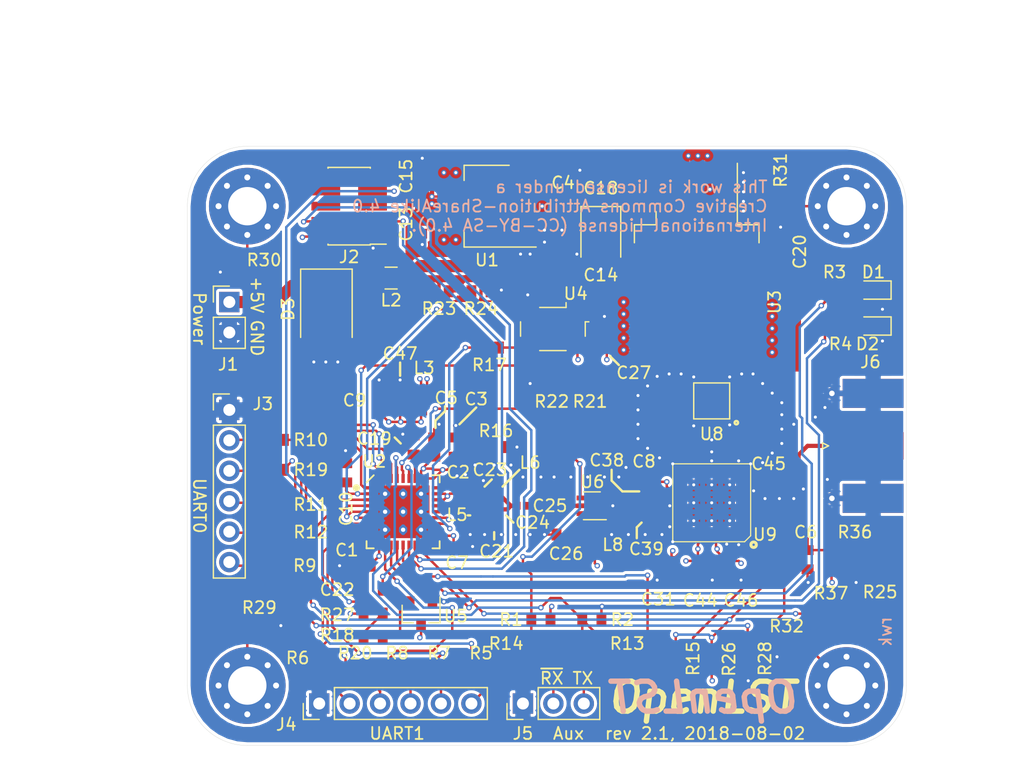
<source format=kicad_pcb>
(kicad_pcb (version 20171130) (host pcbnew "(5.1.0-0)")
  (title_block (title OpenLST) (date 2018-07-08) (rev 1))
  (layers (0 F.Cu signal) (1 In1.Cu power) (2 In2.Cu power) (31 B.Cu signal) (34 B.Paste user) (35 F.Paste user) (36 B.SilkS user) (37 F.SilkS user) (38 B.Mask user) (39 F.Mask user) (44 Edge.Cuts user))
  (net 0 "")
  (net 1 /3V3_FILT)
  (net 2 GND)
  (net 3 +5V)
  (net 4 +3V3)
  (net 5 "Net-(C19-Pad1)")
  (net 6 VCC_3V6)
  (net 7 "Net-(C21-Pad2)")
  (net 8 "Net-(C22-Pad1)")
  (net 9 "Net-(C23-Pad2)")
  (net 10 "Net-(C24-Pad1)")
  (net 11 "Net-(C24-Pad2)")
  (net 12 "Net-(C25-Pad2)")
  (net 13 "Net-(C26-Pad1)")
  (net 14 "Net-(C38-Pad1)")
  (net 15 "Net-(C38-Pad2)")
  (net 16 "Net-(C39-Pad1)")
  (net 17 "Net-(C39-Pad2)")
  (net 18 /PA_VAPC)
  (net 19 "Net-(C45-Pad1)")
  (net 20 "Net-(C45-Pad2)")
  (net 21 "Net-(D1-Pad2)")
  (net 22 "Net-(D2-Pad2)")
  (net 23 "Net-(D3-Pad1)")
  (net 24 /PROG_DC)
  (net 25 /PROG_DD)
  (net 26 /~LST_RESET)
  (net 27 /UART0_RTS)
  (net 28 "Net-(J3-Pad3)")
  (net 29 /UART0_RX)
  (net 30 /UART0_TX)
  (net 31 /UART0_CTS)
  (net 32 /UART1_RTS)
  (net 33 "Net-(J4-Pad3)")
  (net 34 /UART1_RX)
  (net 35 /UART1_TX)
  (net 36 /UART1_CTS)
  (net 37 /~LST_RX_MODE)
  (net 38 "Net-(R3-Pad2)")
  (net 39 "Net-(R4-Pad2)")
  (net 40 "Net-(R5-Pad1)")
  (net 41 "Net-(R6-Pad1)")
  (net 42 "Net-(R7-Pad1)")
  (net 43 "Net-(R8-Pad1)")
  (net 44 "Net-(R9-Pad1)")
  (net 45 "Net-(R10-Pad1)")
  (net 46 "Net-(R11-Pad1)")
  (net 47 "Net-(R12-Pad1)")
  (net 48 /RF_EN)
  (net 49 "Net-(R15-Pad2)")
  (net 50 "Net-(R16-Pad2)")
  (net 51 "Net-(R17-Pad1)")
  (net 52 "Net-(R17-Pad2)")
  (net 53 /AN0)
  (net 54 /AN1)
  (net 55 /RF_BYP)
  (net 56 "Net-(U8-Pad2)")
  (net 57 "Net-(J5-Pad2)")
  (net 58 "Net-(J5-Pad3)")
  (net 59 "Net-(R25-Pad2)")
  (net 60 "Net-(U8-Pad6)")
  (net 61 "Net-(MK1-Pad1)")
  (net 62 "Net-(MK2-Pad1)")
  (net 63 "Net-(MK3-Pad1)")
  (net 64 "Net-(MK4-Pad1)")
  (net 65 "Net-(J2-Pad5)")
  (net 66 "Net-(J2-Pad6)")
  (net 67 "Net-(J2-Pad8)")
  (net 68 "Net-(J2-Pad9)")
  (net 69 "Net-(J2-Pad10)")
  (net 70 "Net-(U2-Pad18)")
  (net 71 "Net-(U2-Pad20)")
  (net 72 "Net-(U9-Pad16)")
  (net 73 "Net-(U9-Pad14)")
  (net 74 "Net-(U9-Pad25)")
  (net 75 /LST_TX_MODE)
  (module openlst:SF2136E (layer F.Cu) (at 157.25 59.75 180)
    (fp_text reference U8 (at 0 -2.75 180) (layer F.SilkS))
    (fp_text value STA1120A)
    (pad 5 smd rect (at 1.075 -1.185 180) (size 1.05 0.81) (layers F.Cu F.Paste F.Mask) (net 2 GND))
    (pad 6 smd rect (at 1.075 0 180) (size 1.05 0.81) (layers F.Cu F.Paste F.Mask) (net 60 "Net-(U8-Pad6)"))
    (pad 4 smd rect (at 1.075 1.185 180) (size 1.05 0.81) (layers F.Cu F.Paste F.Mask) (net 2 GND))
    (pad 3 smd rect (at -1.075 1.185 180) (size 1.05 0.81) (layers F.Cu F.Paste F.Mask) (net 2 GND))
    (pad 2 smd rect (at -1.075 0 180) (size 1.05 0.81) (layers F.Cu F.Paste F.Mask) (net 56 "Net-(U8-Pad2)"))
    (pad 1 smd rect (at -0.75 -1.195 180) (size 1.7 0.81) (layers F.Cu F.Paste F.Mask) (net 2 GND))
  )
  (module archive:PinHeader_1x06_P2.54mm_Vertical (layer F.Cu) (at 117 60.5)
    (fp_text reference J3 (at 2.8 -0.5 180) (layer F.SilkS))
    (fp_text value UART0)
    (pad 1 thru_hole rect (at 0 0) (size 1.7 1.7) (drill 1) (layers *.Cu *.Mask) (net 2 GND))
    (pad 2 thru_hole oval (at 0 2.54) (size 1.7 1.7) (drill 1) (layers *.Cu *.Mask) (net 27 /UART0_RTS))
    (pad 3 thru_hole oval (at 0 5.08) (size 1.7 1.7) (drill 1) (layers *.Cu *.Mask) (net 28 "Net-(J3-Pad3)"))
    (pad 4 thru_hole oval (at 0 7.62) (size 1.7 1.7) (drill 1) (layers *.Cu *.Mask) (net 29 /UART0_RX))
    (pad 5 thru_hole oval (at 0 10.16) (size 1.7 1.7) (drill 1) (layers *.Cu *.Mask) (net 30 /UART0_TX))
    (pad 6 thru_hole oval (at 0 12.7) (size 1.7 1.7) (drill 1) (layers *.Cu *.Mask) (net 31 /UART0_CTS))
  )
  (module openlst:VIA-10mil (layer F.Cu) (at 137.1 70.9)
    (fp_text reference REF** hide)
    (fp_text value VIA-10mil hide)
    (pad 1 thru_hole circle (at 0 0) (size 0.4572 0.4572) (drill 0.254) (layers *.Cu) (net 2 GND))
  )
  (module openlst:TI_CC_QFN36 (layer F.Cu) (at 131.5 69)
    (fp_text reference U2 (at -2.4 -4.2) (layer F.SilkS))
    (fp_text value CC1110)
    (pad 37 thru_hole circle (at 0 1.5) (size 0.6096 0.6096) (drill 0.3556) (layers *.Cu B.Mask) (net 2 GND))
    (pad 37 thru_hole circle (at 1.5 1.5) (size 0.6096 0.6096) (drill 0.3556) (layers *.Cu B.Mask) (net 2 GND))
    (pad 37 thru_hole circle (at 1.5 -1.5) (size 0.6096 0.6096) (drill 0.3556) (layers *.Cu B.Mask) (net 2 GND))
    (pad 37 thru_hole circle (at 0 -1.5) (size 0.6096 0.6096) (drill 0.3556) (layers *.Cu B.Mask) (net 2 GND))
    (pad 37 thru_hole circle (at -1.5 -1.5) (size 0.6096 0.6096) (drill 0.3556) (layers *.Cu B.Mask) (net 2 GND))
    (pad 32 smd rect (at 0 -2.78) (size 0.28 0.75) (layers F.Cu F.Paste F.Mask) (net 37 /~LST_RX_MODE))
    (pad 31 smd rect (at 0.5 -2.78) (size 0.28 0.75) (layers F.Cu F.Paste F.Mask) (net 8 "Net-(C22-Pad1)"))
    (pad 30 smd rect (at 1 -2.78) (size 0.28 0.75) (layers F.Cu F.Paste F.Mask) (net 5 "Net-(C19-Pad1)"))
    (pad 29 smd rect (at 1.5 -2.78) (size 0.28 0.75) (layers F.Cu F.Paste F.Mask) (net 1 /3V3_FILT))
    (pad 28 smd rect (at 2 -2.78) (size 0.28 0.75) (layers F.Cu F.Paste F.Mask) (net 1 /3V3_FILT))
    (pad 33 smd rect (at -0.5 -2.78) (size 0.28 0.75) (layers F.Cu F.Paste F.Mask) (net 75 /LST_TX_MODE))
    (pad 34 smd rect (at -1 -2.78) (size 0.28 0.75) (layers F.Cu F.Paste F.Mask) (net 47 "Net-(R12-Pad1)"))
    (pad 35 smd rect (at -1.5 -2.78) (size 0.28 0.75) (layers F.Cu F.Paste F.Mask) (net 46 "Net-(R11-Pad1)"))
    (pad 36 smd rect (at -2 -2.78) (size 0.28 0.75) (layers F.Cu F.Paste F.Mask) (net 45 "Net-(R10-Pad1)"))
    (pad 23 smd rect (at 2.78 0 90) (size 0.28 0.75) (layers F.Cu F.Paste F.Mask) (net 10 "Net-(C24-Pad1)"))
    (pad 22 smd rect (at 2.78 0.5 90) (size 0.28 0.75) (layers F.Cu F.Paste F.Mask) (net 1 /3V3_FILT))
    (pad 21 smd rect (at 2.78 1 90) (size 0.28 0.75) (layers F.Cu F.Paste F.Mask) (net 52 "Net-(R17-Pad2)"))
    (pad 20 smd rect (at 2.78 1.5 90) (size 0.28 0.75) (layers F.Cu F.Paste F.Mask) (net 71 "Net-(U2-Pad20)"))
    (pad 19 smd rect (at 2.78 2 90) (size 0.28 0.75) (layers F.Cu F.Paste F.Mask) (net 1 /3V3_FILT))
    (pad 27 smd rect (at 2.78 -2 90) (size 0.28 0.75) (layers F.Cu F.Paste F.Mask) (net 50 "Net-(R16-Pad2)"))
    (pad 26 smd rect (at 2.78 -1.5 90) (size 0.28 0.75) (layers F.Cu F.Paste F.Mask) (net 1 /3V3_FILT))
    (pad 25 smd rect (at 2.78 -1 90) (size 0.28 0.75) (layers F.Cu F.Paste F.Mask) (net 1 /3V3_FILT))
    (pad 24 smd rect (at 2.78 -0.5 90) (size 0.28 0.75) (layers F.Cu F.Paste F.Mask) (net 9 "Net-(C23-Pad2)"))
    (pad 14 smd rect (at 0 2.78) (size 0.28 0.75) (layers F.Cu F.Paste F.Mask) (net 49 "Net-(R15-Pad2)"))
    (pad 13 smd rect (at -0.5 2.78) (size 0.28 0.75) (layers F.Cu F.Paste F.Mask) (net 39 "Net-(R4-Pad2)"))
    (pad 12 smd rect (at -1 2.78) (size 0.28 0.75) (layers F.Cu F.Paste F.Mask) (net 38 "Net-(R3-Pad2)"))
    (pad 11 smd rect (at -1.5 2.78) (size 0.28 0.75) (layers F.Cu F.Paste F.Mask) (net 43 "Net-(R8-Pad1)"))
    (pad 10 smd rect (at -2 2.78) (size 0.28 0.75) (layers F.Cu F.Paste F.Mask) (net 1 /3V3_FILT))
    (pad 18 smd rect (at 2 2.78) (size 0.28 0.75) (layers F.Cu F.Paste F.Mask) (net 70 "Net-(U2-Pad18)"))
    (pad 17 smd rect (at 1.5 2.78) (size 0.28 0.75) (layers F.Cu F.Paste F.Mask) (net 59 "Net-(R25-Pad2)"))
    (pad 16 smd rect (at 1 2.78) (size 0.28 0.75) (layers F.Cu F.Paste F.Mask) (net 24 /PROG_DC))
    (pad 15 smd rect (at 0.5 2.78) (size 0.28 0.75) (layers F.Cu F.Paste F.Mask) (net 25 /PROG_DD))
    (pad 5 smd rect (at -2.78 0 90) (size 0.28 0.75) (layers F.Cu F.Paste F.Mask) (net 53 /AN0))
    (pad 4 smd rect (at -2.78 -0.5 90) (size 0.28 0.75) (layers F.Cu F.Paste F.Mask) (net 48 /RF_EN))
    (pad 3 smd rect (at -2.78 -1 90) (size 0.28 0.75) (layers F.Cu F.Paste F.Mask) (net 55 /RF_BYP))
    (pad 2 smd rect (at -2.78 -1.5 90) (size 0.28 0.75) (layers F.Cu F.Paste F.Mask) (net 1 /3V3_FILT))
    (pad 1 smd rect (at -2.78 -2 90) (size 0.28 0.75) (layers F.Cu F.Paste F.Mask) (net 44 "Net-(R9-Pad1)"))
    (pad 9 smd rect (at -2.78 2 90) (size 0.28 0.75) (layers F.Cu F.Paste F.Mask) (net 42 "Net-(R7-Pad1)"))
    (pad 8 smd rect (at -2.78 1.5 90) (size 0.28 0.75) (layers F.Cu F.Paste F.Mask) (net 41 "Net-(R6-Pad1)"))
    (pad 7 smd rect (at -2.78 1 90) (size 0.28 0.75) (layers F.Cu F.Paste F.Mask) (net 40 "Net-(R5-Pad1)"))
    (pad 6 smd rect (at -2.78 0.5 90) (size 0.28 0.75) (layers F.Cu F.Paste F.Mask) (net 54 /AN1))
    (pad 37 smd rect (at 0 0) (size 4.4 4.4) (layers F.Cu) (net 2 GND))
    (pad 37 thru_hole circle (at -1.5 1.5) (size 0.6096 0.6096) (drill 0.3556) (layers *.Cu B.Mask) (net 2 GND))
    (pad 37 thru_hole circle (at 1.5 0) (size 0.6096 0.6096) (drill 0.3556) (layers *.Cu B.Mask) (net 2 GND))
    (pad 37 thru_hole circle (at 0 0) (size 0.6096 0.6096) (drill 0.3556) (layers *.Cu B.Mask) (net 2 GND))
    (pad 37 thru_hole circle (at -1.5 0) (size 0.6096 0.6096) (drill 0.3556) (layers *.Cu B.Mask) (net 2 GND))
  )
  (module openlst:VIA-10mil (layer F.Cu) (at 133.5 57.9)
    (fp_text reference REF** hide)
    (fp_text value VIA-10mil hide)
    (pad 1 thru_hole circle (at 0 0) (size 0.4572 0.4572) (drill 0.254) (layers *.Cu) (net 4 +3V3))
  )
  (module openlst:VIA-10mil (layer F.Cu) (at 124.05 56.5)
    (fp_text reference REF** hide)
    (fp_text value VIA-10mil hide)
    (pad 1 thru_hole circle (at 0 0) (size 0.4572 0.4572) (drill 0.254) (layers *.Cu) (net 2 GND))
  )
  (module openlst:VIA-10mil (layer F.Cu) (at 125.05 56.5)
    (fp_text reference REF** hide)
    (fp_text value VIA-10mil hide)
    (pad 1 thru_hole circle (at 0 0) (size 0.4572 0.4572) (drill 0.254) (layers *.Cu) (net 2 GND))
  )
  (module openlst:VIA-10mil (layer F.Cu) (at 126.05 56.5)
    (fp_text reference REF** hide)
    (fp_text value VIA-10mil hide)
    (pad 1 thru_hole circle (at 0 0) (size 0.4572 0.4572) (drill 0.254) (layers *.Cu) (net 2 GND))
  )
  (module openlst:VIA-10mil (layer F.Cu) (at 134.9 46.3)
    (fp_text reference REF** hide)
    (fp_text value VIA-10mil hide)
    (pad 1 thru_hole circle (at 0 0) (size 0.4572 0.4572) (drill 0.254) (layers *.Cu) (net 4 +3V3))
  )
  (module openlst:VIA-10mil (layer F.Cu) (at 135.9 46.3)
    (fp_text reference REF** hide)
    (fp_text value VIA-10mil hide)
    (pad 1 thru_hole circle (at 0 0) (size 0.4572 0.4572) (drill 0.254) (layers *.Cu) (net 4 +3V3))
  )
  (module openlst:VIA-10mil (layer F.Cu) (at 134.9 40.7)
    (fp_text reference REF** hide)
    (fp_text value VIA-10mil hide)
    (pad 1 thru_hole circle (at 0 0) (size 0.4572 0.4572) (drill 0.254) (layers *.Cu) (net 4 +3V3))
  )
  (module openlst:VIA-10mil (layer F.Cu) (at 135.9 40.7)
    (fp_text reference REF** hide)
    (fp_text value VIA-10mil hide)
    (pad 1 thru_hole circle (at 0 0) (size 0.4572 0.4572) (drill 0.254) (layers *.Cu) (net 4 +3V3))
  )
  (module openlst:VIA-10mil (layer F.Cu) (at 141.3 47.5)
    (fp_text reference REF** hide)
    (fp_text value VIA-10mil hide)
    (pad 1 thru_hole circle (at 0 0) (size 0.4572 0.4572) (drill 0.254) (layers *.Cu) (net 2 GND))
  )
  (module openlst:VIA-10mil (layer F.Cu) (at 142.1 47.5)
    (fp_text reference REF** hide)
    (fp_text value VIA-10mil hide)
    (pad 1 thru_hole circle (at 0 0) (size 0.4572 0.4572) (drill 0.254) (layers *.Cu) (net 2 GND))
  )
  (module openlst:VIA-10mil (layer F.Cu) (at 143.3 46.5)
    (fp_text reference REF** hide)
    (fp_text value VIA-10mil hide)
    (pad 1 thru_hole circle (at 0 0) (size 0.4572 0.4572) (drill 0.254) (layers *.Cu) (net 2 GND))
  )
  (module openlst:VIA-10mil (layer F.Cu) (at 143.3 45.5)
    (fp_text reference REF** hide)
    (fp_text value VIA-10mil hide)
    (pad 1 thru_hole circle (at 0 0) (size 0.4572 0.4572) (drill 0.254) (layers *.Cu) (net 2 GND))
  )
  (module openlst:VIA-10mil (layer F.Cu) (at 159.9 40.7)
    (fp_text reference REF** hide)
    (fp_text value VIA-10mil hide)
    (pad 1 thru_hole circle (at 0 0) (size 0.4572 0.4572) (drill 0.254) (layers *.Cu) (net 2 GND))
  )
  (module openlst:VIA-10mil (layer F.Cu) (at 159.9 43.9)
    (fp_text reference REF** hide)
    (fp_text value VIA-10mil hide)
    (pad 1 thru_hole circle (at 0 0) (size 0.4572 0.4572) (drill 0.254) (layers *.Cu) (net 2 GND))
  )
  (module openlst:VIA-10mil (layer F.Cu) (at 159.9 43.1)
    (fp_text reference REF** hide)
    (fp_text value VIA-10mil hide)
    (pad 1 thru_hole circle (at 0 0) (size 0.4572 0.4572) (drill 0.254) (layers *.Cu) (net 2 GND))
  )
  (module openlst:VIA-10mil (layer F.Cu) (at 159.9 42.3)
    (fp_text reference REF** hide)
    (fp_text value VIA-10mil hide)
    (pad 1 thru_hole circle (at 0 0) (size 0.4572 0.4572) (drill 0.254) (layers *.Cu) (net 2 GND))
  )
  (module openlst:VIA-10mil (layer F.Cu) (at 159.9 41.5)
    (fp_text reference REF** hide)
    (fp_text value VIA-10mil hide)
    (pad 1 thru_hole circle (at 0 0) (size 0.4572 0.4572) (drill 0.254) (layers *.Cu) (net 2 GND))
  )
  (module openlst:VIA-10mil (layer F.Cu) (at 155.3 39.3)
    (fp_text reference REF** hide)
    (fp_text value VIA-10mil hide)
    (pad 1 thru_hole circle (at 0 0) (size 0.4572 0.4572) (drill 0.254) (layers *.Cu) (net 6 VCC_3V6))
  )
  (module openlst:VIA-10mil (layer F.Cu) (at 156.1 39.3)
    (fp_text reference REF** hide)
    (fp_text value VIA-10mil hide)
    (pad 1 thru_hole circle (at 0 0) (size 0.4572 0.4572) (drill 0.254) (layers *.Cu) (net 6 VCC_3V6))
  )
  (module openlst:VIA-10mil (layer F.Cu) (at 156.9 39.3)
    (fp_text reference REF** hide)
    (fp_text value VIA-10mil hide)
    (pad 1 thru_hole circle (at 0 0) (size 0.4572 0.4572) (drill 0.254) (layers *.Cu) (net 6 VCC_3V6))
  )
  (module openlst:VIA-10mil (layer F.Cu) (at 153.5 66.5)
    (fp_text reference REF** hide)
    (fp_text value VIA-10mil hide)
    (pad 1 thru_hole circle (at 0 0) (size 0.4572 0.4572) (drill 0.254) (layers *.Cu) (net 6 VCC_3V6))
  )
  (module openlst:VIA-10mil (layer F.Cu) (at 157.7 72.1)
    (fp_text reference REF** hide)
    (fp_text value VIA-10mil hide)
    (pad 1 thru_hole circle (at 0 0) (size 0.4572 0.4572) (drill 0.254) (layers *.Cu) (net 6 VCC_3V6))
  )
  (module openlst:VIA-10mil (layer F.Cu) (at 156.1 72.1)
    (fp_text reference REF** hide)
    (fp_text value VIA-10mil hide)
    (pad 1 thru_hole circle (at 0 0) (size 0.4572 0.4572) (drill 0.254) (layers *.Cu) (net 6 VCC_3V6))
  )
  (module openlst:VIA-10mil (layer F.Cu) (at 155.1 73.1)
    (fp_text reference REF** hide)
    (fp_text value VIA-10mil hide)
    (pad 1 thru_hole circle (at 0 0) (size 0.4572 0.4572) (drill 0.254) (layers *.Cu) (net 6 VCC_3V6))
  )
  (module openlst:VIA-10mil (layer F.Cu) (at 159.7 73.3)
    (fp_text reference REF** hide)
    (fp_text value VIA-10mil hide)
    (pad 1 thru_hole circle (at 0 0) (size 0.4572 0.4572) (drill 0.254) (layers *.Cu) (net 6 VCC_3V6))
  )
  (module openlst:VIA-10mil (layer F.Cu) (at 149.9 55.5)
    (fp_text reference REF** hide)
    (fp_text value VIA-10mil hide)
    (pad 1 thru_hole circle (at 0 0) (size 0.4572 0.4572) (drill 0.254) (layers *.Cu) (net 6 VCC_3V6))
  )
  (module openlst:VIA-10mil (layer F.Cu) (at 162.3 55.7)
    (fp_text reference REF** hide)
    (fp_text value VIA-10mil hide)
    (pad 1 thru_hole circle (at 0 0) (size 0.4572 0.4572) (drill 0.254) (layers *.Cu) (net 6 VCC_3V6))
  )
  (module openlst:VIA-10mil (layer F.Cu) (at 149.9 54.5)
    (fp_text reference REF** hide)
    (fp_text value VIA-10mil hide)
    (pad 1 thru_hole circle (at 0 0) (size 0.4572 0.4572) (drill 0.254) (layers *.Cu) (net 6 VCC_3V6))
  )
  (module openlst:VIA-10mil (layer F.Cu) (at 162.3 54.7)
    (fp_text reference REF** hide)
    (fp_text value VIA-10mil hide)
    (pad 1 thru_hole circle (at 0 0) (size 0.4572 0.4572) (drill 0.254) (layers *.Cu) (net 6 VCC_3V6))
  )
  (module openlst:VIA-10mil (layer F.Cu) (at 149.9 53.5)
    (fp_text reference REF** hide)
    (fp_text value VIA-10mil hide)
    (pad 1 thru_hole circle (at 0 0) (size 0.4572 0.4572) (drill 0.254) (layers *.Cu) (net 6 VCC_3V6))
  )
  (module openlst:VIA-10mil (layer F.Cu) (at 162.3 53.7)
    (fp_text reference REF** hide)
    (fp_text value VIA-10mil hide)
    (pad 1 thru_hole circle (at 0 0) (size 0.4572 0.4572) (drill 0.254) (layers *.Cu) (net 6 VCC_3V6))
  )
  (module openlst:VIA-10mil (layer F.Cu) (at 149.9 52.5)
    (fp_text reference REF** hide)
    (fp_text value VIA-10mil hide)
    (pad 1 thru_hole circle (at 0 0) (size 0.4572 0.4572) (drill 0.254) (layers *.Cu) (net 6 VCC_3V6))
  )
  (module openlst:VIA-10mil (layer F.Cu) (at 162.3 52.7)
    (fp_text reference REF** hide)
    (fp_text value VIA-10mil hide)
    (pad 1 thru_hole circle (at 0 0) (size 0.4572 0.4572) (drill 0.254) (layers *.Cu) (net 6 VCC_3V6))
  )
  (module openlst:VIA-10mil (layer F.Cu) (at 149.9 51.5)
    (fp_text reference REF** hide)
    (fp_text value VIA-10mil hide)
    (pad 1 thru_hole circle (at 0 0) (size 0.4572 0.4572) (drill 0.254) (layers *.Cu) (net 6 VCC_3V6))
  )
  (module openlst:VIA-10mil (layer F.Cu) (at 162.3 51.7)
    (fp_text reference REF** hide)
    (fp_text value VIA-10mil hide)
    (pad 1 thru_hole circle (at 0 0) (size 0.4572 0.4572) (drill 0.254) (layers *.Cu) (net 6 VCC_3V6))
  )
  (module openlst:VIA-10mil (layer F.Cu) (at 164.1 67.9)
    (fp_text reference REF** hide)
    (fp_text value VIA-10mil hide)
    (pad 1 thru_hole circle (at 0 0) (size 0.4572 0.4572) (drill 0.254) (layers *.Cu) (net 2 GND))
  )
  (module openlst:VIA-10mil (layer F.Cu) (at 165.9 61.1)
    (fp_text reference REF** hide)
    (fp_text value VIA-10mil hide)
    (pad 1 thru_hole circle (at 0 0) (size 0.4572 0.4572) (drill 0.254) (layers *.Cu) (net 2 GND))
  )
  (module openlst:VIA-10mil (layer F.Cu) (at 163.1 63.3)
    (fp_text reference REF** hide)
    (fp_text value VIA-10mil hide)
    (pad 1 thru_hole circle (at 0 0) (size 0.4572 0.4572) (drill 0.254) (layers *.Cu) (net 2 GND))
  )
  (module openlst:VIA-10mil (layer F.Cu) (at 162.3 59.1)
    (fp_text reference REF** hide)
    (fp_text value VIA-10mil hide)
    (pad 1 thru_hole circle (at 0 0) (size 0.4572 0.4572) (drill 0.254) (layers *.Cu) (net 2 GND))
  )
  (module openlst:VIA-10mil (layer F.Cu) (at 154.7 57.5)
    (fp_text reference REF** hide)
    (fp_text value VIA-10mil hide)
    (pad 1 thru_hole circle (at 0 0) (size 0.4572 0.4572) (drill 0.254) (layers *.Cu) (net 2 GND))
  )
  (module openlst:VIA-10mil (layer F.Cu) (at 151.9 58.5)
    (fp_text reference REF** hide)
    (fp_text value VIA-10mil hide)
    (pad 1 thru_hole circle (at 0 0) (size 0.4572 0.4572) (drill 0.254) (layers *.Cu) (net 2 GND))
  )
  (module openlst:VIA-10mil (layer F.Cu) (at 151.1 62.9)
    (fp_text reference REF** hide)
    (fp_text value VIA-10mil hide)
    (pad 1 thru_hole circle (at 0 0) (size 0.4572 0.4572) (drill 0.254) (layers *.Cu) (net 2 GND))
  )
  (module openlst:VIA-10mil (layer F.Cu) (at 138.3 70.9)
    (fp_text reference REF** hide)
    (fp_text value VIA-10mil hide)
    (pad 1 thru_hole circle (at 0 0) (size 0.4572 0.4572) (drill 0.254) (layers *.Cu) (net 2 GND))
  )
  (module openlst:VIA-10mil (layer F.Cu) (at 139.7 70.9)
    (fp_text reference REF** hide)
    (fp_text value VIA-10mil hide)
    (pad 1 thru_hole circle (at 0 0) (size 0.4572 0.4572) (drill 0.254) (layers *.Cu) (net 2 GND))
  )
  (module openlst:VIA-10mil (layer F.Cu) (at 140.9 70.9)
    (fp_text reference REF** hide)
    (fp_text value VIA-10mil hide)
    (pad 1 thru_hole circle (at 0 0) (size 0.4572 0.4572) (drill 0.254) (layers *.Cu) (net 2 GND))
  )
  (module openlst:VIA-10mil (layer F.Cu) (at 142.1 70.9)
    (fp_text reference REF** hide)
    (fp_text value VIA-10mil hide)
    (pad 1 thru_hole circle (at 0 0) (size 0.4572 0.4572) (drill 0.254) (layers *.Cu) (net 2 GND))
  )
  (module openlst:VIA-10mil (layer F.Cu) (at 148.9 70.9)
    (fp_text reference REF** hide)
    (fp_text value VIA-10mil hide)
    (pad 1 thru_hole circle (at 0 0) (size 0.4572 0.4572) (drill 0.254) (layers *.Cu) (net 2 GND))
  )
  (module openlst:VIA-10mil (layer F.Cu) (at 150.3 70.9)
    (fp_text reference REF** hide)
    (fp_text value VIA-10mil hide)
    (pad 1 thru_hole circle (at 0 0) (size 0.4572 0.4572) (drill 0.254) (layers *.Cu) (net 2 GND))
  )
  (module openlst:VIA-10mil (layer F.Cu) (at 151.7 70.9)
    (fp_text reference REF** hide)
    (fp_text value VIA-10mil hide)
    (pad 1 thru_hole circle (at 0 0) (size 0.4572 0.4572) (drill 0.254) (layers *.Cu) (net 2 GND))
  )
  (module openlst:VIA-10mil (layer F.Cu) (at 153.1 70.9)
    (fp_text reference REF** hide)
    (fp_text value VIA-10mil hide)
    (pad 1 thru_hole circle (at 0 0) (size 0.4572 0.4572) (drill 0.254) (layers *.Cu) (net 2 GND))
  )
  (module openlst:VIA-10mil (layer F.Cu) (at 136.7 65.9)
    (fp_text reference REF** hide)
    (fp_text value VIA-10mil hide)
    (pad 1 thru_hole circle (at 0 0) (size 0.4572 0.4572) (drill 0.254) (layers *.Cu) (net 2 GND))
  )
  (module openlst:VIA-10mil (layer F.Cu) (at 137.5 65.1)
    (fp_text reference REF** hide)
    (fp_text value VIA-10mil hide)
    (pad 1 thru_hole circle (at 0 0) (size 0.4572 0.4572) (drill 0.254) (layers *.Cu) (net 2 GND))
  )
  (module openlst:VIA-10mil (layer F.Cu) (at 139.1 65.1)
    (fp_text reference REF** hide)
    (fp_text value VIA-10mil hide)
    (pad 1 thru_hole circle (at 0 0) (size 0.4572 0.4572) (drill 0.254) (layers *.Cu) (net 2 GND))
  )
  (module openlst:VIA-10mil (layer F.Cu) (at 140.5 65.1)
    (fp_text reference REF** hide)
    (fp_text value VIA-10mil hide)
    (pad 1 thru_hole circle (at 0 0) (size 0.4572 0.4572) (drill 0.254) (layers *.Cu) (net 2 GND))
  )
  (module openlst:VIA-10mil (layer F.Cu) (at 141.5 66.1)
    (fp_text reference REF** hide)
    (fp_text value VIA-10mil hide)
    (pad 1 thru_hole circle (at 0 0) (size 0.4572 0.4572) (drill 0.254) (layers *.Cu) (net 2 GND))
  )
  (module openlst:VIA-10mil (layer F.Cu) (at 143 66.1)
    (fp_text reference REF** hide)
    (fp_text value VIA-10mil hide)
    (pad 1 thru_hole circle (at 0 0) (size 0.4572 0.4572) (drill 0.254) (layers *.Cu) (net 2 GND))
  )
  (module openlst:VIA-10mil (layer F.Cu) (at 144.1 66.1)
    (fp_text reference REF** hide)
    (fp_text value VIA-10mil hide)
    (pad 1 thru_hole circle (at 0 0) (size 0.4572 0.4572) (drill 0.254) (layers *.Cu) (net 2 GND))
  )
  (module openlst:VIA-10mil (layer F.Cu) (at 145.5 66.1)
    (fp_text reference REF** hide)
    (fp_text value VIA-10mil hide)
    (pad 1 thru_hole circle (at 0 0) (size 0.4572 0.4572) (drill 0.254) (layers *.Cu) (net 2 GND))
  )
  (module openlst:VIA-10mil (layer F.Cu) (at 146.9 66.1)
    (fp_text reference REF** hide)
    (fp_text value VIA-10mil hide)
    (pad 1 thru_hole circle (at 0 0) (size 0.4572 0.4572) (drill 0.254) (layers *.Cu) (net 2 GND))
  )
  (module openlst:VIA-10mil (layer F.Cu) (at 148.3 66.1)
    (fp_text reference REF** hide)
    (fp_text value VIA-10mil hide)
    (pad 1 thru_hole circle (at 0 0) (size 0.4572 0.4572) (drill 0.254) (layers *.Cu) (net 2 GND))
  )
  (module openlst:VIA-10mil (layer F.Cu) (at 149.5 66.1)
    (fp_text reference REF** hide)
    (fp_text value VIA-10mil hide)
    (pad 1 thru_hole circle (at 0 0) (size 0.4572 0.4572) (drill 0.254) (layers *.Cu) (net 2 GND))
  )
  (module openlst:VIA-10mil (layer F.Cu) (at 157.25 63)
    (fp_text reference REF** hide)
    (fp_text value VIA-10mil hide)
    (pad 1 thru_hole circle (at 0 0) (size 0.4572 0.4572) (drill 0.254) (layers *.Cu) (net 2 GND))
  )
  (module openlst:VIA-10mil (layer F.Cu) (at 151.1 59.3)
    (fp_text reference REF** hide)
    (fp_text value VIA-10mil hide)
    (pad 1 thru_hole circle (at 0 0) (size 0.4572 0.4572) (drill 0.254) (layers *.Cu) (net 2 GND))
  )
  (module openlst:VIA-10mil (layer F.Cu) (at 160.7 57.5)
    (fp_text reference REF** hide)
    (fp_text value VIA-10mil hide)
    (pad 1 thru_hole circle (at 0 0) (size 0.4572 0.4572) (drill 0.254) (layers *.Cu) (net 2 GND))
  )
  (module openlst:VIA-10mil (layer F.Cu) (at 162.3 64.1)
    (fp_text reference REF** hide)
    (fp_text value VIA-10mil hide)
    (pad 1 thru_hole circle (at 0 0) (size 0.4572 0.4572) (drill 0.254) (layers *.Cu) (net 2 GND))
  )
  (module openlst:VIA-10mil (layer F.Cu) (at 166.9 66.3)
    (fp_text reference REF** hide)
    (fp_text value VIA-10mil hide)
    (pad 1 thru_hole circle (at 0 0) (size 0.4572 0.4572) (drill 0.254) (layers *.Cu) (net 2 GND))
  )
  (module openlst:VIA-10mil (layer F.Cu) (at 164.9 67.1)
    (fp_text reference REF** hide)
    (fp_text value VIA-10mil hide)
    (pad 1 thru_hole circle (at 0 0) (size 0.4572 0.4572) (drill 0.254) (layers *.Cu) (net 2 GND))
  )
  (module openlst:VIA-10mil (layer F.Cu) (at 162.9 67.9)
    (fp_text reference REF** hide)
    (fp_text value VIA-10mil hide)
    (pad 1 thru_hole circle (at 0 0) (size 0.4572 0.4572) (drill 0.254) (layers *.Cu) (net 2 GND))
  )
  (module openlst:VIA-10mil (layer F.Cu) (at 161.7 67.9)
    (fp_text reference REF** hide)
    (fp_text value VIA-10mil hide)
    (pad 1 thru_hole circle (at 0 0) (size 0.4572 0.4572) (drill 0.254) (layers *.Cu) (net 2 GND))
  )
  (module openlst:VIA-10mil (layer F.Cu) (at 164.1 61.7)
    (fp_text reference REF** hide)
    (fp_text value VIA-10mil hide)
    (pad 1 thru_hole circle (at 0 0) (size 0.4572 0.4572) (drill 0.254) (layers *.Cu) (net 2 GND))
  )
  (module openlst:VIA-10mil (layer F.Cu) (at 159.75 57.5)
    (fp_text reference REF** hide)
    (fp_text value VIA-10mil hide)
    (pad 1 thru_hole circle (at 0 0) (size 0.4572 0.4572) (drill 0.254) (layers *.Cu) (net 2 GND))
  )
  (module openlst:VIA-10mil (layer F.Cu) (at 163.1 59.9)
    (fp_text reference REF** hide)
    (fp_text value VIA-10mil hide)
    (pad 1 thru_hole circle (at 0 0) (size 0.4572 0.4572) (drill 0.254) (layers *.Cu) (net 2 GND))
  )
  (module openlst:VIA-10mil (layer F.Cu) (at 163.1 60.9)
    (fp_text reference REF** hide)
    (fp_text value VIA-10mil hide)
    (pad 1 thru_hole circle (at 0 0) (size 0.4572 0.4572) (drill 0.254) (layers *.Cu) (net 2 GND))
  )
  (module openlst:VIA-10mil (layer F.Cu) (at 163.1 62.1)
    (fp_text reference REF** hide)
    (fp_text value VIA-10mil hide)
    (pad 1 thru_hole circle (at 0 0) (size 0.4572 0.4572) (drill 0.254) (layers *.Cu) (net 2 GND))
  )
  (module openlst:VIA-10mil (layer F.Cu) (at 161.5 64.9)
    (fp_text reference REF** hide)
    (fp_text value VIA-10mil hide)
    (pad 1 thru_hole circle (at 0 0) (size 0.4572 0.4572) (drill 0.254) (layers *.Cu) (net 2 GND))
  )
  (module openlst:VIA-10mil (layer F.Cu) (at 153.7 57.5)
    (fp_text reference REF** hide)
    (fp_text value VIA-10mil hide)
    (pad 1 thru_hole circle (at 0 0) (size 0.4572 0.4572) (drill 0.254) (layers *.Cu) (net 2 GND))
  )
  (module openlst:VIA-10mil (layer F.Cu) (at 152.7 57.7)
    (fp_text reference REF** hide)
    (fp_text value VIA-10mil hide)
    (pad 1 thru_hole circle (at 0 0) (size 0.4572 0.4572) (drill 0.254) (layers *.Cu) (net 2 GND))
  )
  (module openlst:VIA-10mil (layer F.Cu) (at 166.7 60.3)
    (fp_text reference REF** hide)
    (fp_text value VIA-10mil hide)
    (pad 1 thru_hole circle (at 0 0) (size 0.4572 0.4572) (drill 0.254) (layers *.Cu) (net 2 GND))
  )
  (module openlst:VIA-10mil (layer F.Cu) (at 161.5 58.3)
    (fp_text reference REF** hide)
    (fp_text value VIA-10mil hide)
    (pad 1 thru_hole circle (at 0 0) (size 0.4572 0.4572) (drill 0.254) (layers *.Cu) (net 2 GND))
  )
  (module openlst:VIA-10mil (layer F.Cu) (at 151.1 60.5)
    (fp_text reference REF** hide)
    (fp_text value VIA-10mil hide)
    (pad 1 thru_hole circle (at 0 0) (size 0.4572 0.4572) (drill 0.254) (layers *.Cu) (net 2 GND))
  )
  (module openlst:VIA-10mil (layer F.Cu) (at 151.1 61.7)
    (fp_text reference REF** hide)
    (fp_text value VIA-10mil hide)
    (pad 1 thru_hole circle (at 0 0) (size 0.4572 0.4572) (drill 0.254) (layers *.Cu) (net 2 GND))
  )
  (module openlst:VIA-10mil (layer F.Cu) (at 151.9 63.7)
    (fp_text reference REF** hide)
    (fp_text value VIA-10mil hide)
    (pad 1 thru_hole circle (at 0 0) (size 0.4572 0.4572) (drill 0.254) (layers *.Cu) (net 2 GND))
  )
  (module openlst:VIA-10mil (layer F.Cu) (at 152.9 64.5)
    (fp_text reference REF** hide)
    (fp_text value VIA-10mil hide)
    (pad 1 thru_hole circle (at 0 0) (size 0.4572 0.4572) (drill 0.254) (layers *.Cu) (net 2 GND))
  )
  (module openlst:VIA-10mil (layer F.Cu) (at 157.25 64)
    (fp_text reference REF** hide)
    (fp_text value VIA-10mil hide)
    (pad 1 thru_hole circle (at 0 0) (size 0.4572 0.4572) (drill 0.254) (layers *.Cu) (net 2 GND))
  )
  (module openlst:Qorvo_LGA_28_ThermalVias (layer F.Cu) (at 157.25 68.25 180)
    (fp_text reference U9 (at -4.45 -2.65 180) (layer F.SilkS))
    (fp_text value RFFM6403)
    (pad 29 smd rect (at 0 0.75 270) (size 0.6 3.5) (layers F.Cu F.Paste F.Mask) (net 2 GND))
    (pad 29 smd rect (at 0 -0.75 270) (size 0.6 3.5) (layers F.Cu F.Paste F.Mask) (net 2 GND))
    (pad 29 smd rect (at 0.75 0 180) (size 0.6 3.5) (layers F.Cu F.Paste F.Mask) (net 2 GND))
    (pad 29 thru_hole circle (at -1.5 -1.5 180) (size 0.5588 0.5588) (drill 0.254) (layers *.Cu B.Mask) (net 2 GND))
    (pad 29 thru_hole circle (at -1.5 0 180) (size 0.5588 0.5588) (drill 0.254) (layers *.Cu B.Mask) (net 2 GND))
    (pad 29 thru_hole circle (at 0 0 180) (size 0.5588 0.5588) (drill 0.254) (layers *.Cu B.Mask) (net 2 GND))
    (pad 29 thru_hole circle (at 1.5 0 180) (size 0.5588 0.5588) (drill 0.254) (layers *.Cu B.Mask) (net 2 GND))
    (pad 29 thru_hole circle (at -1.5 1.5 180) (size 0.5588 0.5588) (drill 0.254) (layers *.Cu B.Mask) (net 2 GND))
    (pad 29 thru_hole circle (at 0 1.5 180) (size 0.5588 0.5588) (drill 0.254) (layers *.Cu B.Mask) (net 2 GND))
    (pad 29 thru_hole circle (at 1.5 1.5 180) (size 0.5588 0.5588) (drill 0.254) (layers *.Cu B.Mask) (net 2 GND))
    (pad 29 thru_hole circle (at 1.5 -1.5 180) (size 0.5588 0.5588) (drill 0.254) (layers *.Cu B.Mask) (net 2 GND))
    (pad 29 thru_hole circle (at 0 -1.5 180) (size 0.5588 0.5588) (drill 0.254) (layers *.Cu B.Mask) (net 2 GND))
    (pad 29 smd rect (at -0.75 0 180) (size 0.6 3.5) (layers F.Cu F.Paste F.Mask) (net 2 GND))
    (pad 23 smd rect (at 1.813 -2.625 180) (size 0.4 0.55) (layers F.Cu F.Paste F.Mask) (net 4 +3V3))
    (pad 22 smd rect (at 2.625 -2.65 180) (size 0.55 0.5) (layers F.Cu F.Paste F.Mask) (net 2 GND))
    (pad 16 smd rect (at 2.625 1.875 180) (size 0.55 0.4) (layers F.Cu F.Paste F.Mask) (net 72 "Net-(U9-Pad16)"))
    (pad 15 smd rect (at 2.625 2.65 180) (size 0.55 0.5) (layers F.Cu F.Paste F.Mask) (net 2 GND))
    (pad 8 smd rect (at -2.625 2.65 180) (size 0.55 0.5) (layers F.Cu F.Paste F.Mask) (net 2 GND))
    (pad 29 smd rect (at 0 0 180) (size 3.875 3.875) (layers F.Cu) (net 2 GND))
    (pad 1 smd rect (at -2.625 -2.65 180) (size 0.55 0.5) (layers F.Cu F.Paste F.Mask) (net 2 GND))
    (pad 2 smd rect (at -2.625 -1.875 180) (size 0.55 0.4) (layers F.Cu F.Paste F.Mask) (net 75 /LST_TX_MODE))
    (pad 3 smd rect (at -2.625 -1.125 180) (size 0.55 0.4) (layers F.Cu F.Paste F.Mask) (net 48 /RF_EN))
    (pad 4 smd rect (at -2.625 -0.375 180) (size 0.55 0.4) (layers F.Cu F.Paste F.Mask) (net 55 /RF_BYP))
    (pad 5 smd rect (at -2.625 0.375 180) (size 0.55 0.4) (layers F.Cu F.Paste F.Mask) (net 18 /PA_VAPC))
    (pad 6 smd rect (at -2.625 1.125 180) (size 0.55 0.4) (layers F.Cu F.Paste F.Mask) (net 2 GND))
    (pad 7 smd rect (at -2.625 1.875 180) (size 0.55 0.4) (layers F.Cu F.Paste F.Mask) (net 20 "Net-(C45-Pad2)"))
    (pad 9 smd rect (at -1.813 2.625 180) (size 0.4 0.55) (layers F.Cu F.Paste F.Mask) (net 2 GND))
    (pad 10 smd rect (at -1.088 2.625 180) (size 0.4 0.55) (layers F.Cu F.Paste F.Mask) (net 56 "Net-(U8-Pad2)"))
    (pad 11 smd rect (at -0.363 2.625 180) (size 0.4 0.55) (layers F.Cu F.Paste F.Mask) (net 2 GND))
    (pad 12 smd rect (at 0.363 2.625 180) (size 0.4 0.55) (layers F.Cu F.Paste F.Mask) (net 2 GND))
    (pad 13 smd rect (at 1.088 2.625 180) (size 0.4 0.55) (layers F.Cu F.Paste F.Mask) (net 60 "Net-(U8-Pad6)"))
    (pad 14 smd rect (at 1.813 2.625 180) (size 0.4 0.55) (layers F.Cu F.Paste F.Mask) (net 73 "Net-(U9-Pad14)"))
    (pad 17 smd rect (at 2.625 1.125 180) (size 0.55 0.4) (layers F.Cu F.Paste F.Mask) (net 6 VCC_3V6))
    (pad 18 smd rect (at 2.625 0.375 180) (size 0.55 0.4) (layers F.Cu F.Paste F.Mask) (net 15 "Net-(C38-Pad2)"))
    (pad 19 smd rect (at 2.625 -0.375 180) (size 0.55 0.4) (layers F.Cu F.Paste F.Mask) (net 2 GND))
    (pad 20 smd rect (at 2.625 -1.125 180) (size 0.55 0.4) (layers F.Cu F.Paste F.Mask) (net 17 "Net-(C39-Pad2)"))
    (pad 21 smd rect (at 2.625 -1.875 180) (size 0.55 0.4) (layers F.Cu F.Paste F.Mask) (net 2 GND))
    (pad 24 smd rect (at 1.088 -2.625 180) (size 0.4 0.55) (layers F.Cu F.Paste F.Mask) (net 6 VCC_3V6))
    (pad 25 smd rect (at 0.363 -2.625 180) (size 0.4 0.55) (layers F.Cu F.Paste F.Mask) (net 74 "Net-(U9-Pad25)"))
    (pad 26 smd rect (at -0.363 -2.625 180) (size 0.4 0.55) (layers F.Cu F.Paste F.Mask) (net 6 VCC_3V6))
    (pad 27 smd rect (at -1.088 -2.625 180) (size 0.4 0.55) (layers F.Cu F.Paste F.Mask) (net 2 GND))
    (pad 28 smd rect (at -1.813 -2.625 180) (size 0.4 0.55) (layers F.Cu F.Paste F.Mask) (net 2 GND))
  )
  (module archive:C_0603_1608Metric (layer F.Cu) (at 128 73.5 180)
    (fp_text reference C1 (at 1.2 1.3 180) (layer F.SilkS))
    (fp_text value 0.1u)
    (pad 1 smd rect (at -0.8 0 180) (size 0.82 1) (layers F.Cu F.Paste F.Mask) (net 1 /3V3_FILT))
    (pad 2 smd rect (at 0.8 0 180) (size 0.82 1) (layers F.Cu F.Paste F.Mask) (net 2 GND))
  )
  (module archive:C_0402_1005Metric (layer F.Cu) (at 136.1 67.1 90)
    (fp_text reference C2 (at 1.4 0 180) (layer F.SilkS))
    (fp_text value 220p)
    (pad 1 smd rect (at -0.3875 0 90) (size 0.575 0.65) (layers F.Cu F.Paste F.Mask) (net 1 /3V3_FILT))
    (pad 2 smd rect (at 0.3875 0 90) (size 0.575 0.65) (layers F.Cu F.Paste F.Mask) (net 2 GND))
  )
  (module archive:C_0603_1608Metric (layer F.Cu) (at 135.8 63.6 90)
    (fp_text reference C3 (at 4 1.8 180) (layer F.SilkS))
    (fp_text value 0.1u)
    (pad 1 smd rect (at -0.8 0 90) (size 0.82 1) (layers F.Cu F.Paste F.Mask) (net 1 /3V3_FILT))
    (pad 2 smd rect (at 0.8 0 90) (size 0.82 1) (layers F.Cu F.Paste F.Mask) (net 2 GND))
  )
  (module archive:C_0603_1608Metric (layer F.Cu) (at 144.9 43.7 270)
    (fp_text reference C4 (at -2.15 0.05) (layer F.SilkS))
    (fp_text value 10u)
    (pad 1 smd rect (at -0.8 0 270) (size 0.82 1) (layers F.Cu F.Paste F.Mask) (net 3 +5V))
    (pad 2 smd rect (at 0.8 0 270) (size 0.82 1) (layers F.Cu F.Paste F.Mask) (net 2 GND))
  )
  (module archive:C_0603_1608Metric (layer F.Cu) (at 134.1 63.6 90)
    (fp_text reference C5 (at 4.1 1 180) (layer F.SilkS))
    (fp_text value 0.1u)
    (pad 1 smd rect (at -0.8 0 90) (size 0.82 1) (layers F.Cu F.Paste F.Mask) (net 1 /3V3_FILT))
    (pad 2 smd rect (at 0.8 0 90) (size 0.82 1) (layers F.Cu F.Paste F.Mask) (net 2 GND))
  )
  (module archive:C_0603_1608Metric (layer F.Cu) (at 165.25 73 270)
    (fp_text reference C6 (at -2.3 0.15 180) (layer F.SilkS))
    (fp_text value 0.1u)
    (pad 1 smd rect (at -0.8 0 270) (size 0.82 1) (layers F.Cu F.Paste F.Mask) (net 18 /PA_VAPC))
    (pad 2 smd rect (at 0.8 0 270) (size 0.82 1) (layers F.Cu F.Paste F.Mask) (net 2 GND))
  )
  (module archive:C_0402_1005Metric (layer F.Cu) (at 136.1 71.9)
    (fp_text reference C7 (at -0.1 1.35 180) (layer F.SilkS))
    (fp_text value 220p)
    (pad 1 smd rect (at -0.3875 0) (size 0.575 0.65) (layers F.Cu F.Paste F.Mask) (net 1 /3V3_FILT))
    (pad 2 smd rect (at 0.3875 0) (size 0.575 0.65) (layers F.Cu F.Paste F.Mask) (net 2 GND))
  )
  (module archive:C_0603_1608Metric (layer F.Cu) (at 151.75 66.25 180)
    (fp_text reference C8 (at 0.15 1.45 180) (layer F.SilkS))
    (fp_text value 0.1u)
    (pad 1 smd rect (at -0.8 0 180) (size 0.82 1) (layers F.Cu F.Paste F.Mask) (net 6 VCC_3V6))
    (pad 2 smd rect (at 0.8 0 180) (size 0.82 1) (layers F.Cu F.Paste F.Mask) (net 2 GND))
  )
  (module archive:C_0603_1608Metric (layer F.Cu) (at 129.5 59.75 270)
    (fp_text reference C9 (at -0.05 2.05) (layer F.SilkS))
    (fp_text value 1u)
    (pad 1 smd rect (at -0.8 0 270) (size 0.82 1) (layers F.Cu F.Paste F.Mask) (net 2 GND))
    (pad 2 smd rect (at 0.8 0 270) (size 0.82 1) (layers F.Cu F.Paste F.Mask) (net 1 /3V3_FILT))
  )
  (module archive:C_0603_1608Metric (layer F.Cu) (at 126.75 65.75 90)
    (fp_text reference C10 (at -3 0 90) (layer F.SilkS))
    (fp_text value 0.1u)
    (pad 1 smd rect (at -0.8 0 90) (size 0.82 1) (layers F.Cu F.Paste F.Mask) (net 1 /3V3_FILT))
    (pad 2 smd rect (at 0.8 0 90) (size 0.82 1) (layers F.Cu F.Paste F.Mask) (net 2 GND))
  )
  (module archive:C_0603_1608Metric (layer F.Cu) (at 133 45 270)
    (fp_text reference C13 (at 0 1.25 270) (layer F.SilkS))
    (fp_text value 10u)
    (pad 1 smd rect (at -0.8 0 270) (size 0.82 1) (layers F.Cu F.Paste F.Mask) (net 4 +3V3))
    (pad 2 smd rect (at 0.8 0 270) (size 0.82 1) (layers F.Cu F.Paste F.Mask) (net 2 GND))
  )
  (module archive:CP_EIA-3528-15_AVX-H (layer F.Cu) (at 148 46 270)
    (fp_text reference C14 (at 3.25 0 180) (layer F.SilkS))
    (fp_text value 100u)
    (pad 1 smd rect (at -1.48 0 270) (size 1.46 2.4) (layers F.Cu F.Paste F.Mask) (net 3 +5V))
    (pad 2 smd rect (at 1.48 0 270) (size 1.46 2.4) (layers F.Cu F.Paste F.Mask) (net 2 GND))
  )
  (module archive:C_0603_1608Metric (layer F.Cu) (at 133 41 90)
    (fp_text reference C15 (at 0 -1.25 90) (layer F.SilkS))
    (fp_text value 0.1u)
    (pad 1 smd rect (at -0.8 0 90) (size 0.82 1) (layers F.Cu F.Paste F.Mask) (net 4 +3V3))
    (pad 2 smd rect (at 0.8 0 90) (size 0.82 1) (layers F.Cu F.Paste F.Mask) (net 2 GND))
  )
  (module archive:C_0603_1608Metric (layer F.Cu) (at 148 40.5 180)
    (fp_text reference C18 (at 0 -1.5 180) (layer F.SilkS))
    (fp_text value 10u)
    (pad 1 smd rect (at -0.8 0 180) (size 0.82 1) (layers F.Cu F.Paste F.Mask) (net 3 +5V))
    (pad 2 smd rect (at 0.8 0 180) (size 0.82 1) (layers F.Cu F.Paste F.Mask) (net 2 GND))
  )
  (module archive:C_0603_1608Metric (layer F.Cu) (at 132.375 63.425 90)
    (fp_text reference C19 (at 0.525 -3.275 180) (layer F.SilkS))
    (fp_text value 1n)
    (pad 1 smd rect (at -0.8 0 90) (size 0.82 1) (layers F.Cu F.Paste F.Mask) (net 5 "Net-(C19-Pad1)"))
    (pad 2 smd rect (at 0.8 0 90) (size 0.82 1) (layers F.Cu F.Paste F.Mask) (net 2 GND))
  )
  (module archive:C_0603_1608Metric (layer F.Cu) (at 163 47 90)
    (fp_text reference C20 (at -0.3 1.6 90) (layer F.SilkS))
    (fp_text value 10u)
    (pad 1 smd rect (at -0.8 0 90) (size 0.82 1) (layers F.Cu F.Paste F.Mask) (net 6 VCC_3V6))
    (pad 2 smd rect (at 0.8 0 90) (size 0.82 1) (layers F.Cu F.Paste F.Mask) (net 2 GND))
  )
  (module archive:C_0402_1005Metric (layer F.Cu) (at 139.2 70 180)
    (fp_text reference C21 (at -0.1 -2.3) (layer F.SilkS))
    (fp_text value 220p)
    (pad 1 smd rect (at -0.3875 0 180) (size 0.575 0.65) (layers F.Cu F.Paste F.Mask) (net 2 GND))
    (pad 2 smd rect (at 0.3875 0 180) (size 0.575 0.65) (layers F.Cu F.Paste F.Mask) (net 7 "Net-(C21-Pad2)"))
  )
  (module archive:C_0603_1608Metric (layer F.Cu) (at 129 75.5 180)
    (fp_text reference C22 (at 3 0 180) (layer F.SilkS))
    (fp_text value 1n)
    (pad 1 smd rect (at -0.8 0 180) (size 0.82 1) (layers F.Cu F.Paste F.Mask) (net 8 "Net-(C22-Pad1)"))
    (pad 2 smd rect (at 0.8 0 180) (size 0.82 1) (layers F.Cu F.Paste F.Mask) (net 2 GND))
  )
  (module archive:C_0402_1005Metric (layer F.Cu) (at 137.6 67.2 270)
    (fp_text reference C23 (at -1.7 -1.15) (layer F.SilkS))
    (fp_text value 3.9p)
    (pad 1 smd rect (at -0.3875 0 270) (size 0.575 0.65) (layers F.Cu F.Paste F.Mask) (net 2 GND))
    (pad 2 smd rect (at 0.3875 0 270) (size 0.575 0.65) (layers F.Cu F.Paste F.Mask) (net 9 "Net-(C23-Pad2)"))
  )
  (module archive:C_0402_1005Metric (layer F.Cu) (at 139.2 68.8)
    (fp_text reference C24 (at 3.1 1.1 180) (layer F.SilkS))
    (fp_text value 3.9p)
    (pad 1 smd rect (at -0.3875 0) (size 0.575 0.65) (layers F.Cu F.Paste F.Mask) (net 10 "Net-(C24-Pad1)"))
    (pad 2 smd rect (at 0.3875 0) (size 0.575 0.65) (layers F.Cu F.Paste F.Mask) (net 11 "Net-(C24-Pad2)"))
  )
  (module archive:C_0402_1005Metric (layer F.Cu) (at 141.4 68.5)
    (fp_text reference C25 (at 2.35 0 180) (layer F.SilkS))
    (fp_text value 220p)
    (pad 1 smd rect (at -0.3875 0) (size 0.575 0.65) (layers F.Cu F.Paste F.Mask) (net 11 "Net-(C24-Pad2)"))
    (pad 2 smd rect (at 0.3875 0) (size 0.575 0.65) (layers F.Cu F.Paste F.Mask) (net 12 "Net-(C25-Pad2)"))
  )
  (module archive:C_0603_1608Metric (layer F.Cu) (at 145.1 70.9 180)
    (fp_text reference C26 (at 0 -1.6 180) (layer F.SilkS))
    (fp_text value 0.1u)
    (pad 1 smd rect (at -0.8 0 180) (size 0.82 1) (layers F.Cu F.Paste F.Mask) (net 13 "Net-(C26-Pad1)"))
    (pad 2 smd rect (at 0.8 0 180) (size 0.82 1) (layers F.Cu F.Paste F.Mask) (net 2 GND))
  )
  (module archive:C_0603_1608Metric (layer F.Cu) (at 148.5 54.5 90)
    (fp_text reference C27 (at -2.9 2.25 180) (layer F.SilkS))
    (fp_text value 0.1u)
    (pad 1 smd rect (at -0.8 0 90) (size 0.82 1) (layers F.Cu F.Paste F.Mask) (net 4 +3V3))
    (pad 2 smd rect (at 0.8 0 90) (size 0.82 1) (layers F.Cu F.Paste F.Mask) (net 2 GND))
  )
  (module archive:C_0603_1608Metric (layer F.Cu) (at 153.9 73.9 270)
    (fp_text reference C31 (at 2.4 1.1) (layer F.SilkS))
    (fp_text value 0.1u)
    (pad 1 smd rect (at -0.8 0 270) (size 0.82 1) (layers F.Cu F.Paste F.Mask) (net 4 +3V3))
    (pad 2 smd rect (at 0.8 0 270) (size 0.82 1) (layers F.Cu F.Paste F.Mask) (net 2 GND))
  )
  (module archive:C_0402_1005Metric (layer F.Cu) (at 152.25 67.75)
    (fp_text reference C38 (at -3.75 -3.05 180) (layer F.SilkS))
    (fp_text value 220p)
    (pad 1 smd rect (at -0.3875 0) (size 0.575 0.65) (layers F.Cu F.Paste F.Mask) (net 14 "Net-(C38-Pad1)"))
    (pad 2 smd rect (at 0.3875 0) (size 0.575 0.65) (layers F.Cu F.Paste F.Mask) (net 15 "Net-(C38-Pad2)"))
  )
  (module archive:C_0402_1005Metric (layer F.Cu) (at 152.25 69.25)
    (fp_text reference C39 (at -0.45 2.85) (layer F.SilkS))
    (fp_text value 220p)
    (pad 1 smd rect (at -0.3875 0) (size 0.575 0.65) (layers F.Cu F.Paste F.Mask) (net 16 "Net-(C39-Pad1)"))
    (pad 2 smd rect (at 0.3875 0) (size 0.575 0.65) (layers F.Cu F.Paste F.Mask) (net 17 "Net-(C39-Pad2)"))
  )
  (module archive:C_0603_1608Metric (layer F.Cu) (at 156.3 73.9 270)
    (fp_text reference C44 (at 2.5 0) (layer F.SilkS))
    (fp_text value 1u)
    (pad 1 smd rect (at -0.8 0 270) (size 0.82 1) (layers F.Cu F.Paste F.Mask) (net 6 VCC_3V6))
    (pad 2 smd rect (at 0.8 0 270) (size 0.82 1) (layers F.Cu F.Paste F.Mask) (net 2 GND))
  )
  (module archive:C_0402_1005Metric (layer F.Cu) (at 162 66.25 180)
    (fp_text reference C45 (at 0 1.25) (layer F.SilkS))
    (fp_text value 220p)
    (pad 1 smd rect (at -0.3875 0 180) (size 0.575 0.65) (layers F.Cu F.Paste F.Mask) (net 19 "Net-(C45-Pad1)"))
    (pad 2 smd rect (at 0.3875 0 180) (size 0.575 0.65) (layers F.Cu F.Paste F.Mask) (net 20 "Net-(C45-Pad2)"))
  )
  (module archive:C_0603_1608Metric (layer F.Cu) (at 158.5 73.9 270)
    (fp_text reference C46 (at 2.5 -1.2) (layer F.SilkS))
    (fp_text value 1u)
    (pad 1 smd rect (at -0.8 0 270) (size 0.82 1) (layers F.Cu F.Paste F.Mask) (net 6 VCC_3V6))
    (pad 2 smd rect (at 0.8 0 270) (size 0.82 1) (layers F.Cu F.Paste F.Mask) (net 2 GND))
  )
  (module archive:C_0603_1608Metric (layer F.Cu) (at 131.25 59.75 270)
    (fp_text reference C47 (at -3.95 0) (layer F.SilkS))
    (fp_text value 1u)
    (pad 1 smd rect (at -0.8 0 270) (size 0.82 1) (layers F.Cu F.Paste F.Mask) (net 2 GND))
    (pad 2 smd rect (at 0.8 0 270) (size 0.82 1) (layers F.Cu F.Paste F.Mask) (net 1 /3V3_FILT))
  )
  (module archive:LED_0603_1608Metric (layer F.Cu) (at 170.75 50.5 180)
    (fp_text reference D1 (at 0 1.5 180) (layer F.SilkS))
    (fp_text value LED)
    (pad 1 smd rect (at -0.8 0 180) (size 0.82 1) (layers F.Cu F.Paste F.Mask) (net 2 GND))
    (pad 2 smd rect (at 0.8 0 180) (size 0.82 1) (layers F.Cu F.Paste F.Mask) (net 21 "Net-(D1-Pad2)"))
  )
  (module archive:LED_0603_1608Metric (layer F.Cu) (at 170.75 53.5 180)
    (fp_text reference D2 (at 0.5 -1.5 180) (layer F.SilkS))
    (fp_text value LED)
    (pad 1 smd rect (at -0.8 0 180) (size 0.82 1) (layers F.Cu F.Paste F.Mask) (net 2 GND))
    (pad 2 smd rect (at 0.8 0 180) (size 0.82 1) (layers F.Cu F.Paste F.Mask) (net 22 "Net-(D2-Pad2)"))
  )
  (module archive:D_SMB (layer F.Cu) (at 125.1 52.3 270)
    (fp_text reference D3 (at -0.2 3.2 270) (layer F.SilkS))
    (fp_text value STPS340U)
    (pad 1 smd rect (at -2.15 0 270) (size 2.5 2.3) (layers F.Cu F.Paste F.Mask) (net 23 "Net-(D3-Pad1)"))
    (pad 2 smd rect (at 2.15 0 270) (size 2.5 2.3) (layers F.Cu F.Paste F.Mask) (net 2 GND))
  )
  (module archive:PinHeader_1x02_P2.54mm_Vertical (layer F.Cu) (at 117 51.5)
    (fp_text reference J1 (at -0.1 5.2) (layer F.SilkS))
    (fp_text value 5VDC)
    (pad 1 thru_hole rect (at 0 0) (size 1.7 1.7) (drill 1) (layers *.Cu *.Mask) (net 23 "Net-(D3-Pad1)"))
    (pad 2 thru_hole oval (at 0 2.54) (size 1.7 1.7) (drill 1) (layers *.Cu *.Mask) (net 2 GND))
  )
  (module archive:PinHeader_2x05_P1.27mm_Vertical_SMD (layer F.Cu) (at 127 43.5 180)
    (fp_text reference J2 (at 0 -4.235 180) (layer F.SilkS))
    (fp_text value "CC Prog/Debug")
    (pad 1 smd rect (at -1.95 -2.54 180) (size 2.4 0.74) (layers F.Cu F.Paste F.Mask) (net 2 GND))
    (pad 2 smd rect (at 1.95 -2.54 180) (size 2.4 0.74) (layers F.Cu F.Paste F.Mask) (net 4 +3V3))
    (pad 3 smd rect (at -1.95 -1.27 180) (size 2.4 0.74) (layers F.Cu F.Paste F.Mask) (net 24 /PROG_DC))
    (pad 4 smd rect (at 1.95 -1.27 180) (size 2.4 0.74) (layers F.Cu F.Paste F.Mask) (net 25 /PROG_DD))
    (pad 5 smd rect (at -1.95 0 180) (size 2.4 0.74) (layers F.Cu F.Paste F.Mask) (net 65 "Net-(J2-Pad5)"))
    (pad 6 smd rect (at 1.95 0 180) (size 2.4 0.74) (layers F.Cu F.Paste F.Mask) (net 66 "Net-(J2-Pad6)"))
    (pad 7 smd rect (at -1.95 1.27 180) (size 2.4 0.74) (layers F.Cu F.Paste F.Mask) (net 26 /~LST_RESET))
    (pad 8 smd rect (at 1.95 1.27 180) (size 2.4 0.74) (layers F.Cu F.Paste F.Mask) (net 67 "Net-(J2-Pad8)"))
    (pad 9 smd rect (at -1.95 2.54 180) (size 2.4 0.74) (layers F.Cu F.Paste F.Mask) (net 68 "Net-(J2-Pad9)"))
    (pad 10 smd rect (at 1.95 2.54 180) (size 2.4 0.74) (layers F.Cu F.Paste F.Mask) (net 69 "Net-(J2-Pad10)"))
  )
  (module archive:PinHeader_1x06_P2.54mm_Vertical (layer F.Cu) (at 124.5 85 90)
    (fp_text reference J4 (at -1.75 -2.75) (layer F.SilkS))
    (fp_text value UART1)
    (pad 1 thru_hole rect (at 0 0 90) (size 1.7 1.7) (drill 1) (layers *.Cu *.Mask) (net 2 GND))
    (pad 2 thru_hole oval (at 0 2.54 90) (size 1.7 1.7) (drill 1) (layers *.Cu *.Mask) (net 32 /UART1_RTS))
    (pad 3 thru_hole oval (at 0 5.08 90) (size 1.7 1.7) (drill 1) (layers *.Cu *.Mask) (net 33 "Net-(J4-Pad3)"))
    (pad 4 thru_hole oval (at 0 7.62 90) (size 1.7 1.7) (drill 1) (layers *.Cu *.Mask) (net 34 /UART1_RX))
    (pad 5 thru_hole oval (at 0 10.16 90) (size 1.7 1.7) (drill 1) (layers *.Cu *.Mask) (net 35 /UART1_TX))
    (pad 6 thru_hole oval (at 0 12.7 90) (size 1.7 1.7) (drill 1) (layers *.Cu *.Mask) (net 36 /UART1_CTS))
  )
  (module archive:PinHeader_1x03_P2.54mm_Vertical (layer F.Cu) (at 141.5 85 90)
    (fp_text reference J5 (at -2.5 0 180) (layer F.SilkS))
    (fp_text value "Control Outputs")
    (pad 1 thru_hole rect (at 0 0 90) (size 1.7 1.7) (drill 1) (layers *.Cu *.Mask) (net 2 GND))
    (pad 2 thru_hole oval (at 0 2.54 90) (size 1.7 1.7) (drill 1) (layers *.Cu *.Mask) (net 57 "Net-(J5-Pad2)"))
    (pad 3 thru_hole oval (at 0 5.08 90) (size 1.7 1.7) (drill 1) (layers *.Cu *.Mask) (net 58 "Net-(J5-Pad3)"))
  )
  (module archive:SMA_Molex_73251-1153_EdgeMount_Horizontal (layer F.Cu) (at 169 63.5 180)
    (fp_text reference J6 (at -1.5 7 180) (layer F.SilkS))
    (fp_text value ANT)
    (pad 1 smd rect (at -1.72 0 180) (size 5.08 2.29) (layers F.Cu F.Paste F.Mask) (net 19 "Net-(C45-Pad1)"))
    (pad 2 smd rect (at -1.72 -4.38 180) (size 5.08 2.42) (layers F.Cu F.Paste F.Mask) (net 2 GND))
    (pad 2 smd rect (at -1.72 4.38 180) (size 5.08 2.42) (layers F.Cu F.Paste F.Mask) (net 2 GND))
    (pad 2 smd rect (at -1.72 -4.38 180) (size 5.08 2.42) (layers B.Cu B.Paste B.Mask) (net 2 GND))
    (pad 2 smd rect (at -1.72 4.38 180) (size 5.08 2.42) (layers B.Cu B.Paste B.Mask) (net 2 GND))
    (pad 2 thru_hole circle (at 1.72 -4.38 180) (size 0.97 0.97) (drill 0.46) (layers *.Cu) (net 2 GND))
    (pad 2 thru_hole circle (at 1.72 4.38 180) (size 0.97 0.97) (drill 0.46) (layers *.Cu) (net 2 GND))
    (pad 2 smd rect (at 1.27 -4.38 180) (size 0.95 0.46) (layers F.Cu) (net 2 GND))
    (pad 2 smd rect (at 1.27 4.38 180) (size 0.95 0.46) (layers F.Cu) (net 2 GND))
    (pad 2 smd rect (at 1.27 -4.38 180) (size 0.95 0.46) (layers B.Cu) (net 2 GND))
    (pad 2 smd rect (at 1.27 4.38 180) (size 0.95 0.46) (layers B.Cu) (net 2 GND))
  )
  (module archive:L_1206_3216Metric (layer F.Cu) (at 130.5 49.5 180)
    (fp_text reference L2 (at 0 -1.85 180) (layer F.SilkS))
    (fp_text value "Z=500 @ 100M")
    (pad 1 smd rect (at -1.43 0 180) (size 1.22 1.8) (layers F.Cu F.Paste F.Mask) (net 3 +5V))
    (pad 2 smd rect (at 1.43 0 180) (size 1.22 1.8) (layers F.Cu F.Paste F.Mask) (net 23 "Net-(D3-Pad1)"))
  )
  (module archive:L_0603_1608Metric (layer F.Cu) (at 133 59.75 270)
    (fp_text reference L3 (at -2.75 -0.25) (layer F.SilkS))
    (fp_text value "Z=1k @ 100M")
    (pad 1 smd rect (at -0.8 0 270) (size 0.82 1) (layers F.Cu F.Paste F.Mask) (net 4 +3V3))
    (pad 2 smd rect (at 0.8 0 270) (size 0.82 1) (layers F.Cu F.Paste F.Mask) (net 1 /3V3_FILT))
  )
  (module archive:L_0402_1005Metric (layer F.Cu) (at 137.6 69.2 90)
    (fp_text reference L5 (at -0.05 -1.6 180) (layer F.SilkS))
    (fp_text value 27n)
    (pad 1 smd rect (at -0.3875 0 90) (size 0.575 0.65) (layers F.Cu F.Paste F.Mask) (net 7 "Net-(C21-Pad2)"))
    (pad 2 smd rect (at 0.3875 0 90) (size 0.575 0.65) (layers F.Cu F.Paste F.Mask) (net 10 "Net-(C24-Pad1)"))
  )
  (module archive:L_0402_1005Metric (layer F.Cu) (at 139.2 67.6)
    (fp_text reference L6 (at 2.9 -2.7) (layer F.SilkS))
    (fp_text value 27n)
    (pad 1 smd rect (at -0.3875 0) (size 0.575 0.65) (layers F.Cu F.Paste F.Mask) (net 9 "Net-(C23-Pad2)"))
    (pad 2 smd rect (at 0.3875 0) (size 0.575 0.65) (layers F.Cu F.Paste F.Mask) (net 11 "Net-(C24-Pad2)"))
  )
  (module archive:L_0603_1608Metric (layer F.Cu) (at 147.5 71.7 90)
    (fp_text reference L8 (at -0.05 1.5 180) (layer F.SilkS))
    (fp_text value "Z=1k @ 100M")
    (pad 1 smd rect (at -0.8 0 90) (size 0.82 1) (layers F.Cu F.Paste F.Mask) (net 4 +3V3))
    (pad 2 smd rect (at 0.8 0 90) (size 0.82 1) (layers F.Cu F.Paste F.Mask) (net 13 "Net-(C26-Pad1)"))
  )
  (module archive:MountingHole_3.2mm_M3_Pad_Via (layer F.Cu) (at 118.5 83.5)
    (fp_text reference MK1 hide)
    (fp_text value M3_Hole)
    (pad 1 thru_hole circle (at 0 0) (size 6.4 6.4) (drill 3.2) (layers *.Cu *.Mask) (net 61 "Net-(MK1-Pad1)"))
    (pad 1 thru_hole circle (at 2.4 0) (size 0.8 0.8) (drill 0.5) (layers *.Cu *.Mask) (net 61 "Net-(MK1-Pad1)"))
    (pad 1 thru_hole circle (at 1.697056 1.697056) (size 0.8 0.8) (drill 0.5) (layers *.Cu *.Mask) (net 61 "Net-(MK1-Pad1)"))
    (pad 1 thru_hole circle (at 0 2.4) (size 0.8 0.8) (drill 0.5) (layers *.Cu *.Mask) (net 61 "Net-(MK1-Pad1)"))
    (pad 1 thru_hole circle (at -1.697056 1.697056) (size 0.8 0.8) (drill 0.5) (layers *.Cu *.Mask) (net 61 "Net-(MK1-Pad1)"))
    (pad 1 thru_hole circle (at -2.4 0) (size 0.8 0.8) (drill 0.5) (layers *.Cu *.Mask) (net 61 "Net-(MK1-Pad1)"))
    (pad 1 thru_hole circle (at -1.697056 -1.697056) (size 0.8 0.8) (drill 0.5) (layers *.Cu *.Mask) (net 61 "Net-(MK1-Pad1)"))
    (pad 1 thru_hole circle (at 0 -2.4) (size 0.8 0.8) (drill 0.5) (layers *.Cu *.Mask) (net 61 "Net-(MK1-Pad1)"))
    (pad 1 thru_hole circle (at 1.697056 -1.697056) (size 0.8 0.8) (drill 0.5) (layers *.Cu *.Mask) (net 61 "Net-(MK1-Pad1)"))
  )
  (module archive:MountingHole_3.2mm_M3_Pad_Via (layer F.Cu) (at 118.5 43.5)
    (fp_text reference MK2 hide)
    (fp_text value M3_Hole)
    (pad 1 thru_hole circle (at 0 0) (size 6.4 6.4) (drill 3.2) (layers *.Cu *.Mask) (net 62 "Net-(MK2-Pad1)"))
    (pad 1 thru_hole circle (at 2.4 0) (size 0.8 0.8) (drill 0.5) (layers *.Cu *.Mask) (net 62 "Net-(MK2-Pad1)"))
    (pad 1 thru_hole circle (at 1.697056 1.697056) (size 0.8 0.8) (drill 0.5) (layers *.Cu *.Mask) (net 62 "Net-(MK2-Pad1)"))
    (pad 1 thru_hole circle (at 0 2.4) (size 0.8 0.8) (drill 0.5) (layers *.Cu *.Mask) (net 62 "Net-(MK2-Pad1)"))
    (pad 1 thru_hole circle (at -1.697056 1.697056) (size 0.8 0.8) (drill 0.5) (layers *.Cu *.Mask) (net 62 "Net-(MK2-Pad1)"))
    (pad 1 thru_hole circle (at -2.4 0) (size 0.8 0.8) (drill 0.5) (layers *.Cu *.Mask) (net 62 "Net-(MK2-Pad1)"))
    (pad 1 thru_hole circle (at -1.697056 -1.697056) (size 0.8 0.8) (drill 0.5) (layers *.Cu *.Mask) (net 62 "Net-(MK2-Pad1)"))
    (pad 1 thru_hole circle (at 0 -2.4) (size 0.8 0.8) (drill 0.5) (layers *.Cu *.Mask) (net 62 "Net-(MK2-Pad1)"))
    (pad 1 thru_hole circle (at 1.697056 -1.697056) (size 0.8 0.8) (drill 0.5) (layers *.Cu *.Mask) (net 62 "Net-(MK2-Pad1)"))
  )
  (module archive:MountingHole_3.2mm_M3_Pad_Via (layer F.Cu) (at 168.5 43.5)
    (fp_text reference MK3 hide)
    (fp_text value M3_Hole)
    (pad 1 thru_hole circle (at 0 0) (size 6.4 6.4) (drill 3.2) (layers *.Cu *.Mask) (net 63 "Net-(MK3-Pad1)"))
    (pad 1 thru_hole circle (at 2.4 0) (size 0.8 0.8) (drill 0.5) (layers *.Cu *.Mask) (net 63 "Net-(MK3-Pad1)"))
    (pad 1 thru_hole circle (at 1.697056 1.697056) (size 0.8 0.8) (drill 0.5) (layers *.Cu *.Mask) (net 63 "Net-(MK3-Pad1)"))
    (pad 1 thru_hole circle (at 0 2.4) (size 0.8 0.8) (drill 0.5) (layers *.Cu *.Mask) (net 63 "Net-(MK3-Pad1)"))
    (pad 1 thru_hole circle (at -1.697056 1.697056) (size 0.8 0.8) (drill 0.5) (layers *.Cu *.Mask) (net 63 "Net-(MK3-Pad1)"))
    (pad 1 thru_hole circle (at -2.4 0) (size 0.8 0.8) (drill 0.5) (layers *.Cu *.Mask) (net 63 "Net-(MK3-Pad1)"))
    (pad 1 thru_hole circle (at -1.697056 -1.697056) (size 0.8 0.8) (drill 0.5) (layers *.Cu *.Mask) (net 63 "Net-(MK3-Pad1)"))
    (pad 1 thru_hole circle (at 0 -2.4) (size 0.8 0.8) (drill 0.5) (layers *.Cu *.Mask) (net 63 "Net-(MK3-Pad1)"))
    (pad 1 thru_hole circle (at 1.697056 -1.697056) (size 0.8 0.8) (drill 0.5) (layers *.Cu *.Mask) (net 63 "Net-(MK3-Pad1)"))
  )
  (module archive:MountingHole_3.2mm_M3_Pad_Via (layer F.Cu) (at 168.5 83.5)
    (fp_text reference MK4 hide)
    (fp_text value M3_Hole)
    (pad 1 thru_hole circle (at 0 0) (size 6.4 6.4) (drill 3.2) (layers *.Cu *.Mask) (net 64 "Net-(MK4-Pad1)"))
    (pad 1 thru_hole circle (at 2.4 0) (size 0.8 0.8) (drill 0.5) (layers *.Cu *.Mask) (net 64 "Net-(MK4-Pad1)"))
    (pad 1 thru_hole circle (at 1.697056 1.697056) (size 0.8 0.8) (drill 0.5) (layers *.Cu *.Mask) (net 64 "Net-(MK4-Pad1)"))
    (pad 1 thru_hole circle (at 0 2.4) (size 0.8 0.8) (drill 0.5) (layers *.Cu *.Mask) (net 64 "Net-(MK4-Pad1)"))
    (pad 1 thru_hole circle (at -1.697056 1.697056) (size 0.8 0.8) (drill 0.5) (layers *.Cu *.Mask) (net 64 "Net-(MK4-Pad1)"))
    (pad 1 thru_hole circle (at -2.4 0) (size 0.8 0.8) (drill 0.5) (layers *.Cu *.Mask) (net 64 "Net-(MK4-Pad1)"))
    (pad 1 thru_hole circle (at -1.697056 -1.697056) (size 0.8 0.8) (drill 0.5) (layers *.Cu *.Mask) (net 64 "Net-(MK4-Pad1)"))
    (pad 1 thru_hole circle (at 0 -2.4) (size 0.8 0.8) (drill 0.5) (layers *.Cu *.Mask) (net 64 "Net-(MK4-Pad1)"))
    (pad 1 thru_hole circle (at 1.697056 -1.697056) (size 0.8 0.8) (drill 0.5) (layers *.Cu *.Mask) (net 64 "Net-(MK4-Pad1)"))
  )
  (module archive:R_0603_1608Metric (layer F.Cu) (at 143 78 180)
    (fp_text reference R1 (at 2.5 0 180) (layer F.SilkS))
    (fp_text value 1K)
    (pad 1 smd rect (at -0.8 0 180) (size 0.82 1) (layers F.Cu F.Paste F.Mask) (net 4 +3V3))
    (pad 2 smd rect (at 0.8 0 180) (size 0.82 1) (layers F.Cu F.Paste F.Mask) (net 37 /~LST_RX_MODE))
  )
  (module archive:R_0603_1608Metric (layer F.Cu) (at 147.25 78 180)
    (fp_text reference R2 (at -2.55 0 180) (layer F.SilkS))
    (fp_text value 1K)
    (pad 1 smd rect (at -0.8 0 180) (size 0.82 1) (layers F.Cu F.Paste F.Mask) (net 2 GND))
    (pad 2 smd rect (at 0.8 0 180) (size 0.82 1) (layers F.Cu F.Paste F.Mask) (net 75 /LST_TX_MODE))
  )
  (module archive:R_0603_1608Metric (layer F.Cu) (at 167.5 50.5 180)
    (fp_text reference R3 (at 0 1.5 180) (layer F.SilkS))
    (fp_text value 1K)
    (pad 1 smd rect (at -0.8 0 180) (size 0.82 1) (layers F.Cu F.Paste F.Mask) (net 21 "Net-(D1-Pad2)"))
    (pad 2 smd rect (at 0.8 0 180) (size 0.82 1) (layers F.Cu F.Paste F.Mask) (net 38 "Net-(R3-Pad2)"))
  )
  (module archive:R_0603_1608Metric (layer F.Cu) (at 167.5 53.5 180)
    (fp_text reference R4 (at -0.5 -1.5 180) (layer F.SilkS))
    (fp_text value 1K)
    (pad 1 smd rect (at -0.8 0 180) (size 0.82 1) (layers F.Cu F.Paste F.Mask) (net 22 "Net-(D2-Pad2)"))
    (pad 2 smd rect (at 0.8 0 180) (size 0.82 1) (layers F.Cu F.Paste F.Mask) (net 39 "Net-(R4-Pad2)"))
  )
  (module archive:R_0603_1608Metric (layer F.Cu) (at 138 82)
    (fp_text reference R5 (at 0 -1.2) (layer F.SilkS))
    (fp_text value 100)
    (pad 1 smd rect (at -0.8 0) (size 0.82 1) (layers F.Cu F.Paste F.Mask) (net 40 "Net-(R5-Pad1)"))
    (pad 2 smd rect (at 0.8 0) (size 0.82 1) (layers F.Cu F.Paste F.Mask) (net 36 /UART1_CTS))
  )
  (module archive:R_0603_1608Metric (layer F.Cu) (at 124.5 81.25 270)
    (fp_text reference R6 (at -0.05 1.8) (layer F.SilkS))
    (fp_text value 100)
    (pad 1 smd rect (at -0.8 0 270) (size 0.82 1) (layers F.Cu F.Paste F.Mask) (net 41 "Net-(R6-Pad1)"))
    (pad 2 smd rect (at 0.8 0 270) (size 0.82 1) (layers F.Cu F.Paste F.Mask) (net 32 /UART1_RTS))
  )
  (module archive:R_0603_1608Metric (layer F.Cu) (at 134.5 82)
    (fp_text reference R7 (at 0 -1.2) (layer F.SilkS))
    (fp_text value 100)
    (pad 1 smd rect (at -0.8 0) (size 0.82 1) (layers F.Cu F.Paste F.Mask) (net 42 "Net-(R7-Pad1)"))
    (pad 2 smd rect (at 0.8 0) (size 0.82 1) (layers F.Cu F.Paste F.Mask) (net 35 /UART1_TX))
  )
  (module archive:R_0603_1608Metric (layer F.Cu) (at 131 82)
    (fp_text reference R8 (at 0 -1.2) (layer F.SilkS))
    (fp_text value 100)
    (pad 1 smd rect (at -0.8 0) (size 0.82 1) (layers F.Cu F.Paste F.Mask) (net 43 "Net-(R8-Pad1)"))
    (pad 2 smd rect (at 0.8 0) (size 0.82 1) (layers F.Cu F.Paste F.Mask) (net 34 /UART1_RX))
  )
  (module archive:R_0603_1608Metric (layer F.Cu) (at 120.75 73.5 180)
    (fp_text reference R9 (at -2.55 0 180) (layer F.SilkS))
    (fp_text value 100)
    (pad 1 smd rect (at -0.8 0 180) (size 0.82 1) (layers F.Cu F.Paste F.Mask) (net 44 "Net-(R9-Pad1)"))
    (pad 2 smd rect (at 0.8 0 180) (size 0.82 1) (layers F.Cu F.Paste F.Mask) (net 31 /UART0_CTS))
  )
  (module archive:R_0603_1608Metric (layer F.Cu) (at 120.75 63 180)
    (fp_text reference R10 (at -3.05 0 180) (layer F.SilkS))
    (fp_text value 100)
    (pad 1 smd rect (at -0.8 0 180) (size 0.82 1) (layers F.Cu F.Paste F.Mask) (net 45 "Net-(R10-Pad1)"))
    (pad 2 smd rect (at 0.8 0 180) (size 0.82 1) (layers F.Cu F.Paste F.Mask) (net 27 /UART0_RTS))
  )
  (module archive:R_0603_1608Metric (layer F.Cu) (at 120.75 68.25 180)
    (fp_text reference R11 (at -3.05 -0.15 180) (layer F.SilkS))
    (fp_text value 100)
    (pad 1 smd rect (at -0.8 0 180) (size 0.82 1) (layers F.Cu F.Paste F.Mask) (net 46 "Net-(R11-Pad1)"))
    (pad 2 smd rect (at 0.8 0 180) (size 0.82 1) (layers F.Cu F.Paste F.Mask) (net 29 /UART0_RX))
  )
  (module archive:R_0603_1608Metric (layer F.Cu) (at 120.75 70.75 180)
    (fp_text reference R12 (at -3.05 0.05 180) (layer F.SilkS))
    (fp_text value 100)
    (pad 1 smd rect (at -0.8 0 180) (size 0.82 1) (layers F.Cu F.Paste F.Mask) (net 47 "Net-(R12-Pad1)"))
    (pad 2 smd rect (at 0.8 0 180) (size 0.82 1) (layers F.Cu F.Paste F.Mask) (net 30 /UART0_TX))
  )
  (module archive:R_0603_1608Metric (layer F.Cu) (at 147.25 80)
    (fp_text reference R13 (at 2.95 0) (layer F.SilkS))
    (fp_text value 100)
    (pad 1 smd rect (at -0.8 0) (size 0.82 1) (layers F.Cu F.Paste F.Mask) (net 75 /LST_TX_MODE))
    (pad 2 smd rect (at 0.8 0) (size 0.82 1) (layers F.Cu F.Paste F.Mask) (net 58 "Net-(J5-Pad3)"))
  )
  (module archive:R_0603_1608Metric (layer F.Cu) (at 143 80)
    (fp_text reference R14 (at -2.9 0) (layer F.SilkS))
    (fp_text value 100)
    (pad 1 smd rect (at -0.8 0) (size 0.82 1) (layers F.Cu F.Paste F.Mask) (net 37 /~LST_RX_MODE))
    (pad 2 smd rect (at 0.8 0) (size 0.82 1) (layers F.Cu F.Paste F.Mask) (net 57 "Net-(J5-Pad2)"))
  )
  (module archive:R_0603_1608Metric (layer F.Cu) (at 154.25 81.25 270)
    (fp_text reference R15 (at 0 -1.45 270) (layer F.SilkS))
    (fp_text value DNI)
    (pad 1 smd rect (at -0.8 0 270) (size 0.82 1) (layers F.Cu F.Paste F.Mask) (net 48 /RF_EN))
    (pad 2 smd rect (at 0.8 0 270) (size 0.82 1) (layers F.Cu F.Paste F.Mask) (net 49 "Net-(R15-Pad2)"))
  )
  (module archive:R_0603_1608Metric (layer F.Cu) (at 139.3 63.6 180)
    (fp_text reference R16 (at 0.05 1.35 180) (layer F.SilkS))
    (fp_text value 56K)
    (pad 1 smd rect (at -0.8 0 180) (size 0.82 1) (layers F.Cu F.Paste F.Mask) (net 2 GND))
    (pad 2 smd rect (at 0.8 0 180) (size 0.82 1) (layers F.Cu F.Paste F.Mask) (net 50 "Net-(R16-Pad2)"))
  )
  (module archive:R_0603_1608Metric (layer F.Cu) (at 138.7 55.3 180)
    (fp_text reference R17 (at 0 -1.45 180) (layer F.SilkS))
    (fp_text value 100)
    (pad 1 smd rect (at -0.8 0 180) (size 0.82 1) (layers F.Cu F.Paste F.Mask) (net 51 "Net-(R17-Pad1)"))
    (pad 2 smd rect (at 0.8 0 180) (size 0.82 1) (layers F.Cu F.Paste F.Mask) (net 52 "Net-(R17-Pad2)"))
  )
  (module archive:R_0603_1608Metric (layer F.Cu) (at 129 79.5 180)
    (fp_text reference R18 (at 3 0.2 180) (layer F.SilkS))
    (fp_text value 1K)
    (pad 1 smd rect (at -0.8 0 180) (size 0.82 1) (layers F.Cu F.Paste F.Mask) (net 8 "Net-(C22-Pad1)"))
    (pad 2 smd rect (at 0.8 0 180) (size 0.82 1) (layers F.Cu F.Paste F.Mask) (net 26 /~LST_RESET))
  )
  (module archive:R_0603_1608Metric (layer F.Cu) (at 120.75 65.5 180)
    (fp_text reference R19 (at -3.05 0 180) (layer F.SilkS))
    (fp_text value DNI)
    (pad 1 smd rect (at -0.8 0 180) (size 0.82 1) (layers F.Cu F.Paste F.Mask) (net 4 +3V3))
    (pad 2 smd rect (at 0.8 0 180) (size 0.82 1) (layers F.Cu F.Paste F.Mask) (net 28 "Net-(J3-Pad3)"))
  )
  (module archive:R_0603_1608Metric (layer F.Cu) (at 127.5 82)
    (fp_text reference R20 (at 0 -1.2) (layer F.SilkS))
    (fp_text value DNI)
    (pad 1 smd rect (at -0.8 0) (size 0.82 1) (layers F.Cu F.Paste F.Mask) (net 4 +3V3))
    (pad 2 smd rect (at 0.8 0) (size 0.82 1) (layers F.Cu F.Paste F.Mask) (net 33 "Net-(J4-Pad3)"))
  )
  (module archive:R_0603_1608Metric (layer F.Cu) (at 147.1 58.3)
    (fp_text reference R21 (at 0 1.5) (layer F.SilkS))
    (fp_text value 33K)
    (pad 1 smd rect (at -0.8 0) (size 0.82 1) (layers F.Cu F.Paste F.Mask) (net 53 /AN0))
    (pad 2 smd rect (at 0.8 0) (size 0.82 1) (layers F.Cu F.Paste F.Mask) (net 6 VCC_3V6))
  )
  (module archive:R_0603_1608Metric (layer F.Cu) (at 143.9 58.3)
    (fp_text reference R22 (at 0 1.5) (layer F.SilkS))
    (fp_text value 10K)
    (pad 1 smd rect (at -0.8 0) (size 0.82 1) (layers F.Cu F.Paste F.Mask) (net 2 GND))
    (pad 2 smd rect (at 0.8 0) (size 0.82 1) (layers F.Cu F.Paste F.Mask) (net 53 /AN0))
  )
  (module archive:R_0603_1608Metric (layer F.Cu) (at 134.5 50.6 180)
    (fp_text reference R23 (at 0 -1.45 180) (layer F.SilkS))
    (fp_text value 33K)
    (pad 1 smd rect (at -0.8 0 180) (size 0.82 1) (layers F.Cu F.Paste F.Mask) (net 54 /AN1))
    (pad 2 smd rect (at 0.8 0 180) (size 0.82 1) (layers F.Cu F.Paste F.Mask) (net 3 +5V))
  )
  (module archive:R_0603_1608Metric (layer F.Cu) (at 138 50.6 180)
    (fp_text reference R24 (at 0 -1.45 180) (layer F.SilkS))
    (fp_text value 10K)
    (pad 1 smd rect (at -0.8 0 180) (size 0.82 1) (layers F.Cu F.Paste F.Mask) (net 2 GND))
    (pad 2 smd rect (at 0.8 0 180) (size 0.82 1) (layers F.Cu F.Paste F.Mask) (net 54 /AN1))
  )
  (module archive:R_0603_1608Metric (layer F.Cu) (at 171.25 73 270)
    (fp_text reference R25 (at 2.7 -0.05) (layer F.SilkS))
    (fp_text value DNI)
    (pad 1 smd rect (at -0.8 0 270) (size 0.82 1) (layers F.Cu F.Paste F.Mask) (net 18 /PA_VAPC))
    (pad 2 smd rect (at 0.8 0 270) (size 0.82 1) (layers F.Cu F.Paste F.Mask) (net 59 "Net-(R25-Pad2)"))
  )
  (module archive:R_0603_1608Metric (layer F.Cu) (at 157.25 81.25 90)
    (fp_text reference R26 (at -0.05 1.45 90) (layer F.SilkS))
    (fp_text value 1K)
    (pad 1 smd rect (at -0.8 0 90) (size 0.82 1) (layers F.Cu F.Paste F.Mask) (net 4 +3V3))
    (pad 2 smd rect (at 0.8 0 90) (size 0.82 1) (layers F.Cu F.Paste F.Mask) (net 48 /RF_EN))
  )
  (module archive:R_0603_1608Metric (layer F.Cu) (at 129 77.5 180)
    (fp_text reference R27 (at 3 -0.1 180) (layer F.SilkS))
    (fp_text value 33K)
    (pad 1 smd rect (at -0.8 0 180) (size 0.82 1) (layers F.Cu F.Paste F.Mask) (net 26 /~LST_RESET))
    (pad 2 smd rect (at 0.8 0 180) (size 0.82 1) (layers F.Cu F.Paste F.Mask) (net 4 +3V3))
  )
  (module archive:R_0603_1608Metric (layer F.Cu) (at 160.25 81.25 270)
    (fp_text reference R28 (at 0 -1.45 270) (layer F.SilkS))
    (fp_text value 1K)
    (pad 1 smd rect (at -0.8 0 270) (size 0.82 1) (layers F.Cu F.Paste F.Mask) (net 55 /RF_BYP))
    (pad 2 smd rect (at 0.8 0 270) (size 0.82 1) (layers F.Cu F.Paste F.Mask) (net 2 GND))
  )
  (module archive:R_0603_1608Metric (layer F.Cu) (at 119.5 78.5 180)
    (fp_text reference R29 (at 0 1.5 180) (layer F.SilkS))
    (fp_text value DNI)
    (pad 1 smd rect (at -0.8 0 180) (size 0.82 1) (layers F.Cu F.Paste F.Mask) (net 2 GND))
    (pad 2 smd rect (at 0.8 0 180) (size 0.82 1) (layers F.Cu F.Paste F.Mask) (net 61 "Net-(MK1-Pad1)"))
  )
  (module archive:R_0603_1608Metric (layer F.Cu) (at 117 48)
    (fp_text reference R30 (at 2.9 0) (layer F.SilkS))
    (fp_text value DNI)
    (pad 1 smd rect (at -0.8 0) (size 0.82 1) (layers F.Cu F.Paste F.Mask) (net 2 GND))
    (pad 2 smd rect (at 0.8 0) (size 0.82 1) (layers F.Cu F.Paste F.Mask) (net 62 "Net-(MK2-Pad1)"))
  )
  (module archive:R_0603_1608Metric (layer F.Cu) (at 163 43.5 90)
    (fp_text reference R31 (at 3 0 90) (layer F.SilkS))
    (fp_text value DNI)
    (pad 1 smd rect (at -0.8 0 90) (size 0.82 1) (layers F.Cu F.Paste F.Mask) (net 2 GND))
    (pad 2 smd rect (at 0.8 0 90) (size 0.82 1) (layers F.Cu F.Paste F.Mask) (net 63 "Net-(MK3-Pad1)"))
  )
  (module archive:R_0603_1608Metric (layer F.Cu) (at 163.5 80)
    (fp_text reference R32 (at 0 -1.45) (layer F.SilkS))
    (fp_text value DNI)
    (pad 1 smd rect (at -0.8 0) (size 0.82 1) (layers F.Cu F.Paste F.Mask) (net 2 GND))
    (pad 2 smd rect (at 0.8 0) (size 0.82 1) (layers F.Cu F.Paste F.Mask) (net 64 "Net-(MK4-Pad1)"))
  )
  (module archive:R_0603_1608Metric (layer F.Cu) (at 169.25 73 270)
    (fp_text reference R36 (at -2.3 0.05) (layer F.SilkS))
    (fp_text value 5K6)
    (pad 1 smd rect (at -0.8 0 270) (size 0.82 1) (layers F.Cu F.Paste F.Mask) (net 18 /PA_VAPC))
    (pad 2 smd rect (at 0.8 0 270) (size 0.82 1) (layers F.Cu F.Paste F.Mask) (net 2 GND))
  )
  (module archive:R_0603_1608Metric (layer F.Cu) (at 167.25 73 90)
    (fp_text reference R37 (at -2.8 -0.05 180) (layer F.SilkS))
    (fp_text value 3K3)
    (pad 1 smd rect (at -0.8 0 90) (size 0.82 1) (layers F.Cu F.Paste F.Mask) (net 6 VCC_3V6))
    (pad 2 smd rect (at 0.8 0 90) (size 0.82 1) (layers F.Cu F.Paste F.Mask) (net 18 /PA_VAPC))
  )
  (module archive:SOT-223-3_TabPin2 (layer F.Cu) (at 138.5 43.5 180)
    (fp_text reference U1 (at 0 -4.5 180) (layer F.SilkS))
    (fp_text value LM1117-3.3)
    (pad 2 smd rect (at 3.15 0 180) (size 2 3.8) (layers F.Cu F.Paste F.Mask) (net 4 +3V3))
    (pad 2 smd rect (at -3.15 0 180) (size 2 1.5) (layers F.Cu F.Paste F.Mask) (net 4 +3V3))
    (pad 3 smd rect (at -3.15 2.3 180) (size 2 1.5) (layers F.Cu F.Paste F.Mask) (net 3 +5V))
    (pad 1 smd rect (at -3.15 -2.3 180) (size 2 1.5) (layers F.Cu F.Paste F.Mask) (net 2 GND))
  )
  (module archive:TO-263-3_TabPin2 (layer F.Cu) (at 156 48 270)
    (fp_text reference U3 (at 3.5 -6.5 90) (layer F.SilkS))
    (fp_text value LT1086-3.6)
    (pad 1 smd rect (at -5.775 -2.54 270) (size 4.6 1.1) (layers F.Cu F.Paste F.Mask) (net 2 GND))
    (pad 2 smd rect (at -5.775 0 270) (size 4.6 1.1) (layers F.Cu F.Paste F.Mask) (net 6 VCC_3V6))
    (pad 3 smd rect (at -5.775 2.54 270) (size 4.6 1.1) (layers F.Cu F.Paste F.Mask) (net 3 +5V))
    (pad 2 smd rect (at 3.375 0 270) (size 9.4 10.8) (layers F.Cu F.Mask) (net 6 VCC_3V6))
  )
  (module archive:Oscillator_SMD_Fordahl_DFAS15-4Pin_5.0x3.2mm (layer F.Cu) (at 144 53.75 180)
    (fp_text reference U4 (at -1.9 2.95 180) (layer F.SilkS))
    (fp_text value "FOX924 27MHz")
    (pad 1 smd rect (at -2.05 1.4 180) (size 1.5 1.2) (layers F.Cu F.Paste F.Mask))
    (pad 2 smd rect (at 2.05 1.4 180) (size 1.5 1.2) (layers F.Cu F.Paste F.Mask) (net 2 GND))
    (pad 3 smd rect (at 2.05 -1.4 180) (size 1.5 1.2) (layers F.Cu F.Paste F.Mask) (net 51 "Net-(R17-Pad1)"))
    (pad 4 smd rect (at -2.05 -1.4 180) (size 1.5 1.2) (layers F.Cu F.Paste F.Mask) (net 4 +3V3))
  )
  (module archive:SOT-23 (layer F.Cu) (at 133 77.5 270)
    (fp_text reference U5 (at 0.2 -2.9) (layer F.SilkS))
    (fp_text value TLV803S)
    (pad 1 smd rect (at -1 -0.95 270) (size 0.9 0.8) (layers F.Cu F.Paste F.Mask) (net 2 GND))
    (pad 2 smd rect (at -1 0.95 270) (size 0.9 0.8) (layers F.Cu F.Paste F.Mask) (net 8 "Net-(C22-Pad1)"))
    (pad 3 smd rect (at 1 0 270) (size 0.9 0.8) (layers F.Cu F.Paste F.Mask) (net 4 +3V3))
  )
  (module archive:SOT-363_SC-70-6 (layer F.Cu) (at 147.25 68.5 180)
    (fp_text reference U6 (at -0.05 2 180) (layer F.SilkS))
    (fp_text value PE4259)
    (pad 1 smd rect (at -0.95 -0.65 180) (size 0.65 0.4) (layers F.Cu F.Paste F.Mask) (net 16 "Net-(C39-Pad1)"))
    (pad 3 smd rect (at -0.95 0.65 180) (size 0.65 0.4) (layers F.Cu F.Paste F.Mask) (net 14 "Net-(C38-Pad1)"))
    (pad 5 smd rect (at 0.95 0 180) (size 0.65 0.4) (layers F.Cu F.Paste F.Mask) (net 12 "Net-(C25-Pad2)"))
    (pad 2 smd rect (at -0.95 0 180) (size 0.65 0.4) (layers F.Cu F.Paste F.Mask) (net 2 GND))
    (pad 4 smd rect (at 0.95 0.65 180) (size 0.65 0.4) (layers F.Cu F.Paste F.Mask) (net 37 /~LST_RX_MODE))
    (pad 6 smd rect (at 0.95 -0.65 180) (size 0.65 0.4) (layers F.Cu F.Paste F.Mask) (net 13 "Net-(C26-Pad1)"))
  )
  (gr_text "This work is licensed under a\nCreative Commons Attribution-ShareAlike 4.0\nInternational License (CC-BY-SA 4.0)." (at 162 43.5) (layer B.SilkS) (effects (font (size 1 1)) (justify left mirror)))
  (gr_text rwk (at 171.75 79 90) (layer B.SilkS) (effects (font (size 1 1)) (justify mirror)))
  (gr_line (start 148.8 56.05) (end 148.8 56) (angle 90) (layer F.SilkS) (width 0.2))
  (gr_line (start 149.5 56.75) (end 148.8 56.05) (angle 90) (layer F.SilkS) (width 0.2))
  (gr_line (start 131.25 56.55) (end 131.25 57.65) (angle 90) (layer F.SilkS) (width 0.2))
  (gr_line (start 130.8 62.8) (end 131.3 63.3) (angle 90) (layer F.SilkS) (width 0.2))
  (gr_line (start 134.2 62) (end 134.2 61.9) (angle 90) (layer F.SilkS) (width 0.2))
  (gr_line (start 134.2 61.4) (end 134.2 62) (angle 90) (layer F.SilkS) (width 0.2))
  (gr_line (start 135 60.6) (end 134.2 61.4) (angle 90) (layer F.SilkS) (width 0.2))
  (gr_line (start 135 60.2) (end 135 60.6) (angle 90) (layer F.SilkS) (width 0.2))
  (gr_line (start 137.6 60.3) (end 136.2 61.7) (angle 90) (layer F.SilkS) (width 0.2))
  (gr_line (start 141.2 65.5) (end 139.8 66.9) (angle 90) (layer F.SilkS) (width 0.2))
  (gr_line (start 151 70.3) (end 151.4 69.9) (angle 90) (layer F.SilkS) (width 0.2))
  (gr_line (start 151 71.2) (end 151 70.3) (angle 90) (layer F.SilkS) (width 0.2))
  (gr_line (start 149.8 67.3) (end 151.2 67.3) (angle 90) (layer F.SilkS) (width 0.2))
  (gr_line (start 148.9 66.4) (end 149.8 67.3) (angle 90) (layer F.SilkS) (width 0.2))
  (gr_line (start 148.9 65.5) (end 148.9 66.4) (angle 90) (layer F.SilkS) (width 0.2))
  (gr_line (start 138.9 66.3) (end 138.3 66.9) (angle 90) (layer F.SilkS) (width 0.2))
  (gr_line (start 136.9 69.3) (end 137.1 69.3) (angle 90) (layer F.SilkS) (width 0.2))
  (gr_line (start 139.1 71.3) (end 139.1 70.7) (angle 90) (layer F.SilkS) (width 0.2))
  (gr_line (start 140.1 69.3) (end 140.7 69.9) (angle 90) (layer F.SilkS) (width 0.2))
  (gr_line (start 113.5 83.5) (end 113.5 43.5) (angle 90) (layer Edge.Cuts) (width 0.0254))
  (gr_line (start 168.5 88.5) (end 118.5 88.5) (angle 90) (layer Edge.Cuts) (width 0.0254))
  (gr_line (start 173.5 43.5) (end 173.5 83.5) (angle 90) (layer Edge.Cuts) (width 0.0254))
  (gr_line (start 118.5 38.5) (end 168.5 38.5) (angle 90) (layer Edge.Cuts) (width 0.0254))
  (gr_arc (start 118.5 83.5) (end 118.5 88.5) (angle 90) (layer Edge.Cuts) (width 0.0254))
  (gr_arc (start 168.5 83.5) (end 173.5 83.5) (angle 90) (layer Edge.Cuts) (width 0.0254))
  (gr_arc (start 168.5 43.5) (end 168.5 38.5) (angle 90) (layer Edge.Cuts) (width 0.0254))
  (gr_arc (start 118.5 43.5) (end 113.5 43.5) (angle 90) (layer Edge.Cuts) (width 0.0254))
  (gr_text "rev 2.1, 2018-08-02" (at 156.7 87.5) (layer F.SilkS) (effects (font (size 1 1))))
  (gr_text OpenLST (at 156.7 84.5) (layer B.SilkS) (effects (font (size 2.5 2.5) (thickness 0.45) italic) (justify mirror)))
  (gr_text Aux (at 145.3 87.5) (layer F.SilkS) (effects (font (size 1 1))))
  (gr_text Power (at 114.5 52.9 270) (layer F.SilkS) (effects (font (size 1 1))))
  (gr_text UART0 (at 114.5 68.5 270) (layer F.SilkS) (effects (font (size 1 1))))
  (gr_text UART1 (at 131 87.5) (layer F.SilkS) (effects (font (size 1 1))))
  (gr_text GND (at 119.3 54.5 270) (layer F.SilkS) (effects (font (size 1 1))))
  (gr_text +5V (at 119.3 50.9 270) (layer F.SilkS) (effects (font (size 1 1))))
  (gr_text TX (at 146.5 82.9) (layer F.SilkS) (effects (font (size 1 1))))
  (gr_text ~RX (at 143.9 82.9) (layer F.SilkS) (effects (font (size 1 1))))
  (gr_text OpenLST (at 156.5 84.5) (layer F.SilkS) (effects (font (size 2.5 2.5) (thickness 0.45) italic)))
  (segment (start 134.28 69.5) (end 135.15 69.5) (width 0.2032) (layer F.Cu) (net 1))
  (via (at 135.3 69.65) (size 0.4572) (drill 0.254) (layers F.Cu B.Cu) (net 1))
  (segment (start 135.15 69.5) (end 135.3 69.65) (width 0.2032) (layer F.Cu) (net 1))
  (segment (start 129.5 71.78) (end 129.5 72.7) (width 0.2032) (layer F.Cu) (net 1))
  (via (at 129.5 72.7) (size 0.4572) (drill 0.254) (layers F.Cu B.Cu) (net 1))
  (segment (start 129.5 72.7) (end 128.8 73.4) (width 0.2032) (layer F.Cu) (net 1))
  (segment (start 128.8 73.5) (end 128.8 73.4) (width 0.2032) (layer F.Cu) (net 1))
  (segment (start 128.72 67.5) (end 127.7 67.5) (width 0.2032) (layer F.Cu) (net 1))
  (segment (start 126.75 67.25) (end 127 67.5) (width 0.2032) (layer F.Cu) (net 1))
  (segment (start 127 67.5) (end 127.7 67.5) (width 0.2032) (layer F.Cu) (net 1))
  (via (at 127.7 67.5) (size 0.4572) (drill 0.254) (layers F.Cu B.Cu) (net 1))
  (segment (start 126.75 67.25) (end 126.75 66.55) (width 0.2032) (layer F.Cu) (net 1))
  (segment (start 133.2 65.4) (end 133.2 65.3) (width 0.2032) (layer F.Cu) (net 1))
  (via (at 133.2 65.4) (size 0.4572) (drill 0.254) (layers F.Cu B.Cu) (net 1))
  (segment (start 133.2 65.3) (end 134.1 64.4) (width 0.2032) (layer F.Cu) (net 1))
  (segment (start 133.2 65.4) (end 133.9 65.4) (width 0.2032) (layer F.Cu) (net 1))
  (via (at 134.8 65.5) (size 0.4572) (drill 0.254) (layers F.Cu B.Cu) (net 1))
  (segment (start 133 65.6) (end 133.2 65.4) (width 0.2032) (layer F.Cu) (net 1))
  (segment (start 133 66.22) (end 133 65.6) (width 0.2032) (layer F.Cu) (net 1))
  (segment (start 134 65.5) (end 134.8 65.5) (width 0.2032) (layer F.Cu) (net 1))
  (segment (start 133.9 65.4) (end 134 65.5) (width 0.2032) (layer F.Cu) (net 1))
  (segment (start 135.8 64.4) (end 135.8 64.9) (width 0.2032) (layer F.Cu) (net 1))
  (segment (start 134.08 66.22) (end 134.8 65.5) (width 0.2032) (layer F.Cu) (net 1))
  (segment (start 134.08 66.22) (end 133.5 66.22) (width 0.2032) (layer F.Cu) (net 1))
  (segment (start 135.2 65.5) (end 134.8 65.5) (width 0.2032) (layer F.Cu) (net 1))
  (segment (start 135.8 64.9) (end 135.2 65.5) (width 0.2032) (layer F.Cu) (net 1))
  (segment (start 134.28 67.5) (end 135 67.5) (width 0.2032) (layer F.Cu) (net 1))
  (via (at 135.2 67.7) (size 0.4572) (drill 0.254) (layers F.Cu B.Cu) (net 1))
  (segment (start 135 67.5) (end 135.2 67.7) (width 0.2032) (layer F.Cu) (net 1))
  (segment (start 136.1 67.4875) (end 135.4125 67.4875) (width 0.2032) (layer F.Cu) (net 1))
  (segment (start 134.9 68) (end 135.2 67.7) (width 0.2032) (layer F.Cu) (net 1))
  (segment (start 134.9 68) (end 134.28 68) (width 0.2032) (layer F.Cu) (net 1))
  (segment (start 135.4125 67.4875) (end 135.2 67.7) (width 0.2032) (layer F.Cu) (net 1))
  (segment (start 135.7125 71.9) (end 135.7125 71.0125) (width 0.2032) (layer F.Cu) (net 1))
  (via (at 135.7 71) (size 0.4572) (drill 0.254) (layers F.Cu B.Cu) (net 1))
  (segment (start 135.7 71) (end 134.28 71) (width 0.2032) (layer F.Cu) (net 1))
  (segment (start 135.7125 71.0125) (end 135.7 71) (width 0.2032) (layer F.Cu) (net 1))
  (segment (start 131.3 61.5) (end 130.3 61.5) (width 0.2032) (layer F.Cu) (net 1))
  (via (at 131.3 61.5) (size 0.4572) (drill 0.254) (layers F.Cu B.Cu) (net 1))
  (via (at 130.3 61.5) (size 0.4572) (drill 0.254) (layers F.Cu B.Cu) (net 1))
  (segment (start 130.3 61.5) (end 129.5 60.7) (width 0.2032) (layer F.Cu) (net 1))
  (segment (start 131.3 61.5) (end 133 61.5) (width 0.2032) (layer F.Cu) (net 1))
  (segment (start 129.5 60.55) (end 129.5 60.7) (width 0.2032) (layer F.Cu) (net 1))
  (segment (start 131.25 60.55) (end 131.25 61.45) (width 0.2032) (layer F.Cu) (net 1))
  (segment (start 131.25 61.45) (end 131.3 61.5) (width 0.2032) (layer F.Cu) (net 1))
  (segment (start 133 60.55) (end 133 61.5) (width 0.2032) (layer F.Cu) (net 1))
  (via (at 133 61.5) (size 0.4572) (drill 0.254) (layers F.Cu B.Cu) (net 1))
  (segment (start 137.6 66.8125) (end 137.7875 66.8125) (width 0.2032) (layer F.Cu) (net 2))
  (segment (start 137.7875 66.8125) (end 138.2 66.4) (width 0.2032) (layer F.Cu) (net 2))
  (via (at 138.2 66.4) (size 0.4572) (drill 0.254) (layers F.Cu B.Cu) (net 2))
  (segment (start 139.5875 70) (end 139.5875 70.7875) (width 0.2032) (layer F.Cu) (net 2))
  (segment (start 139.5875 70.7875) (end 139.7 70.9) (width 0.2032) (layer F.Cu) (net 2))
  (segment (start 148 47.48) (end 146.02 47.48) (width 0.2032) (layer F.Cu) (net 2))
  (via (at 146 47.5) (size 0.4572) (drill 0.254) (layers F.Cu B.Cu) (net 2))
  (segment (start 146.02 47.48) (end 146 47.5) (width 0.2032) (layer F.Cu) (net 2))
  (segment (start 140.1 63.6) (end 141 63.6) (width 0.2032) (layer F.Cu) (net 2))
  (via (at 141 63.6) (size 0.4572) (drill 0.254) (layers F.Cu B.Cu) (net 2))
  (via (at 135.9 61.8) (size 0.4572) (drill 0.254) (layers F.Cu B.Cu) (net 2))
  (segment (start 135.9 61.8) (end 135.8 61.9) (width 0.2032) (layer F.Cu) (net 2))
  (segment (start 135.8 61.9) (end 135.8 62.8) (width 0.2032) (layer F.Cu) (net 2))
  (segment (start 134.1 62.8) (end 134.1 62.1) (width 0.2032) (layer F.Cu) (net 2))
  (via (at 134.5 61.7) (size 0.4572) (drill 0.254) (layers F.Cu B.Cu) (net 2))
  (segment (start 134.1 62.1) (end 134.5 61.7) (width 0.2032) (layer F.Cu) (net 2))
  (segment (start 126.75 64.95) (end 126.75 63.95) (width 0.2032) (layer F.Cu) (net 2))
  (segment (start 126.7 63.9) (end 126.8 63.9) (width 0.2032) (layer B.Cu) (net 2))
  (via (at 126.7 63.9) (size 0.4572) (drill 0.254) (layers F.Cu B.Cu) (net 2))
  (segment (start 126.75 63.95) (end 126.7 63.9) (width 0.2032) (layer F.Cu) (net 2))
  (segment (start 127.2 73.5) (end 126.2 73.5) (width 0.2032) (layer F.Cu) (net 2))
  (via (at 126.2 73.5) (size 0.4572) (drill 0.254) (layers F.Cu B.Cu) (net 2))
  (segment (start 136.4875 71.9) (end 137.3 71.9) (width 0.2032) (layer F.Cu) (net 2))
  (via (at 137.3 71.9) (size 0.4572) (drill 0.254) (layers F.Cu B.Cu) (net 2))
  (segment (start 170.72 59.12) (end 167.28 59.12) (width 0.2032) (layer F.Cu) (net 2))
  (segment (start 170.72 67.88) (end 167.28 67.88) (width 0.2032) (layer F.Cu) (net 2))
  (segment (start 116.2 48) (end 116.2 48.95) (width 0.2032) (layer F.Cu) (net 2))
  (via (at 116.25 49) (size 0.4572) (drill 0.254) (layers F.Cu B.Cu) (net 2))
  (segment (start 116.2 48.95) (end 116.25 49) (width 0.2032) (layer F.Cu) (net 2))
  (segment (start 171.55 53.5) (end 171.55 54.7) (width 0.2032) (layer F.Cu) (net 2))
  (via (at 171.5 54.75) (size 0.4572) (drill 0.254) (layers F.Cu B.Cu) (net 2))
  (segment (start 171.55 54.7) (end 171.5 54.75) (width 0.2032) (layer F.Cu) (net 2))
  (segment (start 128.95 46.04) (end 128.95 46.95) (width 0.2032) (layer F.Cu) (net 2))
  (via (at 129 47) (size 0.4572) (drill 0.254) (layers F.Cu B.Cu) (net 2))
  (segment (start 128.95 46.95) (end 129 47) (width 0.2032) (layer F.Cu) (net 2))
  (segment (start 148 47.48) (end 148 48.75) (width 0.2032) (layer F.Cu) (net 2))
  (via (at 148 48.75) (size 0.4572) (drill 0.254) (layers F.Cu B.Cu) (net 2))
  (segment (start 144.9 44.5) (end 144.9 45.35) (width 0.2032) (layer F.Cu) (net 2))
  (via (at 144.75 45.5) (size 0.4572) (drill 0.254) (layers F.Cu B.Cu) (net 2))
  (segment (start 144.9 45.35) (end 144.75 45.5) (width 0.2032) (layer F.Cu) (net 2))
  (segment (start 147.2 40.5) (end 146.25 40.5) (width 0.2032) (layer F.Cu) (net 2))
  (via (at 146.25 40.5) (size 0.4572) (drill 0.254) (layers F.Cu B.Cu) (net 2))
  (segment (start 163 46.2) (end 163 45.25) (width 0.2032) (layer F.Cu) (net 2))
  (via (at 163 45.25) (size 0.4572) (drill 0.254) (layers F.Cu B.Cu) (net 2))
  (segment (start 163 45.25) (end 163 44.3) (width 0.2032) (layer F.Cu) (net 2))
  (segment (start 131.25 58.95) (end 131.25 58) (width 0.2032) (layer F.Cu) (net 2))
  (via (at 131.25 58) (size 0.4572) (drill 0.254) (layers F.Cu B.Cu) (net 2))
  (segment (start 129.5 58.95) (end 129.5 58) (width 0.2032) (layer F.Cu) (net 2))
  (via (at 129.5 58) (size 0.4572) (drill 0.254) (layers F.Cu B.Cu) (net 2))
  (segment (start 124.05 56.5) (end 124.05 55.5) (width 0.2032) (layer F.Cu) (net 2))
  (segment (start 124.05 55.5) (end 125.1 54.45) (width 0.2032) (layer F.Cu) (net 2))
  (segment (start 126.05 56.5) (end 126.05 55.4) (width 0.2032) (layer F.Cu) (net 2))
  (segment (start 126.05 55.4) (end 125.1 54.45) (width 0.2032) (layer F.Cu) (net 2))
  (segment (start 125.05 56.5) (end 125.05 54.5) (width 0.2032) (layer F.Cu) (net 2))
  (segment (start 125.05 54.5) (end 125.1 54.45) (width 0.2032) (layer F.Cu) (net 2))
  (segment (start 136.1 66.7125) (end 136.1 66.1) (width 0.2032) (layer F.Cu) (net 2))
  (via (at 136 66) (size 0.4572) (drill 0.254) (layers F.Cu B.Cu) (net 2))
  (segment (start 136.1 66.1) (end 136 66) (width 0.2032) (layer F.Cu) (net 2))
  (segment (start 165.25 73.8) (end 165.25 74.85) (width 0.2032) (layer F.Cu) (net 2))
  (via (at 165.3 74.9) (size 0.4572) (drill 0.254) (layers F.Cu B.Cu) (net 2))
  (segment (start 165.25 74.85) (end 165.3 74.9) (width 0.2032) (layer F.Cu) (net 2))
  (segment (start 169.25 73.8) (end 169.25 74.85) (width 0.2032) (layer F.Cu) (net 2))
  (via (at 169.3 74.9) (size 0.4572) (drill 0.254) (layers F.Cu B.Cu) (net 2))
  (segment (start 169.25 74.85) (end 169.3 74.9) (width 0.2032) (layer F.Cu) (net 2))
  (segment (start 162.7 80) (end 162.7 81.1) (width 0.2032) (layer F.Cu) (net 2))
  (via (at 162.7 81.1) (size 0.4572) (drill 0.254) (layers F.Cu B.Cu) (net 2))
  (segment (start 160.25 82.05) (end 160.25 83.05) (width 0.2032) (layer F.Cu) (net 2))
  (via (at 160.3 83.1) (size 0.4572) (drill 0.254) (layers F.Cu B.Cu) (net 2))
  (segment (start 160.25 83.05) (end 160.3 83.1) (width 0.2032) (layer F.Cu) (net 2))
  (segment (start 143.1 58.3) (end 142.1 58.3) (width 0.2032) (layer F.Cu) (net 2))
  (via (at 142.1 58.3) (size 0.4572) (drill 0.254) (layers F.Cu B.Cu) (net 2))
  (segment (start 148.5 53.7) (end 148.5 52.9) (width 0.2032) (layer F.Cu) (net 2))
  (via (at 148.3 52.7) (size 0.4572) (drill 0.254) (layers F.Cu B.Cu) (net 2))
  (segment (start 148.5 52.9) (end 148.3 52.7) (width 0.2032) (layer F.Cu) (net 2))
  (segment (start 138.8 50.6) (end 139.6 50.6) (width 0.2032) (layer F.Cu) (net 2))
  (via (at 139.7 50.5) (size 0.4572) (drill 0.254) (layers F.Cu B.Cu) (net 2))
  (segment (start 139.6 50.6) (end 139.7 50.5) (width 0.2032) (layer F.Cu) (net 2))
  (segment (start 141.95 52.35) (end 141.95 50.95) (width 0.2032) (layer F.Cu) (net 2))
  (via (at 141.9 50.9) (size 0.4572) (drill 0.254) (layers F.Cu B.Cu) (net 2))
  (segment (start 141.95 50.95) (end 141.9 50.9) (width 0.2032) (layer F.Cu) (net 2))
  (segment (start 171.55 50.5) (end 171.55 52.05) (width 0.2032) (layer F.Cu) (net 2))
  (segment (start 171.55 52.15) (end 171.5 52.1) (width 0.2032) (layer F.Cu) (net 2))
  (via (at 171.5 52.1) (size 0.4572) (drill 0.254) (layers F.Cu B.Cu) (net 2))
  (segment (start 171.55 52.15) (end 171.55 53.5) (width 0.2032) (layer F.Cu) (net 2))
  (segment (start 171.55 52.05) (end 171.5 52.1) (width 0.2032) (layer F.Cu) (net 2))
  (segment (start 133.95 76.5) (end 134.9 76.5) (width 0.2032) (layer F.Cu) (net 2))
  (via (at 134.9 76.5) (size 0.4572) (drill 0.254) (layers F.Cu B.Cu) (net 2))
  (segment (start 132.375 62.625) (end 131.575 62.625) (width 0.2032) (layer F.Cu) (net 2))
  (via (at 131.475 62.525) (size 0.4572) (drill 0.254) (layers F.Cu B.Cu) (net 2))
  (segment (start 131.575 62.625) (end 131.475 62.525) (width 0.2032) (layer F.Cu) (net 2))
  (segment (start 128.2 75.5) (end 127.1 75.5) (width 0.2032) (layer F.Cu) (net 2))
  (via (at 127.1 75.5) (size 0.4572) (drill 0.254) (layers F.Cu B.Cu) (net 2))
  (segment (start 120.3 78.5) (end 121.3 78.5) (width 0.2032) (layer F.Cu) (net 2))
  (via (at 121.3 78.5) (size 0.4572) (drill 0.254) (layers F.Cu B.Cu) (net 2))
  (segment (start 143.3 45.5) (end 141.95 45.5) (width 0.2032) (layer F.Cu) (net 2))
  (segment (start 141.95 45.5) (end 141.65 45.8) (width 0.2032) (layer F.Cu) (net 2))
  (segment (start 143.3 46.5) (end 142.6 45.8) (width 0.2032) (layer F.Cu) (net 2))
  (segment (start 142.6 45.8) (end 141.65 45.8) (width 0.2032) (layer F.Cu) (net 2))
  (segment (start 141.3 47.5) (end 141.3 46.15) (width 0.2032) (layer F.Cu) (net 2))
  (segment (start 141.3 46.15) (end 141.65 45.8) (width 0.2032) (layer F.Cu) (net 2))
  (segment (start 142.1 47.5) (end 142.1 46.25) (width 0.2032) (layer F.Cu) (net 2))
  (segment (start 142.1 46.25) (end 141.65 45.8) (width 0.2032) (layer F.Cu) (net 2))
  (segment (start 133 45.8) (end 133 46.6) (width 0.2032) (layer F.Cu) (net 2))
  (via (at 133.1 46.7) (size 0.4572) (drill 0.254) (layers F.Cu B.Cu) (net 2))
  (segment (start 133 46.6) (end 133.1 46.7) (width 0.2032) (layer F.Cu) (net 2))
  (segment (start 133 40.2) (end 133 39.6) (width 0.2032) (layer F.Cu) (net 2))
  (via (at 133.1 39.5) (size 0.4572) (drill 0.254) (layers F.Cu B.Cu) (net 2))
  (segment (start 133 39.6) (end 133.1 39.5) (width 0.2032) (layer F.Cu) (net 2))
  (segment (start 159.9 43.9) (end 159.1 43.9) (width 0.2032) (layer F.Cu) (net 2))
  (segment (start 159.1 43.9) (end 158.54 43.34) (width 0.2032) (layer F.Cu) (net 2))
  (segment (start 158.54 43.34) (end 158.54 42.225) (width 0.2032) (layer F.Cu) (net 2))
  (segment (start 159.9 40.7) (end 159.1 40.7) (width 0.2032) (layer F.Cu) (net 2))
  (segment (start 159.1 40.7) (end 158.54 41.26) (width 0.2032) (layer F.Cu) (net 2))
  (segment (start 158.54 41.26) (end 158.54 42.225) (width 0.2032) (layer F.Cu) (net 2))
  (segment (start 159.9 43.1) (end 159.1 43.1) (width 0.2032) (layer F.Cu) (net 2))
  (segment (start 159.1 43.1) (end 158.54 42.54) (width 0.2032) (layer F.Cu) (net 2))
  (segment (start 158.54 42.54) (end 158.54 42.225) (width 0.2032) (layer F.Cu) (net 2))
  (segment (start 159.9 42.3) (end 158.615 42.3) (width 0.2032) (layer F.Cu) (net 2))
  (segment (start 158.615 42.3) (end 158.54 42.225) (width 0.2032) (layer F.Cu) (net 2))
  (segment (start 159.9 41.5) (end 159.3 41.5) (width 0.2032) (layer F.Cu) (net 2))
  (segment (start 159.3 41.5) (end 158.575 42.225) (width 0.2032) (layer F.Cu) (net 2))
  (segment (start 158.575 42.225) (end 158.54 42.225) (width 0.2032) (layer F.Cu) (net 2))
  (segment (start 150.95 66.25) (end 150.95 66.15) (width 0.2032) (layer F.Cu) (net 2))
  (segment (start 150.95 66.15) (end 150.1 65.3) (width 0.2032) (layer F.Cu) (net 2))
  (via (at 150.1 65.3) (size 0.4572) (drill 0.254) (layers F.Cu B.Cu) (net 2))
  (segment (start 153.9 74.7) (end 152.7 74.7) (width 0.2032) (layer F.Cu) (net 2))
  (via (at 152.7 74.7) (size 0.4572) (drill 0.254) (layers F.Cu B.Cu) (net 2))
  (segment (start 156.3 74.7) (end 157.3 74.7) (width 0.2032) (layer F.Cu) (net 2))
  (via (at 157.3 74.7) (size 0.4572) (drill 0.254) (layers F.Cu B.Cu) (net 2))
  (segment (start 158.5 74.7) (end 159.7 74.7) (width 0.2032) (layer F.Cu) (net 2))
  (via (at 159.7 74.7) (size 0.4572) (drill 0.254) (layers F.Cu B.Cu) (net 2))
  (segment (start 158.338 70.875) (end 158.338 71.538) (width 0.2032) (layer F.Cu) (net 2))
  (via (at 158.5 71.7) (size 0.4572) (drill 0.254) (layers F.Cu B.Cu) (net 2))
  (segment (start 158.338 71.538) (end 158.5 71.7) (width 0.2032) (layer F.Cu) (net 2))
  (via (at 143.3 70.9) (size 0.4572) (drill 0.254) (layers F.Cu B.Cu) (net 2))
  (segment (start 144.3 70.9) (end 143.3 70.9) (width 0.2032) (layer F.Cu) (net 2))
  (segment (start 148.2 68.5) (end 149 68.5) (width 0.2032) (layer F.Cu) (net 2))
  (via (at 149 68.5) (size 0.4572) (drill 0.254) (layers F.Cu B.Cu) (net 2))
  (segment (start 155.75 58.48) (end 155.75 57.75) (width 0.127) (layer F.Cu) (net 2))
  (via (at 155.75 57.75) (size 0.4572) (drill 0.254) (layers F.Cu B.Cu) (net 2))
  (segment (start 158.75 58.48) (end 158.75 57.75) (width 0.127) (layer F.Cu) (net 2))
  (via (at 158.75 57.75) (size 0.4572) (drill 0.254) (layers F.Cu B.Cu) (net 2))
  (via (at 158.75 61.75) (size 0.4572) (drill 0.254) (layers F.Cu B.Cu) (net 2))
  (segment (start 158.75 61.02) (end 158.75 61.75) (width 0.127) (layer F.Cu) (net 2))
  (segment (start 155.75 61.02) (end 155.75 61.75) (width 0.127) (layer F.Cu) (net 2))
  (via (at 155.75 61.83) (size 0.4572) (drill 0.254) (layers F.Cu B.Cu) (net 2))
  (segment (start 154.625 68.625) (end 153.875 68.625) (width 0.127) (layer F.Cu) (net 2))
  (via (at 153.75 68.5) (size 0.4572) (drill 0.254) (layers F.Cu B.Cu) (net 2))
  (segment (start 153.875 68.625) (end 153.75 68.5) (width 0.127) (layer F.Cu) (net 2))
  (segment (start 154.625 70.125) (end 153.875 70.125) (width 0.127) (layer F.Cu) (net 2))
  (via (at 153.75 70.25) (size 0.4572) (drill 0.254) (layers F.Cu B.Cu) (net 2))
  (segment (start 153.875 70.125) (end 153.75 70.25) (width 0.127) (layer F.Cu) (net 2))
  (segment (start 154.625 70.9) (end 154.6 70.9) (width 0.127) (layer F.Cu) (net 2))
  (segment (start 154.6 70.9) (end 154 71.5) (width 0.127) (layer F.Cu) (net 2))
  (via (at 154 71.5) (size 0.4572) (drill 0.254) (layers F.Cu B.Cu) (net 2))
  (segment (start 159.063 70.875) (end 159.063 71.313) (width 0.127) (layer F.Cu) (net 2))
  (segment (start 159.875 71.375) (end 159.5 71.75) (width 0.127) (layer F.Cu) (net 2))
  (segment (start 159.875 71.375) (end 159.875 70.9) (width 0.127) (layer F.Cu) (net 2))
  (via (at 159.5 71.75) (size 0.4572) (drill 0.254) (layers F.Cu B.Cu) (net 2))
  (segment (start 159.063 71.313) (end 159.5 71.75) (width 0.127) (layer F.Cu) (net 2))
  (segment (start 159.875 67.125) (end 160.625 67.125) (width 0.127) (layer F.Cu) (net 2))
  (via (at 160.75 67.25) (size 0.4572) (drill 0.254) (layers F.Cu B.Cu) (net 2))
  (segment (start 160.625 67.125) (end 160.75 67.25) (width 0.127) (layer F.Cu) (net 2))
  (segment (start 156.887 65.625) (end 156.887 65.113) (width 0.127) (layer F.Cu) (net 2))
  (segment (start 157.613 65.113) (end 157.25 64.75) (width 0.127) (layer F.Cu) (net 2))
  (segment (start 157.613 65.113) (end 157.613 65.625) (width 0.127) (layer F.Cu) (net 2))
  (via (at 157.25 64.75) (size 0.4572) (drill 0.254) (layers F.Cu B.Cu) (net 2))
  (segment (start 156.887 65.113) (end 157.25 64.75) (width 0.127) (layer F.Cu) (net 2))
  (via (at 159.5 64.75) (size 0.4572) (drill 0.254) (layers F.Cu B.Cu) (net 2))
  (segment (start 159.5 64.75) (end 159.063 65.187) (width 0.127) (layer F.Cu) (net 2))
  (segment (start 159.063 65.187) (end 159.063 65.625) (width 0.127) (layer F.Cu) (net 2))
  (segment (start 159.875 65.6) (end 159.9 65.6) (width 0.127) (layer F.Cu) (net 2))
  (segment (start 159.9 65.6) (end 160.5 65) (width 0.127) (layer F.Cu) (net 2))
  (via (at 160.5 65) (size 0.4572) (drill 0.254) (layers F.Cu B.Cu) (net 2))
  (segment (start 154.625 65.6) (end 154.6 65.6) (width 0.127) (layer F.Cu) (net 2))
  (segment (start 154.6 65.6) (end 154 65) (width 0.127) (layer F.Cu) (net 2))
  (via (at 154 65) (size 0.4572) (drill 0.254) (layers F.Cu B.Cu) (net 2))
  (segment (start 148.05 78) (end 148.05 76.95) (width 0.2032) (layer F.Cu) (net 2))
  (via (at 148.1 76.9) (size 0.4572) (drill 0.254) (layers F.Cu B.Cu) (net 2))
  (segment (start 148.05 76.95) (end 148.1 76.9) (width 0.2032) (layer F.Cu) (net 2))
  (segment (start 133.7 50.6) (end 133.03 50.6) (width 1.016) (layer F.Cu) (net 3))
  (segment (start 133.03 50.6) (end 131.93 49.5) (width 1.016) (layer F.Cu) (net 3))
  (segment (start 144.9 42.9) (end 146.38 42.9) (width 1.016) (layer F.Cu) (net 3))
  (segment (start 146.38 42.9) (end 148 44.52) (width 1.016) (layer F.Cu) (net 3))
  (segment (start 141.65 41.2) (end 143.2 41.2) (width 1.016) (layer F.Cu) (net 3))
  (segment (start 143.2 41.2) (end 144.9 42.9) (width 1.016) (layer F.Cu) (net 3))
  (segment (start 148.8 40.5) (end 150.295 41.995) (width 1.016) (layer F.Cu) (net 3))
  (segment (start 150.295 41.995) (end 150.295 42.225) (width 1.016) (layer F.Cu) (net 3))
  (segment (start 148 44.52) (end 150.295 42.225) (width 1.016) (layer F.Cu) (net 3))
  (segment (start 150.295 42.225) (end 153.46 42.225) (width 1.016) (layer F.Cu) (net 3))
  (segment (start 147.52 44.52) (end 148 44.52) (width 1.016) (layer F.Cu) (net 3))
  (segment (start 131.93 49.5) (end 132.93 48.5) (width 1.016) (layer F.Cu) (net 3))
  (segment (start 139.8 41.2) (end 141.65 41.2) (width 1.016) (layer F.Cu) (net 3))
  (segment (start 138.5 42.5) (end 139.8 41.2) (width 1.016) (layer F.Cu) (net 3))
  (segment (start 138.5 46.5) (end 138.5 42.5) (width 1.016) (layer F.Cu) (net 3))
  (segment (start 136.5 48.5) (end 138.5 46.5) (width 1.016) (layer F.Cu) (net 3))
  (segment (start 132.93 48.5) (end 136.5 48.5) (width 1.016) (layer F.Cu) (net 3))
  (segment (start 121.55 65.5) (end 121.55 65.45) (width 0.2032) (layer F.Cu) (net 4))
  (segment (start 121.55 65.45) (end 122.25 64.75) (width 0.2032) (layer F.Cu) (net 4))
  (via (at 122.25 64.75) (size 0.4572) (drill 0.254) (layers F.Cu B.Cu) (net 4))
  (segment (start 126.7 82) (end 126.7 81.1) (width 0.2032) (layer F.Cu) (net 4))
  (via (at 126.6 81) (size 0.4572) (drill 0.254) (layers F.Cu B.Cu) (net 4))
  (segment (start 126.7 81.1) (end 126.6 81) (width 0.2032) (layer F.Cu) (net 4))
  (segment (start 133.5 57.9) (end 133.5 58.45) (width 0.2032) (layer F.Cu) (net 4))
  (segment (start 133.5 58.45) (end 133 58.95) (width 0.2032) (layer F.Cu) (net 4))
  (segment (start 147.5 72.5) (end 153.3 72.5) (width 0.2032) (layer F.Cu) (net 4))
  (segment (start 153.3 72.5) (end 153.9 73.1) (width 0.2032) (layer F.Cu) (net 4))
  (segment (start 153.9 73.1) (end 153.9 72.35) (width 0.2032) (layer F.Cu) (net 4))
  (segment (start 153.9 72.35) (end 154 72.25) (width 0.2032) (layer F.Cu) (net 4))
  (via (at 154 72.25) (size 0.4572) (drill 0.254) (layers F.Cu B.Cu) (net 4))
  (segment (start 157.25 82.05) (end 157.25 83.05) (width 0.2032) (layer F.Cu) (net 4))
  (via (at 157.3 83.1) (size 0.4572) (drill 0.254) (layers F.Cu B.Cu) (net 4))
  (segment (start 157.25 83.05) (end 157.3 83.1) (width 0.2032) (layer F.Cu) (net 4))
  (segment (start 146.05 55.15) (end 146.05 56.25) (width 0.2032) (layer F.Cu) (net 4))
  (via (at 146.1 56.3) (size 0.4572) (drill 0.254) (layers F.Cu B.Cu) (net 4))
  (segment (start 146.05 56.25) (end 146.1 56.3) (width 0.2032) (layer F.Cu) (net 4))
  (segment (start 125.05 46.04) (end 123.16 46.04) (width 0.2032) (layer F.Cu) (net 4))
  (via (at 123.1 46.1) (size 0.4572) (drill 0.254) (layers F.Cu B.Cu) (net 4))
  (segment (start 123.16 46.04) (end 123.1 46.1) (width 0.2032) (layer F.Cu) (net 4))
  (segment (start 128.2 77.5) (end 127.1 77.5) (width 0.2032) (layer F.Cu) (net 4))
  (via (at 127.1 77.5) (size 0.4572) (drill 0.254) (layers F.Cu B.Cu) (net 4))
  (segment (start 133 78.5) (end 133 79.4) (width 0.2032) (layer F.Cu) (net 4))
  (via (at 132.9 79.5) (size 0.4572) (drill 0.254) (layers F.Cu B.Cu) (net 4))
  (segment (start 133 79.4) (end 132.9 79.5) (width 0.2032) (layer F.Cu) (net 4))
  (segment (start 133 58.95) (end 133 58) (width 0.2032) (layer F.Cu) (net 4))
  (via (at 132.9 57.9) (size 0.4572) (drill 0.254) (layers F.Cu B.Cu) (net 4))
  (segment (start 133 58) (end 132.9 57.9) (width 0.2032) (layer F.Cu) (net 4))
  (segment (start 143.8 78) (end 143.8 77) (width 0.2032) (layer F.Cu) (net 4))
  (via (at 143.9 76.9) (size 0.4572) (drill 0.254) (layers F.Cu B.Cu) (net 4))
  (segment (start 143.8 77) (end 143.9 76.9) (width 0.2032) (layer F.Cu) (net 4))
  (segment (start 147.5 72.5) (end 147.5 73.3) (width 0.2032) (layer F.Cu) (net 4))
  (via (at 147.7 73.5) (size 0.4572) (drill 0.254) (layers F.Cu B.Cu) (net 4))
  (segment (start 147.5 73.3) (end 147.7 73.5) (width 0.2032) (layer F.Cu) (net 4))
  (segment (start 148.5 55.3) (end 148.5 56.3) (width 0.2032) (layer F.Cu) (net 4))
  (via (at 148.5 56.3) (size 0.4572) (drill 0.254) (layers F.Cu B.Cu) (net 4))
  (segment (start 146.05 55.15) (end 148.35 55.15) (width 0.2032) (layer F.Cu) (net 4))
  (segment (start 148.35 55.15) (end 148.5 55.3) (width 0.2032) (layer F.Cu) (net 4))
  (segment (start 141.65 43.5) (end 143.1 43.5) (width 0.2032) (layer F.Cu) (net 4))
  (via (at 143.1 43.5) (size 0.4572) (drill 0.254) (layers F.Cu B.Cu) (net 4))
  (segment (start 134.55 42.7) (end 133.9 42.7) (width 0.2032) (layer F.Cu) (net 4))
  (via (at 133.9 42.7) (size 0.4572) (drill 0.254) (layers F.Cu B.Cu) (net 4))
  (segment (start 133.9 42.7) (end 133 41.8) (width 0.2032) (layer F.Cu) (net 4))
  (segment (start 134.55 42.7) (end 135.35 43.5) (width 0.2032) (layer F.Cu) (net 4))
  (segment (start 135.15 43.3) (end 133.9 43.3) (width 0.2032) (layer F.Cu) (net 4))
  (via (at 133.9 43.3) (size 0.4572) (drill 0.254) (layers F.Cu B.Cu) (net 4))
  (segment (start 133.9 43.3) (end 133 44.2) (width 0.2032) (layer F.Cu) (net 4))
  (segment (start 135.15 43.3) (end 135.35 43.5) (width 0.2032) (layer F.Cu) (net 4))
  (segment (start 135.9 46.3) (end 135.9 44.05) (width 0.2032) (layer F.Cu) (net 4))
  (segment (start 135.9 44.05) (end 135.35 43.5) (width 0.2032) (layer F.Cu) (net 4))
  (segment (start 134.9 46.3) (end 134.9 43.95) (width 0.2032) (layer F.Cu) (net 4))
  (segment (start 134.9 43.95) (end 135.35 43.5) (width 0.2032) (layer F.Cu) (net 4))
  (segment (start 135.9 40.7) (end 135.9 42.95) (width 0.2032) (layer F.Cu) (net 4))
  (segment (start 135.9 42.95) (end 135.35 43.5) (width 0.2032) (layer F.Cu) (net 4))
  (segment (start 134.9 40.7) (end 134.9 43.05) (width 0.2032) (layer F.Cu) (net 4))
  (segment (start 134.9 43.05) (end 135.35 43.5) (width 0.2032) (layer F.Cu) (net 4))
  (segment (start 153.9 73.1) (end 154.7 72.3) (width 0.2032) (layer F.Cu) (net 4))
  (segment (start 154.7 72.3) (end 155.15 72.3) (width 0.2032) (layer F.Cu) (net 4))
  (segment (start 155.15 72.3) (end 155.437 72.013) (width 0.2032) (layer F.Cu) (net 4))
  (segment (start 155.437 72.013) (end 155.437 70.875) (width 0.2032) (layer F.Cu) (net 4))
  (segment (start 132.375 64.225) (end 132.375 64.775) (width 0.2032) (layer F.Cu) (net 5))
  (segment (start 132.5 64.9) (end 132.5 66.22) (width 0.2032) (layer F.Cu) (net 5))
  (segment (start 132.375 64.775) (end 132.5 64.9) (width 0.2032) (layer F.Cu) (net 5))
  (segment (start 147.9 58.3) (end 148.9 58.3) (width 0.2032) (layer F.Cu) (net 6))
  (segment (start 149.9 57.3) (end 149.9 55.5) (width 0.2032) (layer F.Cu) (net 6))
  (segment (start 148.9 58.3) (end 149.9 57.3) (width 0.2032) (layer F.Cu) (net 6))
  (segment (start 162.3 51.7) (end 156.325 51.7) (width 0.2032) (layer F.Cu) (net 6))
  (segment (start 156.9 39.3) (end 156.9 39.7) (width 0.2032) (layer F.Cu) (net 6))
  (segment (start 156.9 39.7) (end 156 40.6) (width 0.2032) (layer F.Cu) (net 6))
  (segment (start 156 40.6) (end 156 42.225) (width 0.2032) (layer F.Cu) (net 6))
  (segment (start 156.1 39.3) (end 156 39.4) (width 0.2032) (layer F.Cu) (net 6))
  (segment (start 156 39.4) (end 156 42.225) (width 0.2032) (layer F.Cu) (net 6))
  (segment (start 155.3 39.3) (end 155.3 39.9) (width 0.2032) (layer F.Cu) (net 6))
  (segment (start 155.3 39.9) (end 156 40.6) (width 0.2032) (layer F.Cu) (net 6))
  (segment (start 156 40.6) (end 156 42.225) (width 0.2032) (layer F.Cu) (net 6))
  (segment (start 156 42.225) (end 156.975 42.225) (width 0.2032) (layer F.Cu) (net 6))
  (via (at 157.1 42.1) (size 0.4572) (drill 0.254) (layers F.Cu B.Cu) (net 6))
  (segment (start 156.975 42.225) (end 157.1 42.1) (width 0.2032) (layer F.Cu) (net 6))
  (segment (start 149.9 51.5) (end 155.875 51.5) (width 0.2032) (layer F.Cu) (net 6))
  (segment (start 155.875 51.5) (end 156 51.375) (width 0.2032) (layer F.Cu) (net 6))
  (segment (start 149.9 52.5) (end 154.875 52.5) (width 0.2032) (layer F.Cu) (net 6))
  (segment (start 154.875 52.5) (end 156 51.375) (width 0.2032) (layer F.Cu) (net 6))
  (segment (start 149.9 53.5) (end 153.875 53.5) (width 0.2032) (layer F.Cu) (net 6))
  (segment (start 153.875 53.5) (end 156 51.375) (width 0.2032) (layer F.Cu) (net 6))
  (segment (start 149.9 54.5) (end 152.875 54.5) (width 0.2032) (layer F.Cu) (net 6))
  (segment (start 152.875 54.5) (end 156 51.375) (width 0.2032) (layer F.Cu) (net 6))
  (segment (start 149.9 55.5) (end 151.875 55.5) (width 0.2032) (layer F.Cu) (net 6))
  (segment (start 151.875 55.5) (end 156 51.375) (width 0.2032) (layer F.Cu) (net 6))
  (segment (start 162.3 55.7) (end 160.325 55.7) (width 0.2032) (layer F.Cu) (net 6))
  (segment (start 160.325 55.7) (end 156 51.375) (width 0.2032) (layer F.Cu) (net 6))
  (segment (start 162.3 54.7) (end 159.325 54.7) (width 0.2032) (layer F.Cu) (net 6))
  (segment (start 159.325 54.7) (end 156 51.375) (width 0.2032) (layer F.Cu) (net 6))
  (segment (start 162.3 53.7) (end 158.325 53.7) (width 0.2032) (layer F.Cu) (net 6))
  (segment (start 158.325 53.7) (end 156 51.375) (width 0.2032) (layer F.Cu) (net 6))
  (segment (start 162.3 52.7) (end 157.325 52.7) (width 0.2032) (layer F.Cu) (net 6))
  (segment (start 157.325 52.7) (end 156 51.375) (width 0.2032) (layer F.Cu) (net 6))
  (segment (start 156.325 51.7) (end 156 51.375) (width 0.2032) (layer F.Cu) (net 6))
  (segment (start 163 47.8) (end 159.575 47.8) (width 0.2032) (layer F.Cu) (net 6))
  (segment (start 159.575 47.8) (end 156 51.375) (width 0.2032) (layer F.Cu) (net 6))
  (segment (start 153.5 66.5) (end 152.8 66.5) (width 0.2032) (layer F.Cu) (net 6))
  (segment (start 152.8 66.5) (end 152.55 66.25) (width 0.2032) (layer F.Cu) (net 6))
  (segment (start 154.625 67.125) (end 153.725 67.125) (width 0.2032) (layer F.Cu) (net 6))
  (segment (start 153.5 66.9) (end 153.5 66.5) (width 0.2032) (layer F.Cu) (net 6))
  (segment (start 153.725 67.125) (end 153.5 66.9) (width 0.2032) (layer F.Cu) (net 6))
  (segment (start 167.25 73.8) (end 167.25 74.85) (width 0.2032) (layer F.Cu) (net 6))
  (via (at 167.3 74.9) (size 0.4572) (drill 0.254) (layers F.Cu B.Cu) (net 6))
  (segment (start 167.25 74.85) (end 167.3 74.9) (width 0.2032) (layer F.Cu) (net 6))
  (segment (start 155.1 73.1) (end 156.3 73.1) (width 0.2032) (layer F.Cu) (net 6))
  (segment (start 156.162 70.875) (end 156.162 71.638) (width 0.2032) (layer F.Cu) (net 6))
  (segment (start 156.1 71.7) (end 156.1 72.1) (width 0.2032) (layer F.Cu) (net 6))
  (segment (start 156.162 71.638) (end 156.1 71.7) (width 0.2032) (layer F.Cu) (net 6))
  (segment (start 156.3 73.1) (end 156.1 72.9) (width 0.2032) (layer F.Cu) (net 6))
  (segment (start 156.1 72.9) (end 156.1 72.1) (width 0.2032) (layer F.Cu) (net 6))
  (segment (start 157.7 72.1) (end 157.613 72.013) (width 0.2032) (layer F.Cu) (net 6))
  (segment (start 157.613 72.013) (end 157.613 70.875) (width 0.2032) (layer F.Cu) (net 6))
  (segment (start 158.5 73.1) (end 157.7 72.3) (width 0.2032) (layer F.Cu) (net 6))
  (segment (start 157.7 72.3) (end 157.7 72.1) (width 0.2032) (layer F.Cu) (net 6))
  (segment (start 159.7 73.3) (end 159.5 73.1) (width 0.2032) (layer F.Cu) (net 6))
  (segment (start 159.5 73.1) (end 158.5 73.1) (width 0.2032) (layer F.Cu) (net 6))
  (segment (start 137.6 69.5875) (end 137.6 69.6) (width 0.2032) (layer F.Cu) (net 7))
  (segment (start 137.6 69.6) (end 138 70) (width 0.2032) (layer F.Cu) (net 7))
  (segment (start 138 70) (end 138.8125 70) (width 0.2032) (layer F.Cu) (net 7))
  (segment (start 132.2 65.6) (end 132.2 72) (width 0.2032) (layer B.Cu) (net 8))
  (segment (start 132 66.22) (end 132 65.4) (width 0.2032) (layer F.Cu) (net 8))
  (via (at 131.9 65.3) (size 0.4572) (drill 0.254) (layers F.Cu B.Cu) (net 8))
  (segment (start 132 65.4) (end 131.9 65.3) (width 0.2032) (layer F.Cu) (net 8))
  (segment (start 131.9 65.3) (end 132.2 65.6) (width 0.2032) (layer B.Cu) (net 8))
  (segment (start 129.8 74.4) (end 129.8 75.5) (width 0.2032) (layer F.Cu) (net 8))
  (via (at 129.8 74.4) (size 0.4572) (drill 0.254) (layers F.Cu B.Cu) (net 8))
  (segment (start 132.2 72) (end 129.8 74.4) (width 0.2032) (layer B.Cu) (net 8))
  (segment (start 132.2 76.35) (end 132.05 76.5) (width 0.2032) (layer F.Cu) (net 8))
  (segment (start 129.8 79.5) (end 130.75 79.5) (width 0.2032) (layer F.Cu) (net 8))
  (segment (start 131.25 77.3) (end 132.05 76.5) (width 0.2032) (layer F.Cu) (net 8))
  (segment (start 131.25 79) (end 131.25 77.3) (width 0.2032) (layer F.Cu) (net 8))
  (segment (start 130.75 79.5) (end 131.25 79) (width 0.2032) (layer F.Cu) (net 8))
  (segment (start 129.8 75.5) (end 131.05 75.5) (width 0.2032) (layer F.Cu) (net 8))
  (segment (start 131.05 75.5) (end 132.05 76.5) (width 0.2032) (layer F.Cu) (net 8))
  (segment (start 132 76.45) (end 132.05 76.5) (width 0.2032) (layer F.Cu) (net 8))
  (segment (start 134.28 68.5) (end 136.5 68.5) (width 0.2032) (layer F.Cu) (net 9))
  (segment (start 136.5 68.5) (end 137.4125 67.5875) (width 0.2032) (layer F.Cu) (net 9))
  (segment (start 137.4125 67.5875) (end 137.6 67.5875) (width 0.2032) (layer F.Cu) (net 9))
  (segment (start 137.6 67.5875) (end 138.8 67.5875) (width 0.2032) (layer F.Cu) (net 9))
  (segment (start 138.8 67.5875) (end 138.8125 67.6) (width 0.2032) (layer F.Cu) (net 9))
  (segment (start 134.28 69) (end 135.5 69) (width 0.2032) (layer F.Cu) (net 10))
  (segment (start 137.1875 68.8125) (end 137.6 68.8125) (width 0.2032) (layer F.Cu) (net 10))
  (segment (start 136.6 69.4) (end 137.1875 68.8125) (width 0.2032) (layer F.Cu) (net 10))
  (segment (start 135.9 69.4) (end 136.6 69.4) (width 0.2032) (layer F.Cu) (net 10))
  (segment (start 135.5 69) (end 135.9 69.4) (width 0.2032) (layer F.Cu) (net 10))
  (segment (start 137.6 68.8125) (end 138.8 68.8125) (width 0.2032) (layer F.Cu) (net 10))
  (segment (start 138.8 68.8125) (end 138.8125 68.8) (width 0.2032) (layer F.Cu) (net 10))
  (segment (start 141.0125 68.5) (end 140.5 68.5) (width 0.35052) (layer F.Cu) (net 11))
  (segment (start 140.2 68.8) (end 139.5875 68.8) (width 0.35052) (layer F.Cu) (net 11))
  (segment (start 140.5 68.5) (end 140.2 68.8) (width 0.35052) (layer F.Cu) (net 11))
  (segment (start 141.0125 68.5) (end 140.4875 68.5) (width 0.35052) (layer F.Cu) (net 11))
  (segment (start 140.4875 68.5) (end 139.5875 67.6) (width 0.35052) (layer F.Cu) (net 11))
  (segment (start 146.3 68.5) (end 141.7875 68.5) (width 0.35052) (layer F.Cu) (net 12))
  (segment (start 147.5 70.9) (end 145.9 70.9) (width 0.2032) (layer F.Cu) (net 13))
  (segment (start 146.3 69.15) (end 146.3 69.7) (width 0.2032) (layer F.Cu) (net 13))
  (segment (start 145.9 70.1) (end 145.9 70.9) (width 0.2032) (layer F.Cu) (net 13))
  (segment (start 146.3 69.7) (end 145.9 70.1) (width 0.2032) (layer F.Cu) (net 13))
  (segment (start 151.8625 67.75) (end 149.25 67.75) (width 0.35052) (layer F.Cu) (net 14))
  (segment (start 149.15 67.85) (end 148.2 67.85) (width 0.35052) (layer F.Cu) (net 14))
  (segment (start 149.25 67.75) (end 149.15 67.85) (width 0.35052) (layer F.Cu) (net 14))
  (segment (start 154.625 67.875) (end 153.875 67.875) (width 0.35052) (layer F.Cu) (net 15))
  (segment (start 153.75 67.75) (end 152.6375 67.75) (width 0.35052) (layer F.Cu) (net 15))
  (segment (start 153.875 67.875) (end 153.75 67.75) (width 0.35052) (layer F.Cu) (net 15))
  (segment (start 151.8625 69.25) (end 149 69.25) (width 0.35052) (layer F.Cu) (net 16))
  (segment (start 148.9 69.15) (end 148.2 69.15) (width 0.35052) (layer F.Cu) (net 16))
  (segment (start 149 69.25) (end 148.9 69.15) (width 0.35052) (layer F.Cu) (net 16))
  (segment (start 154.625 69.375) (end 153.625 69.375) (width 0.35052) (layer F.Cu) (net 17))
  (segment (start 153.5 69.25) (end 152.6375 69.25) (width 0.35052) (layer F.Cu) (net 17))
  (segment (start 153.625 69.375) (end 153.5 69.25) (width 0.35052) (layer F.Cu) (net 17))
  (segment (start 169.25 72.2) (end 171.25 72.2) (width 0.2032) (layer F.Cu) (net 18))
  (segment (start 167.25 72.2) (end 169.25 72.2) (width 0.2032) (layer F.Cu) (net 18))
  (segment (start 165.25 72.2) (end 167.25 72.2) (width 0.2032) (layer F.Cu) (net 18))
  (segment (start 159.875 67.875) (end 160.875 67.875) (width 0.2032) (layer F.Cu) (net 18))
  (segment (start 165.25 71.25) (end 165.25 72.2) (width 0.2032) (layer F.Cu) (net 18))
  (segment (start 162.7 68.7) (end 165.25 71.25) (width 0.2032) (layer F.Cu) (net 18))
  (segment (start 161.7 68.7) (end 162.7 68.7) (width 0.2032) (layer F.Cu) (net 18))
  (segment (start 160.875 67.875) (end 161.7 68.7) (width 0.2032) (layer F.Cu) (net 18))
  (segment (start 170.72 63.5) (end 165.25 63.5) (width 0.35052) (layer F.Cu) (net 19))
  (segment (start 163.25 66.25) (end 162.3875 66.25) (width 0.35052) (layer F.Cu) (net 19))
  (segment (start 164.5 65) (end 163.25 66.25) (width 0.35052) (layer F.Cu) (net 19))
  (segment (start 164.5 64.25) (end 164.5 65) (width 0.35052) (layer F.Cu) (net 19))
  (segment (start 165.25 63.5) (end 164.5 64.25) (width 0.35052) (layer F.Cu) (net 19))
  (segment (start 159.875 66.375) (end 160.625 66.375) (width 0.35052) (layer F.Cu) (net 20))
  (segment (start 160.75 66.25) (end 161.6125 66.25) (width 0.35052) (layer F.Cu) (net 20))
  (segment (start 160.625 66.375) (end 160.75 66.25) (width 0.35052) (layer F.Cu) (net 20))
  (segment (start 169.95 50.5) (end 168.3 50.5) (width 0.2032) (layer F.Cu) (net 21))
  (segment (start 169.95 53.5) (end 168.3 53.5) (width 0.2032) (layer F.Cu) (net 22))
  (segment (start 117 51.5) (end 118.5 51.5) (width 1.016) (layer F.Cu) (net 23))
  (segment (start 122.25 50.15) (end 120.9 51.5) (width 1.016) (layer F.Cu) (net 23))
  (segment (start 120.9 51.5) (end 118.5 51.5) (width 1.016) (layer F.Cu) (net 23))
  (segment (start 122.25 50.15) (end 125.1 50.15) (width 1.016) (layer F.Cu) (net 23))
  (segment (start 125.1 50.15) (end 126.85 50.15) (width 1.016) (layer F.Cu) (net 23))
  (segment (start 127.5 49.5) (end 129.07 49.5) (width 1.016) (layer F.Cu) (net 23))
  (segment (start 126.85 50.15) (end 127.5 49.5) (width 1.016) (layer F.Cu) (net 23))
  (via (at 132.9 73) (size 0.4572) (drill 0.254) (layers F.Cu B.Cu) (net 24))
  (segment (start 132.5 72.6) (end 132.9 73) (width 0.2032) (layer F.Cu) (net 24))
  (segment (start 132.5 71.78) (end 132.5 72.6) (width 0.2032) (layer F.Cu) (net 24))
  (segment (start 131.48 44.77) (end 128.95 44.77) (width 0.2032) (layer F.Cu) (net 24))
  (segment (start 131.5 44.75) (end 131.48 44.77) (width 0.2032) (layer F.Cu) (net 24))
  (via (at 131.5 44.75) (size 0.4572) (drill 0.254) (layers F.Cu B.Cu) (net 24))
  (segment (start 131.5 46.75) (end 131.5 44.75) (width 0.2032) (layer B.Cu) (net 24))
  (segment (start 139.75 55) (end 131.5 46.75) (width 0.2032) (layer B.Cu) (net 24))
  (segment (start 139.75 65.25) (end 139.75 55) (width 0.2032) (layer B.Cu) (net 24))
  (segment (start 140.25 65.75) (end 139.75 65.25) (width 0.2032) (layer B.Cu) (net 24))
  (segment (start 140.25 71.75) (end 140.25 65.75) (width 0.2032) (layer B.Cu) (net 24))
  (segment (start 139 73) (end 140.25 71.75) (width 0.2032) (layer B.Cu) (net 24))
  (segment (start 132.9 73) (end 139 73) (width 0.2032) (layer B.Cu) (net 24))
  (segment (start 125.05 44.77) (end 123.23 44.77) (width 0.2032) (layer F.Cu) (net 25))
  (segment (start 141.6 67.8) (end 142.2 67.2) (width 0.2032) (layer B.Cu) (net 25))
  (segment (start 142.2 67.2) (end 142.2 62.2) (width 0.2032) (layer B.Cu) (net 25))
  (segment (start 142.2 62.2) (end 140.4 60.4) (width 0.2032) (layer B.Cu) (net 25))
  (segment (start 140.4 60.4) (end 140.4 53.4) (width 0.2032) (layer B.Cu) (net 25))
  (segment (start 140.4 53.4) (end 133.8 46.8) (width 0.2032) (layer B.Cu) (net 25))
  (segment (start 133.8 46.8) (end 133.8 45.4) (width 0.2032) (layer B.Cu) (net 25))
  (segment (start 133.8 45.4) (end 132 43.6) (width 0.2032) (layer B.Cu) (net 25))
  (segment (start 132 43.6) (end 124.4 43.6) (width 0.2032) (layer B.Cu) (net 25))
  (segment (start 124.4 43.6) (end 123.2 44.8) (width 0.2032) (layer B.Cu) (net 25))
  (via (at 123.2 44.8) (size 0.4572) (drill 0.254) (layers F.Cu B.Cu) (net 25))
  (segment (start 141.6 67.8) (end 141.6 71.9) (width 0.2032) (layer B.Cu) (net 25))
  (segment (start 123.23 44.77) (end 123.2 44.8) (width 0.2032) (layer F.Cu) (net 25))
  (segment (start 132 71.78) (end 132 72.75) (width 0.2032) (layer F.Cu) (net 25))
  (segment (start 139.75 73.75) (end 141.6 71.9) (width 0.2032) (layer B.Cu) (net 25))
  (segment (start 141.6 71.9) (end 141.5 72) (width 0.2032) (layer B.Cu) (net 25))
  (segment (start 139.5 73.75) (end 139.75 73.75) (width 0.2032) (layer B.Cu) (net 25))
  (segment (start 133 73.75) (end 139.5 73.75) (width 0.2032) (layer B.Cu) (net 25))
  (via (at 133 73.75) (size 0.4572) (drill 0.254) (layers F.Cu B.Cu) (net 25))
  (segment (start 132 72.75) (end 133 73.75) (width 0.2032) (layer F.Cu) (net 25))
  (segment (start 129.8 77.5) (end 128.8 76.5) (width 0.2032) (layer F.Cu) (net 26))
  (segment (start 130.73 42.23) (end 128.95 42.23) (width 0.2032) (layer F.Cu) (net 26))
  (segment (start 130.75 42.25) (end 130.73 42.23) (width 0.2032) (layer F.Cu) (net 26))
  (via (at 130.75 42.25) (size 0.4572) (drill 0.254) (layers F.Cu B.Cu) (net 26))
  (segment (start 124.75 42.25) (end 130.75 42.25) (width 0.2032) (layer B.Cu) (net 26))
  (segment (start 121.75 45.25) (end 124.75 42.25) (width 0.2032) (layer B.Cu) (net 26))
  (segment (start 121.75 46.25) (end 121.75 45.25) (width 0.2032) (layer B.Cu) (net 26))
  (segment (start 121.75 46.25) (end 121.75 46.25) (width 0.2032) (layer B.Cu) (net 26))
  (segment (start 121.75 65.75) (end 121.75 46.25) (width 0.2032) (layer B.Cu) (net 26))
  (segment (start 124.75 68.75) (end 121.75 65.75) (width 0.2032) (layer B.Cu) (net 26))
  (segment (start 124.75 74.25) (end 124.75 68.75) (width 0.2032) (layer B.Cu) (net 26))
  (segment (start 127 76.5) (end 124.75 74.25) (width 0.2032) (layer B.Cu) (net 26))
  (via (at 127 76.5) (size 0.4572) (drill 0.254) (layers F.Cu B.Cu) (net 26))
  (segment (start 128.8 76.5) (end 127 76.5) (width 0.2032) (layer F.Cu) (net 26))
  (segment (start 128.2 79.5) (end 128.2 79.1) (width 0.2032) (layer F.Cu) (net 26))
  (segment (start 128.2 79.1) (end 129.8 77.5) (width 0.2032) (layer F.Cu) (net 26))
  (segment (start 119.95 63) (end 117.04 63) (width 0.2032) (layer F.Cu) (net 27))
  (segment (start 117.04 63) (end 117 63.04) (width 0.2032) (layer F.Cu) (net 27))
  (segment (start 119.95 65.5) (end 118.5 65.5) (width 0.2032) (layer F.Cu) (net 28))
  (segment (start 118.42 65.58) (end 117 65.58) (width 0.2032) (layer F.Cu) (net 28))
  (segment (start 118.5 65.5) (end 118.42 65.58) (width 0.2032) (layer F.Cu) (net 28))
  (segment (start 119.95 68.25) (end 117.13 68.25) (width 0.2032) (layer F.Cu) (net 29))
  (segment (start 117.13 68.25) (end 117 68.12) (width 0.2032) (layer F.Cu) (net 29))
  (segment (start 119.95 70.75) (end 117.09 70.75) (width 0.2032) (layer F.Cu) (net 30))
  (segment (start 117.09 70.75) (end 117 70.66) (width 0.2032) (layer F.Cu) (net 30))
  (segment (start 119.95 73.5) (end 117.3 73.5) (width 0.2032) (layer F.Cu) (net 31))
  (segment (start 117.3 73.5) (end 117 73.2) (width 0.2032) (layer F.Cu) (net 31))
  (segment (start 124.5 82.05) (end 125.75 83.3) (width 0.2032) (layer F.Cu) (net 32))
  (segment (start 125.75 83.71) (end 127.04 85) (width 0.2032) (layer F.Cu) (net 32))
  (segment (start 125.75 83.3) (end 125.75 83.71) (width 0.2032) (layer F.Cu) (net 32))
  (segment (start 128.3 82) (end 128.3 82.7) (width 0.2032) (layer F.Cu) (net 33))
  (segment (start 129.58 83.98) (end 129.58 85) (width 0.2032) (layer F.Cu) (net 33))
  (segment (start 128.3 82.7) (end 129.58 83.98) (width 0.2032) (layer F.Cu) (net 33))
  (segment (start 131.8 82) (end 131.8 83.4) (width 0.2032) (layer F.Cu) (net 34))
  (segment (start 132.12 83.72) (end 132.12 85) (width 0.2032) (layer F.Cu) (net 34))
  (segment (start 131.8 83.4) (end 132.12 83.72) (width 0.2032) (layer F.Cu) (net 34))
  (segment (start 135.3 82) (end 135.3 82.8) (width 0.2032) (layer F.Cu) (net 35))
  (segment (start 134.66 83.44) (end 134.66 85) (width 0.2032) (layer F.Cu) (net 35))
  (segment (start 135.3 82.8) (end 134.66 83.44) (width 0.2032) (layer F.Cu) (net 35))
  (segment (start 138.8 82) (end 138.8 83.4) (width 0.2032) (layer F.Cu) (net 36))
  (segment (start 138.8 83.4) (end 137.2 85) (width 0.2032) (layer F.Cu) (net 36))
  (segment (start 146.25 65) (end 141.65 60.4) (width 0.2032) (layer F.Cu) (net 37))
  (segment (start 131.5 65.6) (end 131.4 65.5) (width 0.2032) (layer F.Cu) (net 37))
  (segment (start 131.4 65.5) (end 131.4 64.9) (width 0.2032) (layer F.Cu) (net 37))
  (via (at 131.4 64.9) (size 0.4572) (drill 0.254) (layers F.Cu B.Cu) (net 37))
  (segment (start 131.5 65.6) (end 131.5 66.22) (width 0.2032) (layer F.Cu) (net 37))
  (segment (start 133.8 62.5) (end 131.4 64.9) (width 0.2032) (layer B.Cu) (net 37))
  (segment (start 133.8 60.8) (end 133.8 62.5) (width 0.2032) (layer B.Cu) (net 37))
  (segment (start 134.2 60.4) (end 133.8 60.8) (width 0.2032) (layer B.Cu) (net 37))
  (via (at 134.2 60.4) (size 0.4572) (drill 0.254) (layers F.Cu B.Cu) (net 37))
  (segment (start 141.65 60.4) (end 134.2 60.4) (width 0.2032) (layer F.Cu) (net 37))
  (segment (start 142.2 78) (end 142.2 74.2) (width 0.2032) (layer F.Cu) (net 37))
  (via (at 141.5 72.75) (size 0.4572) (drill 0.254) (layers F.Cu B.Cu) (net 37))
  (segment (start 141.5 73.5) (end 141.5 72.75) (width 0.2032) (layer F.Cu) (net 37))
  (segment (start 142.2 74.2) (end 141.5 73.5) (width 0.2032) (layer F.Cu) (net 37))
  (segment (start 146.3 65.05) (end 146.3 67.85) (width 0.2032) (layer F.Cu) (net 37))
  (via (at 146.25 65) (size 0.4572) (drill 0.254) (layers F.Cu B.Cu) (net 37))
  (segment (start 146.25 65) (end 146.3 65.05) (width 0.2032) (layer F.Cu) (net 37))
  (segment (start 142.2 80) (end 142.2 78) (width 0.2032) (layer F.Cu) (net 37))
  (segment (start 141.5 72.75) (end 142.25 72.75) (width 0.2032) (layer B.Cu) (net 37))
  (segment (start 142.25 72.75) (end 146.25 68.75) (width 0.2032) (layer B.Cu) (net 37))
  (segment (start 146.25 68.75) (end 146.25 65) (width 0.2032) (layer B.Cu) (net 37))
  (segment (start 133.2 75.4) (end 132.4 75.4) (width 0.2032) (layer F.Cu) (net 38))
  (segment (start 166.7 51.5) (end 166.4 51.8) (width 0.2032) (layer F.Cu) (net 38))
  (via (at 166.4 51.8) (size 0.4572) (drill 0.254) (layers F.Cu B.Cu) (net 38))
  (segment (start 166.4 51.8) (end 164.6 53.6) (width 0.2032) (layer B.Cu) (net 38))
  (segment (start 164.6 53.6) (end 164.6 61) (width 0.2032) (layer B.Cu) (net 38))
  (segment (start 164.6 61) (end 164.8 61.2) (width 0.2032) (layer B.Cu) (net 38))
  (segment (start 164.8 61.2) (end 164.8 64.2) (width 0.2032) (layer B.Cu) (net 38))
  (segment (start 164.8 64.2) (end 165.6 65) (width 0.2032) (layer B.Cu) (net 38))
  (segment (start 165.6 65) (end 165.6 73.6) (width 0.2032) (layer B.Cu) (net 38))
  (segment (start 165.6 73.6) (end 163.4 75.8) (width 0.2032) (layer B.Cu) (net 38))
  (segment (start 163.4 75.8) (end 135 75.8) (width 0.2032) (layer B.Cu) (net 38))
  (via (at 135 75.8) (size 0.4572) (drill 0.254) (layers F.Cu B.Cu) (net 38))
  (segment (start 135 75.8) (end 134.6 75.4) (width 0.2032) (layer F.Cu) (net 38))
  (segment (start 134.6 75.4) (end 133.2 75.4) (width 0.2032) (layer F.Cu) (net 38))
  (segment (start 166.7 50.5) (end 166.7 51.5) (width 0.2032) (layer F.Cu) (net 38))
  (segment (start 130.5 73.5) (end 130.5 71.78) (width 0.2032) (layer F.Cu) (net 38))
  (segment (start 132.4 75.4) (end 130.5 73.5) (width 0.2032) (layer F.Cu) (net 38))
  (segment (start 164.2 76.4) (end 164.8 76.4) (width 0.2032) (layer B.Cu) (net 39))
  (segment (start 131 73.2) (end 132.8 75) (width 0.2032) (layer F.Cu) (net 39))
  (segment (start 132.8 75) (end 135 75) (width 0.2032) (layer F.Cu) (net 39))
  (segment (start 135 75) (end 137 77) (width 0.2032) (layer F.Cu) (net 39))
  (via (at 137 77) (size 0.4572) (drill 0.254) (layers F.Cu B.Cu) (net 39))
  (segment (start 137 77) (end 137.6 76.4) (width 0.2032) (layer B.Cu) (net 39))
  (segment (start 137.6 76.4) (end 164.2 76.4) (width 0.2032) (layer B.Cu) (net 39))
  (segment (start 131 71.78) (end 131 73.2) (width 0.2032) (layer F.Cu) (net 39))
  (segment (start 166.7 54.7) (end 166.7 53.5) (width 0.2032) (layer F.Cu) (net 39))
  (segment (start 166.6 54.8) (end 166.7 54.7) (width 0.2032) (layer F.Cu) (net 39))
  (via (at 166.6 54.8) (size 0.4572) (drill 0.254) (layers F.Cu B.Cu) (net 39))
  (segment (start 165.2 56.2) (end 166.6 54.8) (width 0.2032) (layer B.Cu) (net 39))
  (segment (start 165.2 61.6) (end 165.2 56.2) (width 0.2032) (layer B.Cu) (net 39))
  (segment (start 166.2 62.6) (end 165.2 61.6) (width 0.2032) (layer B.Cu) (net 39))
  (segment (start 166.2 75) (end 166.2 62.6) (width 0.2032) (layer B.Cu) (net 39))
  (segment (start 164.8 76.4) (end 166.2 75) (width 0.2032) (layer B.Cu) (net 39))
  (segment (start 128.72 70) (end 127.2 70) (width 0.2032) (layer F.Cu) (net 40))
  (segment (start 137.2 80) (end 137.2 82) (width 0.2032) (layer F.Cu) (net 40))
  (via (at 137.2 80) (size 0.4572) (drill 0.254) (layers F.Cu B.Cu) (net 40))
  (segment (start 125.4 80) (end 137.2 80) (width 0.2032) (layer B.Cu) (net 40))
  (segment (start 124.6 79.2) (end 125.4 80) (width 0.2032) (layer B.Cu) (net 40))
  (via (at 124.6 79.2) (size 0.4572) (drill 0.254) (layers F.Cu B.Cu) (net 40))
  (segment (start 124.8 79) (end 124.6 79.2) (width 0.2032) (layer F.Cu) (net 40))
  (segment (start 124.8 72.4) (end 124.8 79) (width 0.2032) (layer F.Cu) (net 40))
  (segment (start 127.2 70) (end 124.8 72.4) (width 0.2032) (layer F.Cu) (net 40))
  (segment (start 128.72 70.5) (end 127.3 70.5) (width 0.2032) (layer F.Cu) (net 41))
  (segment (start 125.2 79.75) (end 124.5 80.45) (width 0.2032) (layer F.Cu) (net 41))
  (segment (start 125.2 72.6) (end 125.2 79.75) (width 0.2032) (layer F.Cu) (net 41))
  (segment (start 127.3 70.5) (end 125.2 72.6) (width 0.2032) (layer F.Cu) (net 41))
  (segment (start 128.72 71) (end 127.4 71) (width 0.2032) (layer F.Cu) (net 42))
  (segment (start 134.8 80.8) (end 133.7 81.9) (width 0.2032) (layer F.Cu) (net 42))
  (via (at 134.8 80.8) (size 0.4572) (drill 0.254) (layers F.Cu B.Cu) (net 42))
  (segment (start 127.8 80.8) (end 134.8 80.8) (width 0.2032) (layer B.Cu) (net 42))
  (via (at 127.8 80.8) (size 0.4572) (drill 0.254) (layers F.Cu B.Cu) (net 42))
  (segment (start 125.6 78.6) (end 127.8 80.8) (width 0.2032) (layer F.Cu) (net 42))
  (segment (start 125.6 72.8) (end 125.6 78.6) (width 0.2032) (layer F.Cu) (net 42))
  (segment (start 127.4 71) (end 125.6 72.8) (width 0.2032) (layer F.Cu) (net 42))
  (segment (start 133.7 81.9) (end 133.7 82) (width 0.2032) (layer F.Cu) (net 42))
  (segment (start 130 71.78) (end 130 73.8) (width 0.2032) (layer F.Cu) (net 43))
  (segment (start 130.2 81.4) (end 130.2 82) (width 0.2032) (layer F.Cu) (net 43))
  (segment (start 131 80.6) (end 130.2 81.4) (width 0.2032) (layer F.Cu) (net 43))
  (segment (start 134 80.6) (end 131 80.6) (width 0.2032) (layer F.Cu) (net 43))
  (segment (start 135.6 79) (end 134 80.6) (width 0.2032) (layer F.Cu) (net 43))
  (segment (start 135.6 77) (end 135.6 79) (width 0.2032) (layer F.Cu) (net 43))
  (via (at 135.6 77) (size 0.4572) (drill 0.254) (layers F.Cu B.Cu) (net 43))
  (segment (start 133.2 77) (end 135.6 77) (width 0.2032) (layer B.Cu) (net 43))
  (segment (start 131 74.8) (end 133.2 77) (width 0.2032) (layer B.Cu) (net 43))
  (via (at 131 74.8) (size 0.4572) (drill 0.254) (layers F.Cu B.Cu) (net 43))
  (segment (start 130 73.8) (end 131 74.8) (width 0.2032) (layer F.Cu) (net 43))
  (segment (start 123.5 66.25) (end 123.4 66.35) (width 0.2032) (layer F.Cu) (net 44))
  (segment (start 123.5 66.25) (end 126.5 63.25) (width 0.2032) (layer F.Cu) (net 44))
  (segment (start 126.5 63.25) (end 127.25 63.25) (width 0.2032) (layer F.Cu) (net 44))
  (segment (start 127.25 63.25) (end 128 64) (width 0.2032) (layer F.Cu) (net 44))
  (segment (start 128 64) (end 128 66.75) (width 0.2032) (layer F.Cu) (net 44))
  (segment (start 128 66.75) (end 128.25 67) (width 0.2032) (layer F.Cu) (net 44))
  (segment (start 128.72 67) (end 128.25 67) (width 0.2032) (layer F.Cu) (net 44))
  (segment (start 121.6 72) (end 121.6 73.45) (width 0.2032) (layer F.Cu) (net 44))
  (segment (start 123.4 70.2) (end 121.6 72) (width 0.2032) (layer F.Cu) (net 44))
  (segment (start 123.4 70) (end 123.4 70.2) (width 0.2032) (layer F.Cu) (net 44))
  (segment (start 123.4 66.35) (end 123.4 70) (width 0.2032) (layer F.Cu) (net 44))
  (segment (start 121.6 73.45) (end 121.55 73.5) (width 0.2032) (layer F.Cu) (net 44))
  (segment (start 129.5 66.22) (end 129.5 65.5) (width 0.2032) (layer F.Cu) (net 45))
  (segment (start 122.75 63) (end 121.55 63) (width 0.2032) (layer F.Cu) (net 45))
  (segment (start 124 61.75) (end 122.75 63) (width 0.2032) (layer F.Cu) (net 45))
  (segment (start 124.75 61.75) (end 124 61.75) (width 0.2032) (layer F.Cu) (net 45))
  (segment (start 129 61.75) (end 124.75 61.75) (width 0.2032) (layer F.Cu) (net 45))
  (via (at 129 61.75) (size 0.4572) (drill 0.254) (layers F.Cu B.Cu) (net 45))
  (segment (start 129 65) (end 129 61.75) (width 0.2032) (layer B.Cu) (net 45))
  (via (at 129 65) (size 0.4572) (drill 0.254) (layers F.Cu B.Cu) (net 45))
  (segment (start 129.5 65.5) (end 129 65) (width 0.2032) (layer F.Cu) (net 45))
  (segment (start 124.25 63.75) (end 125.75 62.25) (width 0.2032) (layer F.Cu) (net 46))
  (segment (start 130 65) (end 129.5 64.5) (width 0.2032) (layer F.Cu) (net 46))
  (via (at 129.5 64.5) (size 0.4572) (drill 0.254) (layers F.Cu B.Cu) (net 46))
  (segment (start 130 66.22) (end 130 65) (width 0.2032) (layer F.Cu) (net 46))
  (segment (start 122.25 68.25) (end 122.5 68) (width 0.2032) (layer F.Cu) (net 46))
  (segment (start 122.5 68) (end 122.5 65.5) (width 0.2032) (layer F.Cu) (net 46))
  (segment (start 122.5 65.5) (end 124.25 63.75) (width 0.2032) (layer F.Cu) (net 46))
  (segment (start 122.25 68.25) (end 121.55 68.25) (width 0.2032) (layer F.Cu) (net 46))
  (segment (start 129.5 62.5) (end 129.5 64.5) (width 0.2032) (layer B.Cu) (net 46))
  (via (at 129.5 62.5) (size 0.4572) (drill 0.254) (layers F.Cu B.Cu) (net 46))
  (segment (start 129.25 62.25) (end 129.5 62.5) (width 0.2032) (layer F.Cu) (net 46))
  (segment (start 125.75 62.25) (end 129.25 62.25) (width 0.2032) (layer F.Cu) (net 46))
  (segment (start 126.25 62.75) (end 127.5 62.75) (width 0.2032) (layer F.Cu) (net 47))
  (segment (start 122.1 70.75) (end 123 69.85) (width 0.2032) (layer F.Cu) (net 47))
  (segment (start 123 69.85) (end 123 66) (width 0.2032) (layer F.Cu) (net 47))
  (segment (start 123 66) (end 126.25 62.75) (width 0.2032) (layer F.Cu) (net 47))
  (segment (start 130.25 64.25) (end 130.25 64.75) (width 0.2032) (layer F.Cu) (net 47))
  (segment (start 130.25 64.75) (end 130.5 65) (width 0.2032) (layer F.Cu) (net 47))
  (segment (start 130.5 66.22) (end 130.5 65) (width 0.2032) (layer F.Cu) (net 47))
  (segment (start 122.1 70.75) (end 121.55 70.75) (width 0.2032) (layer F.Cu) (net 47))
  (segment (start 129.75 63.75) (end 130.25 64.25) (width 0.2032) (layer F.Cu) (net 47))
  (segment (start 128.5 63.75) (end 129.75 63.75) (width 0.2032) (layer F.Cu) (net 47))
  (segment (start 127.5 62.75) (end 128.5 63.75) (width 0.2032) (layer F.Cu) (net 47))
  (segment (start 124.025 71.375) (end 124.025 73.375) (width 0.2032) (layer F.Cu) (net 48))
  (segment (start 126.9 68.5) (end 124.025 71.375) (width 0.2032) (layer F.Cu) (net 48))
  (via (at 124 76.8) (size 0.4572) (drill 0.254) (layers F.Cu B.Cu) (net 48))
  (segment (start 124 76.8) (end 125.25 78) (width 0.2032) (layer B.Cu) (net 48))
  (segment (start 158.75 78) (end 125.25 78) (width 0.2032) (layer B.Cu) (net 48))
  (via (at 158.75 78) (size 0.4572) (drill 0.254) (layers F.Cu B.Cu) (net 48))
  (segment (start 126.9 68.5) (end 128.72 68.5) (width 0.2032) (layer F.Cu) (net 48))
  (segment (start 123.8 76.55) (end 124 76.8) (width 0.2032) (layer F.Cu) (net 48))
  (segment (start 123.8 73.6) (end 123.8 76.55) (width 0.2032) (layer F.Cu) (net 48))
  (segment (start 124.025 73.375) (end 123.8 73.6) (width 0.2032) (layer F.Cu) (net 48))
  (via (at 154.25 79.25) (size 0.4572) (drill 0.254) (layers F.Cu B.Cu) (net 48))
  (segment (start 159.875 69.375) (end 160.875 69.375) (width 0.2032) (layer F.Cu) (net 48))
  (segment (start 162 74.75) (end 158.75 78) (width 0.2032) (layer F.Cu) (net 48))
  (segment (start 158.75 78) (end 157.25 79.5) (width 0.2032) (layer F.Cu) (net 48))
  (segment (start 162 70.5) (end 162 74.75) (width 0.2032) (layer F.Cu) (net 48))
  (segment (start 160.875 69.375) (end 162 70.5) (width 0.2032) (layer F.Cu) (net 48))
  (segment (start 157.25 80.45) (end 157.25 79.5) (width 0.2032) (layer F.Cu) (net 48))
  (segment (start 157 79.25) (end 154.25 79.25) (width 0.2032) (layer B.Cu) (net 48))
  (segment (start 157.25 79.5) (end 157 79.25) (width 0.2032) (layer B.Cu) (net 48))
  (via (at 157.25 79.5) (size 0.4572) (drill 0.254) (layers F.Cu B.Cu) (net 48))
  (segment (start 154.25 79.25) (end 154.25 80.45) (width 0.2032) (layer F.Cu) (net 48))
  (segment (start 139 74.4) (end 150 74.4) (width 0.2032) (layer B.Cu) (net 49))
  (segment (start 134.4 74.4) (end 138 74.4) (width 0.2032) (layer B.Cu) (net 49))
  (segment (start 138 74.4) (end 139 74.4) (width 0.2032) (layer B.Cu) (net 49))
  (segment (start 131.5 71.78) (end 131.5 73.1) (width 0.2032) (layer F.Cu) (net 49))
  (segment (start 132.8 74.4) (end 134.4 74.4) (width 0.2032) (layer F.Cu) (net 49))
  (segment (start 131.5 73.1) (end 132.8 74.4) (width 0.2032) (layer F.Cu) (net 49))
  (via (at 134.4 74.4) (size 0.4572) (drill 0.254) (layers F.Cu B.Cu) (net 49))
  (segment (start 150.1 74.3) (end 151.9 74.3) (width 0.2032) (layer B.Cu) (net 49))
  (segment (start 150 74.4) (end 150.1 74.3) (width 0.2032) (layer B.Cu) (net 49))
  (segment (start 152.45 82.05) (end 154.25 82.05) (width 0.2032) (layer F.Cu) (net 49))
  (segment (start 151.9 81.5) (end 152.45 82.05) (width 0.2032) (layer F.Cu) (net 49))
  (segment (start 151.9 74.3) (end 151.9 81.5) (width 0.2032) (layer F.Cu) (net 49))
  (via (at 151.9 74.3) (size 0.4572) (drill 0.254) (layers F.Cu B.Cu) (net 49))
  (segment (start 134.28 67) (end 134.8 67) (width 0.2032) (layer F.Cu) (net 50))
  (segment (start 137.8 63.6) (end 138.5 63.6) (width 0.2032) (layer F.Cu) (net 50))
  (segment (start 136.9 64.5) (end 137.8 63.6) (width 0.2032) (layer F.Cu) (net 50))
  (segment (start 136.9 64.9) (end 136.9 64.5) (width 0.2032) (layer F.Cu) (net 50))
  (segment (start 136.6 65.2) (end 136.9 64.9) (width 0.2032) (layer F.Cu) (net 50))
  (segment (start 136.1 65.2) (end 136.6 65.2) (width 0.2032) (layer F.Cu) (net 50))
  (segment (start 135.1 66.2) (end 136.1 65.2) (width 0.2032) (layer F.Cu) (net 50))
  (segment (start 135.1 66.7) (end 135.1 66.2) (width 0.2032) (layer F.Cu) (net 50))
  (segment (start 134.8 67) (end 135.1 66.7) (width 0.2032) (layer F.Cu) (net 50))
  (segment (start 139.5 55.3) (end 141.8 55.3) (width 0.2032) (layer F.Cu) (net 51))
  (segment (start 141.8 55.3) (end 141.95 55.15) (width 0.2032) (layer F.Cu) (net 51))
  (segment (start 137.9 55.3) (end 136.7 55.3) (width 0.2032) (layer F.Cu) (net 52))
  (segment (start 134 69) (end 134 65.15) (width 0.2032) (layer B.Cu) (net 52))
  (segment (start 134 65.15) (end 135.35 63.8) (width 0.2032) (layer B.Cu) (net 52))
  (segment (start 135.35 63.8) (end 135.35 56.65) (width 0.2032) (layer B.Cu) (net 52))
  (segment (start 135.35 56.65) (end 136.7 55.3) (width 0.2032) (layer B.Cu) (net 52))
  (via (at 136.7 55.3) (size 0.4572) (drill 0.254) (layers F.Cu B.Cu) (net 52))
  (segment (start 135 70) (end 134.28 70) (width 0.2032) (layer F.Cu) (net 52))
  (via (at 135.4 70.4) (size 0.4572) (drill 0.254) (layers F.Cu B.Cu) (net 52))
  (segment (start 135 70) (end 135.4 70.4) (width 0.2032) (layer F.Cu) (net 52))
  (segment (start 135.4 70.4) (end 134 69) (width 0.2032) (layer B.Cu) (net 52))
  (segment (start 137.95 55.35) (end 137.9 55.3) (width 0.2032) (layer F.Cu) (net 52))
  (segment (start 128.72 69) (end 127.2 69) (width 0.2032) (layer F.Cu) (net 53))
  (segment (start 143.2 56.8) (end 144.7 58.3) (width 0.2032) (layer F.Cu) (net 53))
  (segment (start 128.4 56.8) (end 143.2 56.8) (width 0.2032) (layer F.Cu) (net 53))
  (segment (start 128 57.2) (end 128.4 56.8) (width 0.2032) (layer F.Cu) (net 53))
  (via (at 128 57.2) (size 0.4572) (drill 0.254) (layers F.Cu B.Cu) (net 53))
  (segment (start 128 64.2) (end 128 57.2) (width 0.2032) (layer B.Cu) (net 53))
  (segment (start 126.8 65.4) (end 128 64.2) (width 0.2032) (layer B.Cu) (net 53))
  (segment (start 126.8 69.4) (end 126.8 65.4) (width 0.2032) (layer B.Cu) (net 53))
  (via (at 126.8 69.4) (size 0.4572) (drill 0.254) (layers F.Cu B.Cu) (net 53))
  (segment (start 127.2 69) (end 126.8 69.4) (width 0.2032) (layer F.Cu) (net 53))
  (segment (start 144.7 58.3) (end 146.3 58.3) (width 0.2032) (layer F.Cu) (net 53))
  (segment (start 128.72 69.5) (end 127.6 69.5) (width 0.2032) (layer F.Cu) (net 54))
  (segment (start 135.3 51.7) (end 135.3 50.6) (width 0.2032) (layer F.Cu) (net 54))
  (segment (start 134.9 52.1) (end 135.3 51.7) (width 0.2032) (layer F.Cu) (net 54))
  (segment (start 134.3 52.1) (end 134.9 52.1) (width 0.2032) (layer F.Cu) (net 54))
  (via (at 134.3 52.1) (size 0.4572) (drill 0.254) (layers F.Cu B.Cu) (net 54))
  (segment (start 128.5 57.9) (end 134.3 52.1) (width 0.2032) (layer B.Cu) (net 54))
  (segment (start 128.5 64.6) (end 128.5 57.9) (width 0.2032) (layer B.Cu) (net 54))
  (segment (start 128.3 64.8) (end 128.5 64.6) (width 0.2032) (layer B.Cu) (net 54))
  (segment (start 128.3 68.8) (end 128.3 64.8) (width 0.2032) (layer B.Cu) (net 54))
  (segment (start 127.6 69.5) (end 128.3 68.8) (width 0.2032) (layer B.Cu) (net 54))
  (via (at 127.6 69.5) (size 0.4572) (drill 0.254) (layers F.Cu B.Cu) (net 54))
  (segment (start 135.3 50.6) (end 137.2 50.6) (width 0.2032) (layer F.Cu) (net 54))
  (segment (start 124.25 70.25) (end 123.4 71.1) (width 0.2032) (layer F.Cu) (net 55))
  (segment (start 126.5 68) (end 124.25 70.25) (width 0.2032) (layer F.Cu) (net 55))
  (via (at 124.25 78.5) (size 0.4572) (drill 0.254) (layers F.Cu B.Cu) (net 55))
  (segment (start 124.25 78.5) (end 160.25 78.5) (width 0.2032) (layer B.Cu) (net 55))
  (via (at 160.25 78.5) (size 0.4572) (drill 0.254) (layers F.Cu B.Cu) (net 55))
  (segment (start 160.25 80.45) (end 160.25 78.5) (width 0.2032) (layer F.Cu) (net 55))
  (segment (start 126.5 68) (end 128.72 68) (width 0.2032) (layer F.Cu) (net 55))
  (segment (start 123.2 77.45) (end 124.25 78.5) (width 0.2032) (layer F.Cu) (net 55))
  (segment (start 123.2 73.6) (end 123.2 77.45) (width 0.2032) (layer F.Cu) (net 55))
  (segment (start 123.4 73.4) (end 123.2 73.6) (width 0.2032) (layer F.Cu) (net 55))
  (segment (start 123.4 71.1) (end 123.4 73.4) (width 0.2032) (layer F.Cu) (net 55))
  (segment (start 159.875 68.625) (end 161.025 68.625) (width 0.2032) (layer F.Cu) (net 55))
  (segment (start 163.3 77.4) (end 160.25 80.45) (width 0.2032) (layer F.Cu) (net 55))
  (segment (start 163.3 70.9) (end 163.3 77.4) (width 0.2032) (layer F.Cu) (net 55))
  (segment (start 161.025 68.625) (end 163.3 70.9) (width 0.2032) (layer F.Cu) (net 55))
  (segment (start 158.338 65.625) (end 158.338 64.412) (width 0.35052) (layer F.Cu) (net 56))
  (segment (start 160.5 59.75) (end 158.75 59.75) (width 0.35052) (layer F.Cu) (net 56))
  (segment (start 161.25 60.5) (end 160.5 59.75) (width 0.35052) (layer F.Cu) (net 56))
  (segment (start 161.25 63) (end 161.25 60.5) (width 0.35052) (layer F.Cu) (net 56))
  (segment (start 160.5 63.75) (end 161.25 63) (width 0.35052) (layer F.Cu) (net 56))
  (segment (start 159 63.75) (end 160.5 63.75) (width 0.35052) (layer F.Cu) (net 56))
  (segment (start 158.338 64.412) (end 159 63.75) (width 0.35052) (layer F.Cu) (net 56))
  (segment (start 143.8 80) (end 143.8 82) (width 0.2032) (layer F.Cu) (net 57))
  (segment (start 144.04 82.24) (end 144.04 85) (width 0.2032) (layer F.Cu) (net 57))
  (segment (start 143.8 82) (end 144.04 82.24) (width 0.2032) (layer F.Cu) (net 57))
  (segment (start 148.05 80) (end 148.05 80.75) (width 0.2032) (layer F.Cu) (net 58))
  (segment (start 146.58 82.22) (end 146.58 85) (width 0.2032) (layer F.Cu) (net 58))
  (segment (start 148.05 80.75) (end 146.58 82.22) (width 0.2032) (layer F.Cu) (net 58))
  (segment (start 133 71.78) (end 133 72.25) (width 0.2032) (layer F.Cu) (net 59))
  (segment (start 171.25 75.75) (end 171.25 73.8) (width 0.2032) (layer F.Cu) (net 59))
  (segment (start 169.5 77.5) (end 171.25 75.75) (width 0.2032) (layer F.Cu) (net 59))
  (segment (start 164.25 77.5) (end 169.5 77.5) (width 0.2032) (layer F.Cu) (net 59))
  (via (at 164.25 77.5) (size 0.4572) (drill 0.254) (layers F.Cu B.Cu) (net 59))
  (segment (start 138.25 77.5) (end 164.25 77.5) (width 0.2032) (layer B.Cu) (net 59))
  (via (at 138.25 77.5) (size 0.4572) (drill 0.254) (layers F.Cu B.Cu) (net 59))
  (segment (start 133 72.25) (end 138.25 77.5) (width 0.2032) (layer F.Cu) (net 59))
  (segment (start 156.162 65.625) (end 156.162 64.412) (width 0.35052) (layer F.Cu) (net 60))
  (segment (start 153.25 60.5) (end 154 59.75) (width 0.35052) (layer F.Cu) (net 60))
  (segment (start 153.25 63) (end 153.25 60.5) (width 0.35052) (layer F.Cu) (net 60))
  (segment (start 154 63.75) (end 153.25 63) (width 0.35052) (layer F.Cu) (net 60))
  (segment (start 155.5 63.75) (end 154 63.75) (width 0.35052) (layer F.Cu) (net 60))
  (segment (start 156.162 64.412) (end 155.5 63.75) (width 0.35052) (layer F.Cu) (net 60))
  (segment (start 154 59.75) (end 155.75 59.75) (width 0.35052) (layer F.Cu) (net 60))
  (segment (start 118.7 78.5) (end 118.5 78.7) (width 0.2032) (layer F.Cu) (net 61))
  (segment (start 118.5 78.7) (end 118.5 83.5) (width 0.2032) (layer F.Cu) (net 61))
  (segment (start 117.8 48) (end 117.8 47.95) (width 0.2032) (layer F.Cu) (net 62))
  (segment (start 117.8 47.95) (end 118.5 47.25) (width 0.2032) (layer F.Cu) (net 62))
  (segment (start 118.5 47.25) (end 118.5 43.5) (width 0.2032) (layer F.Cu) (net 62))
  (segment (start 163 42.7) (end 163.7 42.7) (width 0.2032) (layer F.Cu) (net 63))
  (segment (start 164.5 43.5) (end 168.5 43.5) (width 0.2032) (layer F.Cu) (net 63))
  (segment (start 163.7 42.7) (end 164.5 43.5) (width 0.2032) (layer F.Cu) (net 63))
  (segment (start 164.3 80) (end 165 80) (width 0.2032) (layer F.Cu) (net 64))
  (segment (start 165 80) (end 168.5 83.5) (width 0.2032) (layer F.Cu) (net 64))
  (segment (start 130 76.6) (end 131 77.6) (width 0.2032) (layer B.Cu) (net 75))
  (segment (start 130.9 66.9) (end 130.8 67) (width 0.2032) (layer B.Cu) (net 75))
  (segment (start 130.8 67) (end 130.8 72.4) (width 0.2032) (layer B.Cu) (net 75))
  (segment (start 130.8 72.4) (end 129 74.2) (width 0.2032) (layer B.Cu) (net 75))
  (segment (start 129 74.2) (end 129 75.6) (width 0.2032) (layer B.Cu) (net 75))
  (segment (start 129 75.6) (end 130 76.6) (width 0.2032) (layer B.Cu) (net 75))
  (segment (start 131 66.22) (end 131 65.3) (width 0.2032) (layer F.Cu) (net 75))
  (via (at 130.9 64.5) (size 0.4572) (drill 0.254) (layers F.Cu B.Cu) (net 75))
  (segment (start 130.9 65.2) (end 130.9 64.5) (width 0.2032) (layer F.Cu) (net 75))
  (segment (start 131 65.3) (end 130.9 65.2) (width 0.2032) (layer F.Cu) (net 75))
  (segment (start 130.9 64.5) (end 130.9 66.9) (width 0.2032) (layer B.Cu) (net 75))
  (segment (start 144.65 76.2) (end 146.45 78) (width 0.2032) (layer F.Cu) (net 75))
  (segment (start 143.8 76.2) (end 144.65 76.2) (width 0.2032) (layer F.Cu) (net 75))
  (segment (start 143 77) (end 143.8 76.2) (width 0.2032) (layer F.Cu) (net 75))
  (via (at 143 77) (size 0.4572) (drill 0.254) (layers F.Cu B.Cu) (net 75))
  (segment (start 137.8 77) (end 143 77) (width 0.2032) (layer B.Cu) (net 75))
  (segment (start 137.2 77.6) (end 137.8 77) (width 0.2032) (layer B.Cu) (net 75))
  (segment (start 131 77.6) (end 137.2 77.6) (width 0.2032) (layer B.Cu) (net 75))
  (segment (start 146.5 77.95) (end 146.45 78) (width 0.2032) (layer F.Cu) (net 75))
  (segment (start 146.25 77.8) (end 146.45 78) (width 0.2032) (layer F.Cu) (net 75))
  (segment (start 146.45 80) (end 146.45 78) (width 0.2032) (layer F.Cu) (net 75))
  (segment (start 159.875 70.125) (end 160.525 70.125) (width 0.2032) (layer F.Cu) (net 75))
  (segment (start 147.55 79.1) (end 146.45 78) (width 0.2032) (layer F.Cu) (net 75))
  (segment (start 148.9 79.1) (end 147.55 79.1) (width 0.2032) (layer F.Cu) (net 75))
  (segment (start 149.7 79.9) (end 148.9 79.1) (width 0.2032) (layer F.Cu) (net 75))
  (segment (start 149.7 81.3) (end 149.7 79.9) (width 0.2032) (layer F.Cu) (net 75))
  (segment (start 151.7 83.3) (end 149.7 81.3) (width 0.2032) (layer F.Cu) (net 75))
  (segment (start 155.3 83.3) (end 151.7 83.3) (width 0.2032) (layer F.Cu) (net 75))
  (segment (start 155.7 82.9) (end 155.3 83.3) (width 0.2032) (layer F.Cu) (net 75))
  (segment (start 155.7 79.5) (end 155.7 82.9) (width 0.2032) (layer F.Cu) (net 75))
  (segment (start 156.5 78.7) (end 155.7 79.5) (width 0.2032) (layer F.Cu) (net 75))
  (segment (start 156.5 78.7) (end 156.5 78.7) (width 0.2032) (layer F.Cu) (net 75))
  (segment (start 161.1 74.1) (end 156.5 78.7) (width 0.2032) (layer F.Cu) (net 75))
  (segment (start 161.1 70.7) (end 161.1 74.1) (width 0.2032) (layer F.Cu) (net 75))
  (segment (start 160.525 70.125) (end 161.1 70.7) (width 0.2032) (layer F.Cu) (net 75))
  (zone (net 6) (net_name VCC_3V6) (layer F.Cu) (priority 1) (connect_pads (clearance 0.254)) (min_thickness 0.127) (fill yes (arc_segments 16) (thermal_gap 0.254) (thermal_bridge_width 2.54))
    (polygon (pts (xy 164.7 38.5) (xy 164.7 57.3) (xy 149.1 57.3) (xy 149.1 38.5)))
  )
  (zone (net 4) (net_name +3V3) (layer F.Cu) (priority 1) (connect_pads (clearance 0.254)) (min_thickness 0.127) (fill yes (arc_segments 16) (thermal_gap 0.254) (thermal_bridge_width 1.27))
    (polygon (pts (xy 131.7 39.1) (xy 131.7 51.5) (xy 144.3 51.5) (xy 144.3 39.1)))
  )
  (zone (net 2) (net_name GND) (layer B.Cu) (connect_pads (clearance 0.254)) (min_thickness 0.127) (fill yes (arc_segments 16) (thermal_gap 0.254) (thermal_bridge_width 1.27))
    (polygon (pts (xy 173.5 88.5) (xy 113.5 88.5) (xy 113.5 38.5) (xy 173.5 38.5)))
  )
)
</source>
